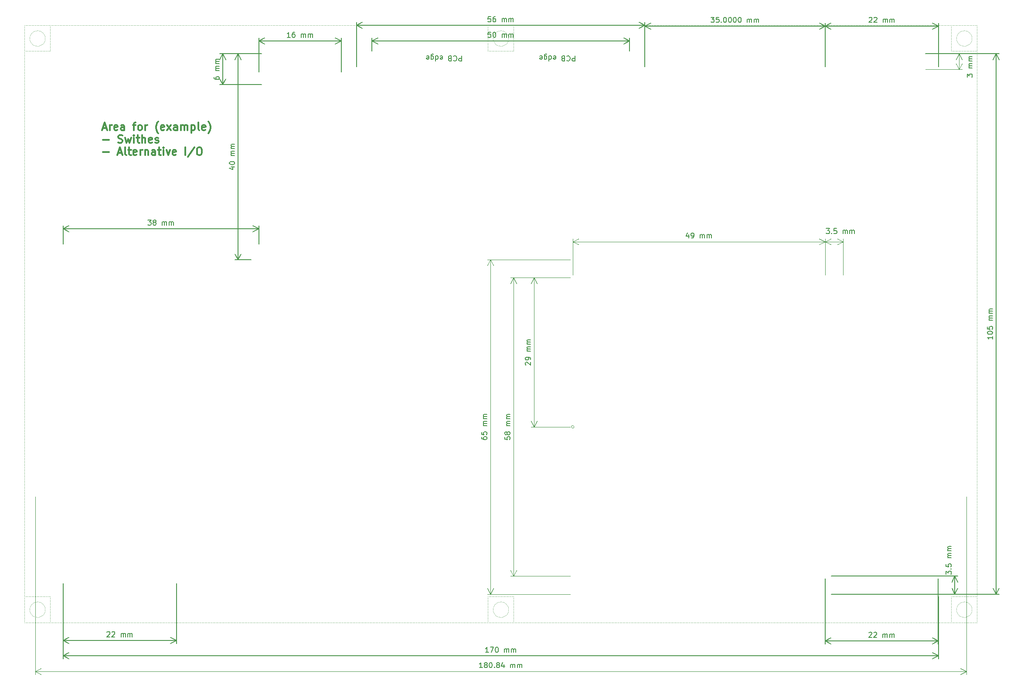
<source format=gbr>
%TF.GenerationSoftware,KiCad,Pcbnew,7.0.7-7.0.7~ubuntu23.04.1*%
%TF.CreationDate,2023-09-10T10:42:13+00:00*%
%TF.ProjectId,pedalboard-hw,70656461-6c62-46f6-9172-642d68772e6b,2.1.0*%
%TF.SameCoordinates,Original*%
%TF.FileFunction,OtherDrawing,Comment*%
%FSLAX46Y46*%
G04 Gerber Fmt 4.6, Leading zero omitted, Abs format (unit mm)*
G04 Created by KiCad (PCBNEW 7.0.7-7.0.7~ubuntu23.04.1) date 2023-09-10 10:42:13*
%MOMM*%
%LPD*%
G01*
G04 APERTURE LIST*
%ADD10C,0.050000*%
%ADD11C,0.300000*%
%ADD12C,0.150000*%
%ADD13C,0.100000*%
G04 APERTURE END LIST*
D10*
X102500000Y-130500000D02*
X102500000Y-130500000D01*
X102500000Y-130300000D02*
X102500000Y-130300000D01*
X102500000Y-130100000D02*
X102500000Y-130100000D01*
X102500000Y-129900000D02*
X102500000Y-129900000D01*
X102500000Y-129700000D02*
X102500000Y-129700000D01*
X102500000Y-129500000D02*
X102500000Y-129500000D01*
X102500000Y-129300000D02*
X102500000Y-129300000D01*
X102500000Y-129100000D02*
X102500000Y-129100000D01*
X102500000Y-128900000D02*
X102500000Y-128900000D01*
X102500000Y-128700000D02*
X102500000Y-128700000D01*
X102500000Y-128500000D02*
X102500000Y-128500000D01*
X102500000Y-128300000D02*
X102500000Y-128300000D01*
X102500000Y-128100000D02*
X102500000Y-128100000D01*
X102500000Y-127900000D02*
X102500000Y-127900000D01*
X102500000Y-127700000D02*
X102500000Y-127700000D01*
X102500000Y-127500000D02*
X102500000Y-127500000D01*
X102500000Y-127300000D02*
X102500000Y-127300000D01*
X102500000Y-127100000D02*
X102500000Y-127100000D01*
X102500000Y-126900000D02*
X102500000Y-126900000D01*
X102500000Y-126700000D02*
X102500000Y-126700000D01*
X102500000Y-126500000D02*
X102500000Y-126500000D01*
X102500000Y-126300000D02*
X102500000Y-126300000D01*
X102500000Y-126100000D02*
X102500000Y-126100000D01*
X102500000Y-125900000D02*
X102500000Y-125900000D01*
X102500000Y-125700000D02*
X102500000Y-125700000D01*
X102500000Y-125500000D02*
X102500000Y-125500000D01*
X102500000Y-14500000D02*
X102500000Y-14500000D01*
X102500000Y-14700000D02*
X102500000Y-14700000D01*
X102500000Y-14900000D02*
X102500000Y-14900000D01*
X102500000Y-15100000D02*
X102500000Y-15100000D01*
X102500000Y-15300000D02*
X102500000Y-15300000D01*
X102500000Y-15500000D02*
X102500000Y-15500000D01*
X102500000Y-15700000D02*
X102500000Y-15700000D01*
X102500000Y-15900000D02*
X102500000Y-15900000D01*
X102500000Y-16100000D02*
X102500000Y-16100000D01*
X102500000Y-16300000D02*
X102500000Y-16300000D01*
X102500000Y-16500000D02*
X102500000Y-16500000D01*
X102500000Y-16700000D02*
X102500000Y-16700000D01*
X102500000Y-16900000D02*
X102500000Y-16900000D01*
X102500000Y-17100000D02*
X102500000Y-17100000D01*
X102500000Y-17300000D02*
X102500000Y-17300000D01*
X102500000Y-17500000D02*
X102500000Y-17500000D01*
X102500000Y-17700000D02*
X102500000Y-17700000D01*
X102500000Y-17900000D02*
X102500000Y-17900000D01*
X102500000Y-18100000D02*
X102500000Y-18100000D01*
X102500000Y-18300000D02*
X102500000Y-18300000D01*
X102500000Y-18500000D02*
X102500000Y-18500000D01*
X102500000Y-18700000D02*
X102500000Y-18700000D01*
X102500000Y-18900000D02*
X102500000Y-18900000D01*
X102500000Y-19100000D02*
X102500000Y-19100000D01*
X102500000Y-19300000D02*
X102500000Y-19300000D01*
X102500000Y-19500000D02*
X102500000Y-19500000D01*
X12500000Y-14500000D02*
X12500000Y-14500000D01*
X12700000Y-14500000D02*
X12700000Y-14500000D01*
X12900000Y-14500000D02*
X12900000Y-14500000D01*
X13100000Y-14500000D02*
X13100000Y-14500000D01*
X13300000Y-14500000D02*
X13300000Y-14500000D01*
X13500000Y-14500000D02*
X13500000Y-14500000D01*
X13700000Y-14500000D02*
X13700000Y-14500000D01*
X13900000Y-14500000D02*
X13900000Y-14500000D01*
X14100000Y-14500000D02*
X14100000Y-14500000D01*
X14300000Y-14500000D02*
X14300000Y-14500000D01*
X14500000Y-14500000D02*
X14500000Y-14500000D01*
X14700000Y-14500000D02*
X14700000Y-14500000D01*
X14900000Y-14500000D02*
X14900000Y-14500000D01*
X15100000Y-14500000D02*
X15100000Y-14500000D01*
X15300000Y-14500000D02*
X15300000Y-14500000D01*
X15500000Y-14500000D02*
X15500000Y-14500000D01*
X15700000Y-14500000D02*
X15700000Y-14500000D01*
X15900000Y-14500000D02*
X15900000Y-14500000D01*
X16100000Y-14500000D02*
X16100000Y-14500000D01*
X16300000Y-14500000D02*
X16300000Y-14500000D01*
X16500000Y-14500000D02*
X16500000Y-14500000D01*
X16700000Y-14500000D02*
X16700000Y-14500000D01*
X16900000Y-14500000D02*
X16900000Y-14500000D01*
X17100000Y-14500000D02*
X17100000Y-14500000D01*
X17300000Y-14500000D02*
X17300000Y-14500000D01*
X17500000Y-14500000D02*
X17500000Y-14500000D01*
X17700000Y-14500000D02*
X17700000Y-14500000D01*
X17900000Y-14500000D02*
X17900000Y-14500000D01*
X18100000Y-14500000D02*
X18100000Y-14500000D01*
X18300000Y-14500000D02*
X18300000Y-14500000D01*
X18500000Y-14500000D02*
X18500000Y-14500000D01*
X18700000Y-14500000D02*
X18700000Y-14500000D01*
X18900000Y-14500000D02*
X18900000Y-14500000D01*
X19100000Y-14500000D02*
X19100000Y-14500000D01*
X19300000Y-14500000D02*
X19300000Y-14500000D01*
X19500000Y-14500000D02*
X19500000Y-14500000D01*
X19700000Y-14500000D02*
X19700000Y-14500000D01*
X19900000Y-14500000D02*
X19900000Y-14500000D01*
X20100000Y-14500000D02*
X20100000Y-14500000D01*
X20300000Y-14500000D02*
X20300000Y-14500000D01*
X20500000Y-14500000D02*
X20500000Y-14500000D01*
X20700000Y-14500000D02*
X20700000Y-14500000D01*
X20900000Y-14500000D02*
X20900000Y-14500000D01*
X21100000Y-14500000D02*
X21100000Y-14500000D01*
X21300000Y-14500000D02*
X21300000Y-14500000D01*
X21500000Y-14500000D02*
X21500000Y-14500000D01*
X21700000Y-14500000D02*
X21700000Y-14500000D01*
X21900000Y-14500000D02*
X21900000Y-14500000D01*
X22100000Y-14500000D02*
X22100000Y-14500000D01*
X22300000Y-14500000D02*
X22300000Y-14500000D01*
X22500000Y-14500000D02*
X22500000Y-14500000D01*
X22700000Y-14500000D02*
X22700000Y-14500000D01*
X22900000Y-14500000D02*
X22900000Y-14500000D01*
X23100000Y-14500000D02*
X23100000Y-14500000D01*
X23300000Y-14500000D02*
X23300000Y-14500000D01*
X23500000Y-14500000D02*
X23500000Y-14500000D01*
X23700000Y-14500000D02*
X23700000Y-14500000D01*
X23900000Y-14500000D02*
X23900000Y-14500000D01*
X24100000Y-14500000D02*
X24100000Y-14500000D01*
X24300000Y-14500000D02*
X24300000Y-14500000D01*
X24500000Y-14500000D02*
X24500000Y-14500000D01*
X24700000Y-14500000D02*
X24700000Y-14500000D01*
X24900000Y-14500000D02*
X24900000Y-14500000D01*
X25100000Y-14500000D02*
X25100000Y-14500000D01*
X25300000Y-14500000D02*
X25300000Y-14500000D01*
X25500000Y-14500000D02*
X25500000Y-14500000D01*
X25700000Y-14500000D02*
X25700000Y-14500000D01*
X25900000Y-14500000D02*
X25900000Y-14500000D01*
X26100000Y-14500000D02*
X26100000Y-14500000D01*
X26300000Y-14500000D02*
X26300000Y-14500000D01*
X26500000Y-14500000D02*
X26500000Y-14500000D01*
X26700000Y-14500000D02*
X26700000Y-14500000D01*
X26900000Y-14500000D02*
X26900000Y-14500000D01*
X27100000Y-14500000D02*
X27100000Y-14500000D01*
X27300000Y-14500000D02*
X27300000Y-14500000D01*
X27500000Y-14500000D02*
X27500000Y-14500000D01*
X27700000Y-14500000D02*
X27700000Y-14500000D01*
X27900000Y-14500000D02*
X27900000Y-14500000D01*
X28100000Y-14500000D02*
X28100000Y-14500000D01*
X28300000Y-14500000D02*
X28300000Y-14500000D01*
X28500000Y-14500000D02*
X28500000Y-14500000D01*
X28700000Y-14500000D02*
X28700000Y-14500000D01*
X28900000Y-14500000D02*
X28900000Y-14500000D01*
X29100000Y-14500000D02*
X29100000Y-14500000D01*
X29300000Y-14500000D02*
X29300000Y-14500000D01*
X29500000Y-14500000D02*
X29500000Y-14500000D01*
X29700000Y-14500000D02*
X29700000Y-14500000D01*
X29900000Y-14500000D02*
X29900000Y-14500000D01*
X30100000Y-14500000D02*
X30100000Y-14500000D01*
X30300000Y-14500000D02*
X30300000Y-14500000D01*
X30500000Y-14500000D02*
X30500000Y-14500000D01*
X30700000Y-14500000D02*
X30700000Y-14500000D01*
X30900000Y-14500000D02*
X30900000Y-14500000D01*
X31100000Y-14500000D02*
X31100000Y-14500000D01*
X31300000Y-14500000D02*
X31300000Y-14500000D01*
X31500000Y-14500000D02*
X31500000Y-14500000D01*
X31700000Y-14500000D02*
X31700000Y-14500000D01*
X31900000Y-14500000D02*
X31900000Y-14500000D01*
X32100000Y-14500000D02*
X32100000Y-14500000D01*
X32300000Y-14500000D02*
X32300000Y-14500000D01*
X32500000Y-14500000D02*
X32500000Y-14500000D01*
X32700000Y-14500000D02*
X32700000Y-14500000D01*
X32900000Y-14500000D02*
X32900000Y-14500000D01*
X33100000Y-14500000D02*
X33100000Y-14500000D01*
X33300000Y-14500000D02*
X33300000Y-14500000D01*
X33500000Y-14500000D02*
X33500000Y-14500000D01*
X33700000Y-14500000D02*
X33700000Y-14500000D01*
X33900000Y-14500000D02*
X33900000Y-14500000D01*
X34100000Y-14500000D02*
X34100000Y-14500000D01*
X34300000Y-14500000D02*
X34300000Y-14500000D01*
X34500000Y-14500000D02*
X34500000Y-14500000D01*
X34700000Y-14500000D02*
X34700000Y-14500000D01*
X34900000Y-14500000D02*
X34900000Y-14500000D01*
X35100000Y-14500000D02*
X35100000Y-14500000D01*
X35300000Y-14500000D02*
X35300000Y-14500000D01*
X35500000Y-14500000D02*
X35500000Y-14500000D01*
X35700000Y-14500000D02*
X35700000Y-14500000D01*
X35900000Y-14500000D02*
X35900000Y-14500000D01*
X36100000Y-14500000D02*
X36100000Y-14500000D01*
X36300000Y-14500000D02*
X36300000Y-14500000D01*
X36500000Y-14500000D02*
X36500000Y-14500000D01*
X36700000Y-14500000D02*
X36700000Y-14500000D01*
X36900000Y-14500000D02*
X36900000Y-14500000D01*
X37100000Y-14500000D02*
X37100000Y-14500000D01*
X37300000Y-14500000D02*
X37300000Y-14500000D01*
X37500000Y-14500000D02*
X37500000Y-14500000D01*
X37700000Y-14500000D02*
X37700000Y-14500000D01*
X37900000Y-14500000D02*
X37900000Y-14500000D01*
X38100000Y-14500000D02*
X38100000Y-14500000D01*
X38300000Y-14500000D02*
X38300000Y-14500000D01*
X38500000Y-14500000D02*
X38500000Y-14500000D01*
X38700000Y-14500000D02*
X38700000Y-14500000D01*
X38900000Y-14500000D02*
X38900000Y-14500000D01*
X39100000Y-14500000D02*
X39100000Y-14500000D01*
X39300000Y-14500000D02*
X39300000Y-14500000D01*
X39500000Y-14500000D02*
X39500000Y-14500000D01*
X39700000Y-14500000D02*
X39700000Y-14500000D01*
X39900000Y-14500000D02*
X39900000Y-14500000D01*
X40100000Y-14500000D02*
X40100000Y-14500000D01*
X40300000Y-14500000D02*
X40300000Y-14500000D01*
X40500000Y-14500000D02*
X40500000Y-14500000D01*
X40700000Y-14500000D02*
X40700000Y-14500000D01*
X40900000Y-14500000D02*
X40900000Y-14500000D01*
X41100000Y-14500000D02*
X41100000Y-14500000D01*
X41300000Y-14500000D02*
X41300000Y-14500000D01*
X41500000Y-14500000D02*
X41500000Y-14500000D01*
X41700000Y-14500000D02*
X41700000Y-14500000D01*
X41900000Y-14500000D02*
X41900000Y-14500000D01*
X42100000Y-14500000D02*
X42100000Y-14500000D01*
X42300000Y-14500000D02*
X42300000Y-14500000D01*
X42500000Y-14500000D02*
X42500000Y-14500000D01*
X42700000Y-14500000D02*
X42700000Y-14500000D01*
X42900000Y-14500000D02*
X42900000Y-14500000D01*
X43100000Y-14500000D02*
X43100000Y-14500000D01*
X43300000Y-14500000D02*
X43300000Y-14500000D01*
X43500000Y-14500000D02*
X43500000Y-14500000D01*
X43700000Y-14500000D02*
X43700000Y-14500000D01*
X43900000Y-14500000D02*
X43900000Y-14500000D01*
X44100000Y-14500000D02*
X44100000Y-14500000D01*
X44300000Y-14500000D02*
X44300000Y-14500000D01*
X44500000Y-14500000D02*
X44500000Y-14500000D01*
X44700000Y-14500000D02*
X44700000Y-14500000D01*
X44900000Y-14500000D02*
X44900000Y-14500000D01*
X45100000Y-14500000D02*
X45100000Y-14500000D01*
X45300000Y-14500000D02*
X45300000Y-14500000D01*
X45500000Y-14500000D02*
X45500000Y-14500000D01*
X45700000Y-14500000D02*
X45700000Y-14500000D01*
X45900000Y-14500000D02*
X45900000Y-14500000D01*
X46100000Y-14500000D02*
X46100000Y-14500000D01*
X46300000Y-14500000D02*
X46300000Y-14500000D01*
X46500000Y-14500000D02*
X46500000Y-14500000D01*
X46700000Y-14500000D02*
X46700000Y-14500000D01*
X46900000Y-14500000D02*
X46900000Y-14500000D01*
X47100000Y-14500000D02*
X47100000Y-14500000D01*
X47300000Y-14500000D02*
X47300000Y-14500000D01*
X47500000Y-14500000D02*
X47500000Y-14500000D01*
X47700000Y-14500000D02*
X47700000Y-14500000D01*
X47900000Y-14500000D02*
X47900000Y-14500000D01*
X48100000Y-14500000D02*
X48100000Y-14500000D01*
X48300000Y-14500000D02*
X48300000Y-14500000D01*
X48500000Y-14500000D02*
X48500000Y-14500000D01*
X48700000Y-14500000D02*
X48700000Y-14500000D01*
X48900000Y-14500000D02*
X48900000Y-14500000D01*
X49100000Y-14500000D02*
X49100000Y-14500000D01*
X49300000Y-14500000D02*
X49300000Y-14500000D01*
X49500000Y-14500000D02*
X49500000Y-14500000D01*
X49700000Y-14500000D02*
X49700000Y-14500000D01*
X49900000Y-14500000D02*
X49900000Y-14500000D01*
X50100000Y-14500000D02*
X50100000Y-14500000D01*
X50300000Y-14500000D02*
X50300000Y-14500000D01*
X50500000Y-14500000D02*
X50500000Y-14500000D01*
X50700000Y-14500000D02*
X50700000Y-14500000D01*
X50900000Y-14500000D02*
X50900000Y-14500000D01*
X51100000Y-14500000D02*
X51100000Y-14500000D01*
X51300000Y-14500000D02*
X51300000Y-14500000D01*
X51500000Y-14500000D02*
X51500000Y-14500000D01*
X51700000Y-14500000D02*
X51700000Y-14500000D01*
X51900000Y-14500000D02*
X51900000Y-14500000D01*
X52100000Y-14500000D02*
X52100000Y-14500000D01*
X52300000Y-14500000D02*
X52300000Y-14500000D01*
X52500000Y-14500000D02*
X52500000Y-14500000D01*
X52700000Y-14500000D02*
X52700000Y-14500000D01*
X52900000Y-14500000D02*
X52900000Y-14500000D01*
X53100000Y-14500000D02*
X53100000Y-14500000D01*
X53300000Y-14500000D02*
X53300000Y-14500000D01*
X53500000Y-14500000D02*
X53500000Y-14500000D01*
X53700000Y-14500000D02*
X53700000Y-14500000D01*
X53900000Y-14500000D02*
X53900000Y-14500000D01*
X54100000Y-14500000D02*
X54100000Y-14500000D01*
X54300000Y-14500000D02*
X54300000Y-14500000D01*
X54500000Y-14500000D02*
X54500000Y-14500000D01*
X54700000Y-14500000D02*
X54700000Y-14500000D01*
X54900000Y-14500000D02*
X54900000Y-14500000D01*
X55100000Y-14500000D02*
X55100000Y-14500000D01*
X55300000Y-14500000D02*
X55300000Y-14500000D01*
X55500000Y-14500000D02*
X55500000Y-14500000D01*
X55700000Y-14500000D02*
X55700000Y-14500000D01*
X55900000Y-14500000D02*
X55900000Y-14500000D01*
X56100000Y-14500000D02*
X56100000Y-14500000D01*
X56300000Y-14500000D02*
X56300000Y-14500000D01*
X56500000Y-14500000D02*
X56500000Y-14500000D01*
X56700000Y-14500000D02*
X56700000Y-14500000D01*
X56900000Y-14500000D02*
X56900000Y-14500000D01*
X57100000Y-14500000D02*
X57100000Y-14500000D01*
X57300000Y-14500000D02*
X57300000Y-14500000D01*
X57500000Y-14500000D02*
X57500000Y-14500000D01*
X57700000Y-14500000D02*
X57700000Y-14500000D01*
X57900000Y-14500000D02*
X57900000Y-14500000D01*
X58100000Y-14500000D02*
X58100000Y-14500000D01*
X58300000Y-14500000D02*
X58300000Y-14500000D01*
X58500000Y-14500000D02*
X58500000Y-14500000D01*
X58700000Y-14500000D02*
X58700000Y-14500000D01*
X58900000Y-14500000D02*
X58900000Y-14500000D01*
X59100000Y-14500000D02*
X59100000Y-14500000D01*
X59300000Y-14500000D02*
X59300000Y-14500000D01*
X59500000Y-14500000D02*
X59500000Y-14500000D01*
X59700000Y-14500000D02*
X59700000Y-14500000D01*
X59900000Y-14500000D02*
X59900000Y-14500000D01*
X60100000Y-14500000D02*
X60100000Y-14500000D01*
X60300000Y-14500000D02*
X60300000Y-14500000D01*
X60500000Y-14500000D02*
X60500000Y-14500000D01*
X60700000Y-14500000D02*
X60700000Y-14500000D01*
X60900000Y-14500000D02*
X60900000Y-14500000D01*
X61100000Y-14500000D02*
X61100000Y-14500000D01*
X61300000Y-14500000D02*
X61300000Y-14500000D01*
X61500000Y-14500000D02*
X61500000Y-14500000D01*
X61700000Y-14500000D02*
X61700000Y-14500000D01*
X61900000Y-14500000D02*
X61900000Y-14500000D01*
X62100000Y-14500000D02*
X62100000Y-14500000D01*
X62300000Y-14500000D02*
X62300000Y-14500000D01*
X62500000Y-14500000D02*
X62500000Y-14500000D01*
X62700000Y-14500000D02*
X62700000Y-14500000D01*
X62900000Y-14500000D02*
X62900000Y-14500000D01*
X63100000Y-14500000D02*
X63100000Y-14500000D01*
X63300000Y-14500000D02*
X63300000Y-14500000D01*
X63500000Y-14500000D02*
X63500000Y-14500000D01*
X63700000Y-14500000D02*
X63700000Y-14500000D01*
X63900000Y-14500000D02*
X63900000Y-14500000D01*
X64100000Y-14500000D02*
X64100000Y-14500000D01*
X64300000Y-14500000D02*
X64300000Y-14500000D01*
X64500000Y-14500000D02*
X64500000Y-14500000D01*
X64700000Y-14500000D02*
X64700000Y-14500000D01*
X64900000Y-14500000D02*
X64900000Y-14500000D01*
X65100000Y-14500000D02*
X65100000Y-14500000D01*
X65300000Y-14500000D02*
X65300000Y-14500000D01*
X65500000Y-14500000D02*
X65500000Y-14500000D01*
X65700000Y-14500000D02*
X65700000Y-14500000D01*
X65900000Y-14500000D02*
X65900000Y-14500000D01*
X66100000Y-14500000D02*
X66100000Y-14500000D01*
X66300000Y-14500000D02*
X66300000Y-14500000D01*
X66500000Y-14500000D02*
X66500000Y-14500000D01*
X66700000Y-14500000D02*
X66700000Y-14500000D01*
X66900000Y-14500000D02*
X66900000Y-14500000D01*
X67100000Y-14500000D02*
X67100000Y-14500000D01*
X67300000Y-14500000D02*
X67300000Y-14500000D01*
X67500000Y-14500000D02*
X67500000Y-14500000D01*
X67700000Y-14500000D02*
X67700000Y-14500000D01*
X67900000Y-14500000D02*
X67900000Y-14500000D01*
X68100000Y-14500000D02*
X68100000Y-14500000D01*
X68300000Y-14500000D02*
X68300000Y-14500000D01*
X68500000Y-14500000D02*
X68500000Y-14500000D01*
X68700000Y-14500000D02*
X68700000Y-14500000D01*
X68900000Y-14500000D02*
X68900000Y-14500000D01*
X69100000Y-14500000D02*
X69100000Y-14500000D01*
X69300000Y-14500000D02*
X69300000Y-14500000D01*
X69500000Y-14500000D02*
X69500000Y-14500000D01*
X69700000Y-14500000D02*
X69700000Y-14500000D01*
X69900000Y-14500000D02*
X69900000Y-14500000D01*
X70100000Y-14500000D02*
X70100000Y-14500000D01*
X70300000Y-14500000D02*
X70300000Y-14500000D01*
X70500000Y-14500000D02*
X70500000Y-14500000D01*
X70700000Y-14500000D02*
X70700000Y-14500000D01*
X70900000Y-14500000D02*
X70900000Y-14500000D01*
X71100000Y-14500000D02*
X71100000Y-14500000D01*
X71300000Y-14500000D02*
X71300000Y-14500000D01*
X71500000Y-14500000D02*
X71500000Y-14500000D01*
X71700000Y-14500000D02*
X71700000Y-14500000D01*
X71900000Y-14500000D02*
X71900000Y-14500000D01*
X72100000Y-14500000D02*
X72100000Y-14500000D01*
X72300000Y-14500000D02*
X72300000Y-14500000D01*
X72500000Y-14500000D02*
X72500000Y-14500000D01*
X72700000Y-14500000D02*
X72700000Y-14500000D01*
X72900000Y-14500000D02*
X72900000Y-14500000D01*
X73100000Y-14500000D02*
X73100000Y-14500000D01*
X73300000Y-14500000D02*
X73300000Y-14500000D01*
X73500000Y-14500000D02*
X73500000Y-14500000D01*
X73700000Y-14500000D02*
X73700000Y-14500000D01*
X73900000Y-14500000D02*
X73900000Y-14500000D01*
X74100000Y-14500000D02*
X74100000Y-14500000D01*
X74300000Y-14500000D02*
X74300000Y-14500000D01*
X74500000Y-14500000D02*
X74500000Y-14500000D01*
X74700000Y-14500000D02*
X74700000Y-14500000D01*
X74900000Y-14500000D02*
X74900000Y-14500000D01*
X75100000Y-14500000D02*
X75100000Y-14500000D01*
X75300000Y-14500000D02*
X75300000Y-14500000D01*
X75500000Y-14500000D02*
X75500000Y-14500000D01*
X75700000Y-14500000D02*
X75700000Y-14500000D01*
X75900000Y-14500000D02*
X75900000Y-14500000D01*
X76100000Y-14500000D02*
X76100000Y-14500000D01*
X76300000Y-14500000D02*
X76300000Y-14500000D01*
X76500000Y-14500000D02*
X76500000Y-14500000D01*
X76700000Y-14500000D02*
X76700000Y-14500000D01*
X76900000Y-14500000D02*
X76900000Y-14500000D01*
X77100000Y-14500000D02*
X77100000Y-14500000D01*
X77300000Y-14500000D02*
X77300000Y-14500000D01*
X77500000Y-14500000D02*
X77500000Y-14500000D01*
X77700000Y-14500000D02*
X77700000Y-14500000D01*
X77900000Y-14500000D02*
X77900000Y-14500000D01*
X78100000Y-14500000D02*
X78100000Y-14500000D01*
X78300000Y-14500000D02*
X78300000Y-14500000D01*
X78500000Y-14500000D02*
X78500000Y-14500000D01*
X78700000Y-14500000D02*
X78700000Y-14500000D01*
X78900000Y-14500000D02*
X78900000Y-14500000D01*
X79100000Y-14500000D02*
X79100000Y-14500000D01*
X79300000Y-14500000D02*
X79300000Y-14500000D01*
X79500000Y-14500000D02*
X79500000Y-14500000D01*
X79700000Y-14500000D02*
X79700000Y-14500000D01*
X79900000Y-14500000D02*
X79900000Y-14500000D01*
X80100000Y-14500000D02*
X80100000Y-14500000D01*
X80300000Y-14500000D02*
X80300000Y-14500000D01*
X80500000Y-14500000D02*
X80500000Y-14500000D01*
X80700000Y-14500000D02*
X80700000Y-14500000D01*
X80900000Y-14500000D02*
X80900000Y-14500000D01*
X81100000Y-14500000D02*
X81100000Y-14500000D01*
X81300000Y-14500000D02*
X81300000Y-14500000D01*
X81500000Y-14500000D02*
X81500000Y-14500000D01*
X81700000Y-14500000D02*
X81700000Y-14500000D01*
X81900000Y-14500000D02*
X81900000Y-14500000D01*
X82100000Y-14500000D02*
X82100000Y-14500000D01*
X82300000Y-14500000D02*
X82300000Y-14500000D01*
X82500000Y-14500000D02*
X82500000Y-14500000D01*
X82700000Y-14500000D02*
X82700000Y-14500000D01*
X82900000Y-14500000D02*
X82900000Y-14500000D01*
X83100000Y-14500000D02*
X83100000Y-14500000D01*
X83300000Y-14500000D02*
X83300000Y-14500000D01*
X83500000Y-14500000D02*
X83500000Y-14500000D01*
X83700000Y-14500000D02*
X83700000Y-14500000D01*
X83900000Y-14500000D02*
X83900000Y-14500000D01*
X84100000Y-14500000D02*
X84100000Y-14500000D01*
X84300000Y-14500000D02*
X84300000Y-14500000D01*
X84500000Y-14500000D02*
X84500000Y-14500000D01*
X84700000Y-14500000D02*
X84700000Y-14500000D01*
X84900000Y-14500000D02*
X84900000Y-14500000D01*
X85100000Y-14500000D02*
X85100000Y-14500000D01*
X85300000Y-14500000D02*
X85300000Y-14500000D01*
X85500000Y-14500000D02*
X85500000Y-14500000D01*
X85700000Y-14500000D02*
X85700000Y-14500000D01*
X85900000Y-14500000D02*
X85900000Y-14500000D01*
X86100000Y-14500000D02*
X86100000Y-14500000D01*
X86300000Y-14500000D02*
X86300000Y-14500000D01*
X86500000Y-14500000D02*
X86500000Y-14500000D01*
X86700000Y-14500000D02*
X86700000Y-14500000D01*
X86900000Y-14500000D02*
X86900000Y-14500000D01*
X87100000Y-14500000D02*
X87100000Y-14500000D01*
X87300000Y-14500000D02*
X87300000Y-14500000D01*
X87500000Y-14500000D02*
X87500000Y-14500000D01*
X87700000Y-14500000D02*
X87700000Y-14500000D01*
X87900000Y-14500000D02*
X87900000Y-14500000D01*
X88100000Y-14500000D02*
X88100000Y-14500000D01*
X88300000Y-14500000D02*
X88300000Y-14500000D01*
X88500000Y-14500000D02*
X88500000Y-14500000D01*
X88700000Y-14500000D02*
X88700000Y-14500000D01*
X88900000Y-14500000D02*
X88900000Y-14500000D01*
X89100000Y-14500000D02*
X89100000Y-14500000D01*
X89300000Y-14500000D02*
X89300000Y-14500000D01*
X89500000Y-14500000D02*
X89500000Y-14500000D01*
X89700000Y-14500000D02*
X89700000Y-14500000D01*
X89900000Y-14500000D02*
X89900000Y-14500000D01*
X90100000Y-14500000D02*
X90100000Y-14500000D01*
X90300000Y-14500000D02*
X90300000Y-14500000D01*
X90500000Y-14500000D02*
X90500000Y-14500000D01*
X90700000Y-14500000D02*
X90700000Y-14500000D01*
X90900000Y-14500000D02*
X90900000Y-14500000D01*
X91100000Y-14500000D02*
X91100000Y-14500000D01*
X91300000Y-14500000D02*
X91300000Y-14500000D01*
X91500000Y-14500000D02*
X91500000Y-14500000D01*
X91700000Y-14500000D02*
X91700000Y-14500000D01*
X91900000Y-14500000D02*
X91900000Y-14500000D01*
X92100000Y-14500000D02*
X92100000Y-14500000D01*
X92300000Y-14500000D02*
X92300000Y-14500000D01*
X92500000Y-14500000D02*
X92500000Y-14500000D01*
X92700000Y-14500000D02*
X92700000Y-14500000D01*
X92900000Y-14500000D02*
X92900000Y-14500000D01*
X93100000Y-14500000D02*
X93100000Y-14500000D01*
X93300000Y-14500000D02*
X93300000Y-14500000D01*
X93500000Y-14500000D02*
X93500000Y-14500000D01*
X93700000Y-14500000D02*
X93700000Y-14500000D01*
X93900000Y-14500000D02*
X93900000Y-14500000D01*
X94100000Y-14500000D02*
X94100000Y-14500000D01*
X94300000Y-14500000D02*
X94300000Y-14500000D01*
X94500000Y-14500000D02*
X94500000Y-14500000D01*
X94700000Y-14500000D02*
X94700000Y-14500000D01*
X94900000Y-14500000D02*
X94900000Y-14500000D01*
X95100000Y-14500000D02*
X95100000Y-14500000D01*
X95300000Y-14500000D02*
X95300000Y-14500000D01*
X95500000Y-14500000D02*
X95500000Y-14500000D01*
X95700000Y-14500000D02*
X95700000Y-14500000D01*
X95900000Y-14500000D02*
X95900000Y-14500000D01*
X96100000Y-14500000D02*
X96100000Y-14500000D01*
X96300000Y-14500000D02*
X96300000Y-14500000D01*
X96500000Y-14500000D02*
X96500000Y-14500000D01*
X96700000Y-14500000D02*
X96700000Y-14500000D01*
X96900000Y-14500000D02*
X96900000Y-14500000D01*
X97100000Y-14500000D02*
X97100000Y-14500000D01*
X97300000Y-14500000D02*
X97300000Y-14500000D01*
X97500000Y-14500000D02*
X97500000Y-14500000D01*
X97700000Y-14500000D02*
X97700000Y-14500000D01*
X97900000Y-14500000D02*
X97900000Y-14500000D01*
X98100000Y-14500000D02*
X98100000Y-14500000D01*
X98300000Y-14500000D02*
X98300000Y-14500000D01*
X98500000Y-14500000D02*
X98500000Y-14500000D01*
X98700000Y-14500000D02*
X98700000Y-14500000D01*
X98900000Y-14500000D02*
X98900000Y-14500000D01*
X99100000Y-14500000D02*
X99100000Y-14500000D01*
X99300000Y-14500000D02*
X99300000Y-14500000D01*
X99500000Y-14500000D02*
X99500000Y-14500000D01*
X99700000Y-14500000D02*
X99700000Y-14500000D01*
X99900000Y-14500000D02*
X99900000Y-14500000D01*
X100100000Y-14500000D02*
X100100000Y-14500000D01*
X100300000Y-14500000D02*
X100300000Y-14500000D01*
X100500000Y-14500000D02*
X100500000Y-14500000D01*
X100700000Y-14500000D02*
X100700000Y-14500000D01*
X100900000Y-14500000D02*
X100900000Y-14500000D01*
X101100000Y-14500000D02*
X101100000Y-14500000D01*
X101300000Y-14500000D02*
X101300000Y-14500000D01*
X101500000Y-14500000D02*
X101500000Y-14500000D01*
X101700000Y-14500000D02*
X101700000Y-14500000D01*
X101900000Y-14500000D02*
X101900000Y-14500000D01*
X102100000Y-14500000D02*
X102100000Y-14500000D01*
X102300000Y-14500000D02*
X102300000Y-14500000D01*
X102500000Y-14500000D02*
X102500000Y-14500000D01*
X102700000Y-14500000D02*
X102700000Y-14500000D01*
X102900000Y-14500000D02*
X102900000Y-14500000D01*
X103100000Y-14500000D02*
X103100000Y-14500000D01*
X103300000Y-14500000D02*
X103300000Y-14500000D01*
X103500000Y-14500000D02*
X103500000Y-14500000D01*
X103700000Y-14500000D02*
X103700000Y-14500000D01*
X103900000Y-14500000D02*
X103900000Y-14500000D01*
X104100000Y-14500000D02*
X104100000Y-14500000D01*
X104300000Y-14500000D02*
X104300000Y-14500000D01*
X104500000Y-14500000D02*
X104500000Y-14500000D01*
X104700000Y-14500000D02*
X104700000Y-14500000D01*
X104900000Y-14500000D02*
X104900000Y-14500000D01*
X105100000Y-14500000D02*
X105100000Y-14500000D01*
X105300000Y-14500000D02*
X105300000Y-14500000D01*
X105500000Y-14500000D02*
X105500000Y-14500000D01*
X105700000Y-14500000D02*
X105700000Y-14500000D01*
X105900000Y-14500000D02*
X105900000Y-14500000D01*
X106100000Y-14500000D02*
X106100000Y-14500000D01*
X106300000Y-14500000D02*
X106300000Y-14500000D01*
X106500000Y-14500000D02*
X106500000Y-14500000D01*
X106700000Y-14500000D02*
X106700000Y-14500000D01*
X106900000Y-14500000D02*
X106900000Y-14500000D01*
X107100000Y-14500000D02*
X107100000Y-14500000D01*
X107300000Y-14500000D02*
X107300000Y-14500000D01*
X107500000Y-14500000D02*
X107500000Y-14500000D01*
X107700000Y-14500000D02*
X107700000Y-14500000D01*
X107900000Y-14500000D02*
X107900000Y-14500000D01*
X108100000Y-14500000D02*
X108100000Y-14500000D01*
X108300000Y-14500000D02*
X108300000Y-14500000D01*
X108500000Y-14500000D02*
X108500000Y-14500000D01*
X108700000Y-14500000D02*
X108700000Y-14500000D01*
X108900000Y-14500000D02*
X108900000Y-14500000D01*
X109100000Y-14500000D02*
X109100000Y-14500000D01*
X109300000Y-14500000D02*
X109300000Y-14500000D01*
X109500000Y-14500000D02*
X109500000Y-14500000D01*
X109700000Y-14500000D02*
X109700000Y-14500000D01*
X109900000Y-14500000D02*
X109900000Y-14500000D01*
X110100000Y-14500000D02*
X110100000Y-14500000D01*
X110300000Y-14500000D02*
X110300000Y-14500000D01*
X110500000Y-14500000D02*
X110500000Y-14500000D01*
X110700000Y-14500000D02*
X110700000Y-14500000D01*
X110900000Y-14500000D02*
X110900000Y-14500000D01*
X111100000Y-14500000D02*
X111100000Y-14500000D01*
X111300000Y-14500000D02*
X111300000Y-14500000D01*
X111500000Y-14500000D02*
X111500000Y-14500000D01*
X111700000Y-14500000D02*
X111700000Y-14500000D01*
X111900000Y-14500000D02*
X111900000Y-14500000D01*
X112100000Y-14500000D02*
X112100000Y-14500000D01*
X112300000Y-14500000D02*
X112300000Y-14500000D01*
X112500000Y-14500000D02*
X112500000Y-14500000D01*
X112700000Y-14500000D02*
X112700000Y-14500000D01*
X112900000Y-14500000D02*
X112900000Y-14500000D01*
X113100000Y-14500000D02*
X113100000Y-14500000D01*
X113300000Y-14500000D02*
X113300000Y-14500000D01*
X113500000Y-14500000D02*
X113500000Y-14500000D01*
X113700000Y-14500000D02*
X113700000Y-14500000D01*
X113900000Y-14500000D02*
X113900000Y-14500000D01*
X114100000Y-14500000D02*
X114100000Y-14500000D01*
X114300000Y-14500000D02*
X114300000Y-14500000D01*
X114500000Y-14500000D02*
X114500000Y-14500000D01*
X114700000Y-14500000D02*
X114700000Y-14500000D01*
X114900000Y-14500000D02*
X114900000Y-14500000D01*
X115100000Y-14500000D02*
X115100000Y-14500000D01*
X115300000Y-14500000D02*
X115300000Y-14500000D01*
X115500000Y-14500000D02*
X115500000Y-14500000D01*
X115700000Y-14500000D02*
X115700000Y-14500000D01*
X115900000Y-14500000D02*
X115900000Y-14500000D01*
X116100000Y-14500000D02*
X116100000Y-14500000D01*
X116300000Y-14500000D02*
X116300000Y-14500000D01*
X116500000Y-14500000D02*
X116500000Y-14500000D01*
X116700000Y-14500000D02*
X116700000Y-14500000D01*
X116900000Y-14500000D02*
X116900000Y-14500000D01*
X117100000Y-14500000D02*
X117100000Y-14500000D01*
X117300000Y-14500000D02*
X117300000Y-14500000D01*
X117500000Y-14500000D02*
X117500000Y-14500000D01*
X117700000Y-14500000D02*
X117700000Y-14500000D01*
X117900000Y-14500000D02*
X117900000Y-14500000D01*
X118100000Y-14500000D02*
X118100000Y-14500000D01*
X118300000Y-14500000D02*
X118300000Y-14500000D01*
X118500000Y-14500000D02*
X118500000Y-14500000D01*
X118700000Y-14500000D02*
X118700000Y-14500000D01*
X118900000Y-14500000D02*
X118900000Y-14500000D01*
X119100000Y-14500000D02*
X119100000Y-14500000D01*
X119300000Y-14500000D02*
X119300000Y-14500000D01*
X119500000Y-14500000D02*
X119500000Y-14500000D01*
X119700000Y-14500000D02*
X119700000Y-14500000D01*
X119900000Y-14500000D02*
X119900000Y-14500000D01*
X120100000Y-14500000D02*
X120100000Y-14500000D01*
X120300000Y-14500000D02*
X120300000Y-14500000D01*
X120500000Y-14500000D02*
X120500000Y-14500000D01*
X120700000Y-14500000D02*
X120700000Y-14500000D01*
X120900000Y-14500000D02*
X120900000Y-14500000D01*
X121100000Y-14500000D02*
X121100000Y-14500000D01*
X121300000Y-14500000D02*
X121300000Y-14500000D01*
X121500000Y-14500000D02*
X121500000Y-14500000D01*
X121700000Y-14500000D02*
X121700000Y-14500000D01*
X121900000Y-14500000D02*
X121900000Y-14500000D01*
X122100000Y-14500000D02*
X122100000Y-14500000D01*
X122300000Y-14500000D02*
X122300000Y-14500000D01*
X122500000Y-14500000D02*
X122500000Y-14500000D01*
X122700000Y-14500000D02*
X122700000Y-14500000D01*
X122900000Y-14500000D02*
X122900000Y-14500000D01*
X123100000Y-14500000D02*
X123100000Y-14500000D01*
X123300000Y-14500000D02*
X123300000Y-14500000D01*
X123500000Y-14500000D02*
X123500000Y-14500000D01*
X123700000Y-14500000D02*
X123700000Y-14500000D01*
X123900000Y-14500000D02*
X123900000Y-14500000D01*
X124100000Y-14500000D02*
X124100000Y-14500000D01*
X124300000Y-14500000D02*
X124300000Y-14500000D01*
X124500000Y-14500000D02*
X124500000Y-14500000D01*
X124700000Y-14500000D02*
X124700000Y-14500000D01*
X124900000Y-14500000D02*
X124900000Y-14500000D01*
X125100000Y-14500000D02*
X125100000Y-14500000D01*
X125300000Y-14500000D02*
X125300000Y-14500000D01*
X125500000Y-14500000D02*
X125500000Y-14500000D01*
X125700000Y-14500000D02*
X125700000Y-14500000D01*
X125900000Y-14500000D02*
X125900000Y-14500000D01*
X126100000Y-14500000D02*
X126100000Y-14500000D01*
X126300000Y-14500000D02*
X126300000Y-14500000D01*
X126500000Y-14500000D02*
X126500000Y-14500000D01*
X126700000Y-14500000D02*
X126700000Y-14500000D01*
X126900000Y-14500000D02*
X126900000Y-14500000D01*
X127100000Y-14500000D02*
X127100000Y-14500000D01*
X127300000Y-14500000D02*
X127300000Y-14500000D01*
X127500000Y-14500000D02*
X127500000Y-14500000D01*
X127700000Y-14500000D02*
X127700000Y-14500000D01*
X127900000Y-14500000D02*
X127900000Y-14500000D01*
X128100000Y-14500000D02*
X128100000Y-14500000D01*
X128300000Y-14500000D02*
X128300000Y-14500000D01*
X128500000Y-14500000D02*
X128500000Y-14500000D01*
X128700000Y-14500000D02*
X128700000Y-14500000D01*
X128900000Y-14500000D02*
X128900000Y-14500000D01*
X129100000Y-14500000D02*
X129100000Y-14500000D01*
X129300000Y-14500000D02*
X129300000Y-14500000D01*
X129500000Y-14500000D02*
X129500000Y-14500000D01*
X129700000Y-14500000D02*
X129700000Y-14500000D01*
X129900000Y-14500000D02*
X129900000Y-14500000D01*
X130100000Y-14500000D02*
X130100000Y-14500000D01*
X130300000Y-14500000D02*
X130300000Y-14500000D01*
X130500000Y-14500000D02*
X130500000Y-14500000D01*
X130700000Y-14500000D02*
X130700000Y-14500000D01*
X130900000Y-14500000D02*
X130900000Y-14500000D01*
X131100000Y-14500000D02*
X131100000Y-14500000D01*
X131300000Y-14500000D02*
X131300000Y-14500000D01*
X131500000Y-14500000D02*
X131500000Y-14500000D01*
X131700000Y-14500000D02*
X131700000Y-14500000D01*
X131900000Y-14500000D02*
X131900000Y-14500000D01*
X132100000Y-14500000D02*
X132100000Y-14500000D01*
X132300000Y-14500000D02*
X132300000Y-14500000D01*
X132500000Y-14500000D02*
X132500000Y-14500000D01*
X132700000Y-14500000D02*
X132700000Y-14500000D01*
X132900000Y-14500000D02*
X132900000Y-14500000D01*
X133100000Y-14500000D02*
X133100000Y-14500000D01*
X133300000Y-14500000D02*
X133300000Y-14500000D01*
X133500000Y-14500000D02*
X133500000Y-14500000D01*
X133700000Y-14500000D02*
X133700000Y-14500000D01*
X133900000Y-14500000D02*
X133900000Y-14500000D01*
X134100000Y-14500000D02*
X134100000Y-14500000D01*
X134300000Y-14500000D02*
X134300000Y-14500000D01*
X134500000Y-14500000D02*
X134500000Y-14500000D01*
X134700000Y-14500000D02*
X134700000Y-14500000D01*
X134900000Y-14500000D02*
X134900000Y-14500000D01*
X135100000Y-14500000D02*
X135100000Y-14500000D01*
X135300000Y-14500000D02*
X135300000Y-14500000D01*
X135500000Y-14500000D02*
X135500000Y-14500000D01*
X135700000Y-14500000D02*
X135700000Y-14500000D01*
X135900000Y-14500000D02*
X135900000Y-14500000D01*
X136100000Y-14500000D02*
X136100000Y-14500000D01*
X136300000Y-14500000D02*
X136300000Y-14500000D01*
X136500000Y-14500000D02*
X136500000Y-14500000D01*
X136700000Y-14500000D02*
X136700000Y-14500000D01*
X136900000Y-14500000D02*
X136900000Y-14500000D01*
X137100000Y-14500000D02*
X137100000Y-14500000D01*
X137300000Y-14500000D02*
X137300000Y-14500000D01*
X137500000Y-14500000D02*
X137500000Y-14500000D01*
X137700000Y-14500000D02*
X137700000Y-14500000D01*
X137900000Y-14500000D02*
X137900000Y-14500000D01*
X138100000Y-14500000D02*
X138100000Y-14500000D01*
X138300000Y-14500000D02*
X138300000Y-14500000D01*
X138500000Y-14500000D02*
X138500000Y-14500000D01*
X138700000Y-14500000D02*
X138700000Y-14500000D01*
X138900000Y-14500000D02*
X138900000Y-14500000D01*
X139100000Y-14500000D02*
X139100000Y-14500000D01*
X139300000Y-14500000D02*
X139300000Y-14500000D01*
X139500000Y-14500000D02*
X139500000Y-14500000D01*
X139700000Y-14500000D02*
X139700000Y-14500000D01*
X139900000Y-14500000D02*
X139900000Y-14500000D01*
X140100000Y-14500000D02*
X140100000Y-14500000D01*
X140300000Y-14500000D02*
X140300000Y-14500000D01*
X140500000Y-14500000D02*
X140500000Y-14500000D01*
X140700000Y-14500000D02*
X140700000Y-14500000D01*
X140900000Y-14500000D02*
X140900000Y-14500000D01*
X141100000Y-14500000D02*
X141100000Y-14500000D01*
X141300000Y-14500000D02*
X141300000Y-14500000D01*
X141500000Y-14500000D02*
X141500000Y-14500000D01*
X141700000Y-14500000D02*
X141700000Y-14500000D01*
X141900000Y-14500000D02*
X141900000Y-14500000D01*
X142100000Y-14500000D02*
X142100000Y-14500000D01*
X142300000Y-14500000D02*
X142300000Y-14500000D01*
X142500000Y-14500000D02*
X142500000Y-14500000D01*
X142700000Y-14500000D02*
X142700000Y-14500000D01*
X142900000Y-14500000D02*
X142900000Y-14500000D01*
X143100000Y-14500000D02*
X143100000Y-14500000D01*
X143300000Y-14500000D02*
X143300000Y-14500000D01*
X143500000Y-14500000D02*
X143500000Y-14500000D01*
X143700000Y-14500000D02*
X143700000Y-14500000D01*
X143900000Y-14500000D02*
X143900000Y-14500000D01*
X144100000Y-14500000D02*
X144100000Y-14500000D01*
X144300000Y-14500000D02*
X144300000Y-14500000D01*
X144500000Y-14500000D02*
X144500000Y-14500000D01*
X144700000Y-14500000D02*
X144700000Y-14500000D01*
X144900000Y-14500000D02*
X144900000Y-14500000D01*
X145100000Y-14500000D02*
X145100000Y-14500000D01*
X145300000Y-14500000D02*
X145300000Y-14500000D01*
X145500000Y-14500000D02*
X145500000Y-14500000D01*
X145700000Y-14500000D02*
X145700000Y-14500000D01*
X145900000Y-14500000D02*
X145900000Y-14500000D01*
X146100000Y-14500000D02*
X146100000Y-14500000D01*
X146300000Y-14500000D02*
X146300000Y-14500000D01*
X146500000Y-14500000D02*
X146500000Y-14500000D01*
X146700000Y-14500000D02*
X146700000Y-14500000D01*
X146900000Y-14500000D02*
X146900000Y-14500000D01*
X147100000Y-14500000D02*
X147100000Y-14500000D01*
X147300000Y-14500000D02*
X147300000Y-14500000D01*
X147500000Y-14500000D02*
X147500000Y-14500000D01*
X147700000Y-14500000D02*
X147700000Y-14500000D01*
X147900000Y-14500000D02*
X147900000Y-14500000D01*
X148100000Y-14500000D02*
X148100000Y-14500000D01*
X148300000Y-14500000D02*
X148300000Y-14500000D01*
X148500000Y-14500000D02*
X148500000Y-14500000D01*
X148700000Y-14500000D02*
X148700000Y-14500000D01*
X148900000Y-14500000D02*
X148900000Y-14500000D01*
X149100000Y-14500000D02*
X149100000Y-14500000D01*
X149300000Y-14500000D02*
X149300000Y-14500000D01*
X149500000Y-14500000D02*
X149500000Y-14500000D01*
X149700000Y-14500000D02*
X149700000Y-14500000D01*
X149900000Y-14500000D02*
X149900000Y-14500000D01*
X150100000Y-14500000D02*
X150100000Y-14500000D01*
X150300000Y-14500000D02*
X150300000Y-14500000D01*
X150500000Y-14500000D02*
X150500000Y-14500000D01*
X150700000Y-14500000D02*
X150700000Y-14500000D01*
X150900000Y-14500000D02*
X150900000Y-14500000D01*
X151100000Y-14500000D02*
X151100000Y-14500000D01*
X151300000Y-14500000D02*
X151300000Y-14500000D01*
X151500000Y-14500000D02*
X151500000Y-14500000D01*
X151700000Y-14500000D02*
X151700000Y-14500000D01*
X151900000Y-14500000D02*
X151900000Y-14500000D01*
X152100000Y-14500000D02*
X152100000Y-14500000D01*
X152300000Y-14500000D02*
X152300000Y-14500000D01*
X152500000Y-14500000D02*
X152500000Y-14500000D01*
X152700000Y-14500000D02*
X152700000Y-14500000D01*
X152900000Y-14500000D02*
X152900000Y-14500000D01*
X153100000Y-14500000D02*
X153100000Y-14500000D01*
X153300000Y-14500000D02*
X153300000Y-14500000D01*
X153500000Y-14500000D02*
X153500000Y-14500000D01*
X153700000Y-14500000D02*
X153700000Y-14500000D01*
X153900000Y-14500000D02*
X153900000Y-14500000D01*
X154100000Y-14500000D02*
X154100000Y-14500000D01*
X154300000Y-14500000D02*
X154300000Y-14500000D01*
X154500000Y-14500000D02*
X154500000Y-14500000D01*
X154700000Y-14500000D02*
X154700000Y-14500000D01*
X154900000Y-14500000D02*
X154900000Y-14500000D01*
X155100000Y-14500000D02*
X155100000Y-14500000D01*
X155300000Y-14500000D02*
X155300000Y-14500000D01*
X155500000Y-14500000D02*
X155500000Y-14500000D01*
X155700000Y-14500000D02*
X155700000Y-14500000D01*
X155900000Y-14500000D02*
X155900000Y-14500000D01*
X156100000Y-14500000D02*
X156100000Y-14500000D01*
X156300000Y-14500000D02*
X156300000Y-14500000D01*
X156500000Y-14500000D02*
X156500000Y-14500000D01*
X156700000Y-14500000D02*
X156700000Y-14500000D01*
X156900000Y-14500000D02*
X156900000Y-14500000D01*
X157100000Y-14500000D02*
X157100000Y-14500000D01*
X157300000Y-14500000D02*
X157300000Y-14500000D01*
X157500000Y-14500000D02*
X157500000Y-14500000D01*
X157700000Y-14500000D02*
X157700000Y-14500000D01*
X157900000Y-14500000D02*
X157900000Y-14500000D01*
X158100000Y-14500000D02*
X158100000Y-14500000D01*
X158300000Y-14500000D02*
X158300000Y-14500000D01*
X158500000Y-14500000D02*
X158500000Y-14500000D01*
X158700000Y-14500000D02*
X158700000Y-14500000D01*
X158900000Y-14500000D02*
X158900000Y-14500000D01*
X159100000Y-14500000D02*
X159100000Y-14500000D01*
X159300000Y-14500000D02*
X159300000Y-14500000D01*
X159500000Y-14500000D02*
X159500000Y-14500000D01*
X159700000Y-14500000D02*
X159700000Y-14500000D01*
X159900000Y-14500000D02*
X159900000Y-14500000D01*
X160100000Y-14500000D02*
X160100000Y-14500000D01*
X160300000Y-14500000D02*
X160300000Y-14500000D01*
X160500000Y-14500000D02*
X160500000Y-14500000D01*
X160700000Y-14500000D02*
X160700000Y-14500000D01*
X160900000Y-14500000D02*
X160900000Y-14500000D01*
X161100000Y-14500000D02*
X161100000Y-14500000D01*
X161300000Y-14500000D02*
X161300000Y-14500000D01*
X161500000Y-14500000D02*
X161500000Y-14500000D01*
X161700000Y-14500000D02*
X161700000Y-14500000D01*
X161900000Y-14500000D02*
X161900000Y-14500000D01*
X162100000Y-14500000D02*
X162100000Y-14500000D01*
X162300000Y-14500000D02*
X162300000Y-14500000D01*
X162500000Y-14500000D02*
X162500000Y-14500000D01*
X162700000Y-14500000D02*
X162700000Y-14500000D01*
X162900000Y-14500000D02*
X162900000Y-14500000D01*
X163100000Y-14500000D02*
X163100000Y-14500000D01*
X163300000Y-14500000D02*
X163300000Y-14500000D01*
X163500000Y-14500000D02*
X163500000Y-14500000D01*
X163700000Y-14500000D02*
X163700000Y-14500000D01*
X163900000Y-14500000D02*
X163900000Y-14500000D01*
X164100000Y-14500000D02*
X164100000Y-14500000D01*
X164300000Y-14500000D02*
X164300000Y-14500000D01*
X164500000Y-14500000D02*
X164500000Y-14500000D01*
X164700000Y-14500000D02*
X164700000Y-14500000D01*
X164900000Y-14500000D02*
X164900000Y-14500000D01*
X165100000Y-14500000D02*
X165100000Y-14500000D01*
X165300000Y-14500000D02*
X165300000Y-14500000D01*
X165500000Y-14500000D02*
X165500000Y-14500000D01*
X165700000Y-14500000D02*
X165700000Y-14500000D01*
X165900000Y-14500000D02*
X165900000Y-14500000D01*
X166100000Y-14500000D02*
X166100000Y-14500000D01*
X166300000Y-14500000D02*
X166300000Y-14500000D01*
X166500000Y-14500000D02*
X166500000Y-14500000D01*
X166700000Y-14500000D02*
X166700000Y-14500000D01*
X166900000Y-14500000D02*
X166900000Y-14500000D01*
X167100000Y-14500000D02*
X167100000Y-14500000D01*
X167300000Y-14500000D02*
X167300000Y-14500000D01*
X167500000Y-14500000D02*
X167500000Y-14500000D01*
X167700000Y-14500000D02*
X167700000Y-14500000D01*
X167900000Y-14500000D02*
X167900000Y-14500000D01*
X168100000Y-14500000D02*
X168100000Y-14500000D01*
X168300000Y-14500000D02*
X168300000Y-14500000D01*
X168500000Y-14500000D02*
X168500000Y-14500000D01*
X168700000Y-14500000D02*
X168700000Y-14500000D01*
X168900000Y-14500000D02*
X168900000Y-14500000D01*
X169100000Y-14500000D02*
X169100000Y-14500000D01*
X169300000Y-14500000D02*
X169300000Y-14500000D01*
X169500000Y-14500000D02*
X169500000Y-14500000D01*
X169700000Y-14500000D02*
X169700000Y-14500000D01*
X169900000Y-14500000D02*
X169900000Y-14500000D01*
X170100000Y-14500000D02*
X170100000Y-14500000D01*
X170300000Y-14500000D02*
X170300000Y-14500000D01*
X170500000Y-14500000D02*
X170500000Y-14500000D01*
X170700000Y-14500000D02*
X170700000Y-14500000D01*
X170900000Y-14500000D02*
X170900000Y-14500000D01*
X171100000Y-14500000D02*
X171100000Y-14500000D01*
X171300000Y-14500000D02*
X171300000Y-14500000D01*
X171500000Y-14500000D02*
X171500000Y-14500000D01*
X171700000Y-14500000D02*
X171700000Y-14500000D01*
X171900000Y-14500000D02*
X171900000Y-14500000D01*
X172100000Y-14500000D02*
X172100000Y-14500000D01*
X172300000Y-14500000D02*
X172300000Y-14500000D01*
X172500000Y-14500000D02*
X172500000Y-14500000D01*
X172700000Y-14500000D02*
X172700000Y-14500000D01*
X172900000Y-14500000D02*
X172900000Y-14500000D01*
X173100000Y-14500000D02*
X173100000Y-14500000D01*
X173300000Y-14500000D02*
X173300000Y-14500000D01*
X173500000Y-14500000D02*
X173500000Y-14500000D01*
X173700000Y-14500000D02*
X173700000Y-14500000D01*
X173900000Y-14500000D02*
X173900000Y-14500000D01*
X174100000Y-14500000D02*
X174100000Y-14500000D01*
X174300000Y-14500000D02*
X174300000Y-14500000D01*
X174500000Y-14500000D02*
X174500000Y-14500000D01*
X174700000Y-14500000D02*
X174700000Y-14500000D01*
X174900000Y-14500000D02*
X174900000Y-14500000D01*
X175100000Y-14500000D02*
X175100000Y-14500000D01*
X175300000Y-14500000D02*
X175300000Y-14500000D01*
X175500000Y-14500000D02*
X175500000Y-14500000D01*
X175700000Y-14500000D02*
X175700000Y-14500000D01*
X175900000Y-14500000D02*
X175900000Y-14500000D01*
X176100000Y-14500000D02*
X176100000Y-14500000D01*
X176300000Y-14500000D02*
X176300000Y-14500000D01*
X176500000Y-14500000D02*
X176500000Y-14500000D01*
X176700000Y-14500000D02*
X176700000Y-14500000D01*
X176900000Y-14500000D02*
X176900000Y-14500000D01*
X177100000Y-14500000D02*
X177100000Y-14500000D01*
X177300000Y-14500000D02*
X177300000Y-14500000D01*
X177500000Y-14500000D02*
X177500000Y-14500000D01*
X177700000Y-14500000D02*
X177700000Y-14500000D01*
X177900000Y-14500000D02*
X177900000Y-14500000D01*
X178100000Y-14500000D02*
X178100000Y-14500000D01*
X178300000Y-14500000D02*
X178300000Y-14500000D01*
X178500000Y-14500000D02*
X178500000Y-14500000D01*
X178700000Y-14500000D02*
X178700000Y-14500000D01*
X178900000Y-14500000D02*
X178900000Y-14500000D01*
X179100000Y-14500000D02*
X179100000Y-14500000D01*
X179300000Y-14500000D02*
X179300000Y-14500000D01*
X179500000Y-14500000D02*
X179500000Y-14500000D01*
X179700000Y-14500000D02*
X179700000Y-14500000D01*
X179900000Y-14500000D02*
X179900000Y-14500000D01*
X180100000Y-14500000D02*
X180100000Y-14500000D01*
X180300000Y-14500000D02*
X180300000Y-14500000D01*
X180500000Y-14500000D02*
X180500000Y-14500000D01*
X180700000Y-14500000D02*
X180700000Y-14500000D01*
X180900000Y-14500000D02*
X180900000Y-14500000D01*
X181100000Y-14500000D02*
X181100000Y-14500000D01*
X181300000Y-14500000D02*
X181300000Y-14500000D01*
X181500000Y-14500000D02*
X181500000Y-14500000D01*
X181700000Y-14500000D02*
X181700000Y-14500000D01*
X181900000Y-14500000D02*
X181900000Y-14500000D01*
X182100000Y-14500000D02*
X182100000Y-14500000D01*
X182300000Y-14500000D02*
X182300000Y-14500000D01*
X182500000Y-14500000D02*
X182500000Y-14500000D01*
X182700000Y-14500000D02*
X182700000Y-14500000D01*
X182900000Y-14500000D02*
X182900000Y-14500000D01*
X183100000Y-14500000D02*
X183100000Y-14500000D01*
X183300000Y-14500000D02*
X183300000Y-14500000D01*
X183500000Y-14500000D02*
X183500000Y-14500000D01*
X183700000Y-14500000D02*
X183700000Y-14500000D01*
X183900000Y-14500000D02*
X183900000Y-14500000D01*
X184100000Y-14500000D02*
X184100000Y-14500000D01*
X184300000Y-14500000D02*
X184300000Y-14500000D01*
X184500000Y-14500000D02*
X184500000Y-14500000D01*
X184700000Y-14500000D02*
X184700000Y-14500000D01*
X184900000Y-14500000D02*
X184900000Y-14500000D01*
X185100000Y-14500000D02*
X185100000Y-14500000D01*
X185300000Y-14500000D02*
X185300000Y-14500000D01*
X185500000Y-14500000D02*
X185500000Y-14500000D01*
X185700000Y-14500000D02*
X185700000Y-14500000D01*
X185900000Y-14500000D02*
X185900000Y-14500000D01*
X186100000Y-14500000D02*
X186100000Y-14500000D01*
X186300000Y-14500000D02*
X186300000Y-14500000D01*
X186500000Y-14500000D02*
X186500000Y-14500000D01*
X186700000Y-14500000D02*
X186700000Y-14500000D01*
X186900000Y-14500000D02*
X186900000Y-14500000D01*
X187100000Y-14500000D02*
X187100000Y-14500000D01*
X187300000Y-14500000D02*
X187300000Y-14500000D01*
X187500000Y-14500000D02*
X187500000Y-14500000D01*
X187700000Y-14500000D02*
X187700000Y-14500000D01*
X187900000Y-14500000D02*
X187900000Y-14500000D01*
X188100000Y-14500000D02*
X188100000Y-14500000D01*
X188300000Y-14500000D02*
X188300000Y-14500000D01*
X188500000Y-14500000D02*
X188500000Y-14500000D01*
X188700000Y-14500000D02*
X188700000Y-14500000D01*
X188900000Y-14500000D02*
X188900000Y-14500000D01*
X189100000Y-14500000D02*
X189100000Y-14500000D01*
X189300000Y-14500000D02*
X189300000Y-14500000D01*
X189500000Y-14500000D02*
X189500000Y-14500000D01*
X189700000Y-14500000D02*
X189700000Y-14500000D01*
X189900000Y-14500000D02*
X189900000Y-14500000D01*
X190100000Y-14500000D02*
X190100000Y-14500000D01*
X190300000Y-14500000D02*
X190300000Y-14500000D01*
X190500000Y-14500000D02*
X190500000Y-14500000D01*
X190700000Y-14500000D02*
X190700000Y-14500000D01*
X190900000Y-14500000D02*
X190900000Y-14500000D01*
X191100000Y-14500000D02*
X191100000Y-14500000D01*
X191300000Y-14500000D02*
X191300000Y-14500000D01*
X191500000Y-14500000D02*
X191500000Y-14500000D01*
X191700000Y-14500000D02*
X191700000Y-14500000D01*
X191900000Y-14500000D02*
X191900000Y-14500000D01*
X192100000Y-14500000D02*
X192100000Y-14500000D01*
X192300000Y-14500000D02*
X192300000Y-14500000D01*
X192500000Y-14500000D02*
X192500000Y-14500000D01*
X192700000Y-14500000D02*
X192700000Y-14500000D01*
X192900000Y-14500000D02*
X192900000Y-14500000D01*
X193100000Y-14500000D02*
X193100000Y-14500000D01*
X193300000Y-14500000D02*
X193300000Y-14500000D01*
X193500000Y-14500000D02*
X193500000Y-14500000D01*
X193700000Y-14500000D02*
X193700000Y-14500000D01*
X193900000Y-14500000D02*
X193900000Y-14500000D01*
X194100000Y-14500000D02*
X194100000Y-14500000D01*
X194300000Y-14500000D02*
X194300000Y-14500000D01*
X194500000Y-14500000D02*
X194500000Y-14500000D01*
X194700000Y-14500000D02*
X194700000Y-14500000D01*
X194900000Y-14500000D02*
X194900000Y-14500000D01*
X195100000Y-14500000D02*
X195100000Y-14500000D01*
X195300000Y-14500000D02*
X195300000Y-14500000D01*
X195500000Y-14500000D02*
X195500000Y-14500000D01*
X195700000Y-14500000D02*
X195700000Y-14500000D01*
X195900000Y-14500000D02*
X195900000Y-14500000D01*
X196100000Y-14500000D02*
X196100000Y-14500000D01*
X196300000Y-14500000D02*
X196300000Y-14500000D01*
X196500000Y-14500000D02*
X196500000Y-14500000D01*
X196700000Y-14500000D02*
X196700000Y-14500000D01*
X196900000Y-14500000D02*
X196900000Y-14500000D01*
X197100000Y-14500000D02*
X197100000Y-14500000D01*
X197300000Y-14500000D02*
X197300000Y-14500000D01*
X197500000Y-14500000D02*
X197500000Y-14500000D01*
X197500000Y-14500000D02*
X197500000Y-14500000D01*
X197500000Y-14700000D02*
X197500000Y-14700000D01*
X197500000Y-14900000D02*
X197500000Y-14900000D01*
X197500000Y-15100000D02*
X197500000Y-15100000D01*
X197500000Y-15300000D02*
X197500000Y-15300000D01*
X197500000Y-15500000D02*
X197500000Y-15500000D01*
X197500000Y-15700000D02*
X197500000Y-15700000D01*
X197500000Y-15900000D02*
X197500000Y-15900000D01*
X197500000Y-16100000D02*
X197500000Y-16100000D01*
X197500000Y-16300000D02*
X197500000Y-16300000D01*
X197500000Y-16500000D02*
X197500000Y-16500000D01*
X197500000Y-16700000D02*
X197500000Y-16700000D01*
X197500000Y-16900000D02*
X197500000Y-16900000D01*
X197500000Y-17100000D02*
X197500000Y-17100000D01*
X197500000Y-17300000D02*
X197500000Y-17300000D01*
X197500000Y-17500000D02*
X197500000Y-17500000D01*
X197500000Y-17700000D02*
X197500000Y-17700000D01*
X197500000Y-17900000D02*
X197500000Y-17900000D01*
X197500000Y-18100000D02*
X197500000Y-18100000D01*
X197500000Y-18300000D02*
X197500000Y-18300000D01*
X197500000Y-18500000D02*
X197500000Y-18500000D01*
X197500000Y-18700000D02*
X197500000Y-18700000D01*
X197500000Y-18900000D02*
X197500000Y-18900000D01*
X197500000Y-19100000D02*
X197500000Y-19100000D01*
X197500000Y-19300000D02*
X197500000Y-19300000D01*
X197500000Y-19500000D02*
X197500000Y-19500000D01*
X197500000Y-19700000D02*
X197500000Y-19700000D01*
X197500000Y-19900000D02*
X197500000Y-19900000D01*
X197500000Y-20100000D02*
X197500000Y-20100000D01*
X197500000Y-20300000D02*
X197500000Y-20300000D01*
X197500000Y-20500000D02*
X197500000Y-20500000D01*
X197500000Y-20700000D02*
X197500000Y-20700000D01*
X197500000Y-20900000D02*
X197500000Y-20900000D01*
X197500000Y-21100000D02*
X197500000Y-21100000D01*
X197500000Y-21300000D02*
X197500000Y-21300000D01*
X197500000Y-21500000D02*
X197500000Y-21500000D01*
X197500000Y-21700000D02*
X197500000Y-21700000D01*
X197500000Y-21900000D02*
X197500000Y-21900000D01*
X197500000Y-22100000D02*
X197500000Y-22100000D01*
X197500000Y-22300000D02*
X197500000Y-22300000D01*
X197500000Y-22500000D02*
X197500000Y-22500000D01*
X197500000Y-22700000D02*
X197500000Y-22700000D01*
X197500000Y-22900000D02*
X197500000Y-22900000D01*
X197500000Y-23100000D02*
X197500000Y-23100000D01*
X197500000Y-23300000D02*
X197500000Y-23300000D01*
X197500000Y-23500000D02*
X197500000Y-23500000D01*
X197500000Y-23700000D02*
X197500000Y-23700000D01*
X197500000Y-23900000D02*
X197500000Y-23900000D01*
X197500000Y-24100000D02*
X197500000Y-24100000D01*
X197500000Y-24300000D02*
X197500000Y-24300000D01*
X197500000Y-24500000D02*
X197500000Y-24500000D01*
X197500000Y-24700000D02*
X197500000Y-24700000D01*
X197500000Y-24900000D02*
X197500000Y-24900000D01*
X197500000Y-25100000D02*
X197500000Y-25100000D01*
X197500000Y-25300000D02*
X197500000Y-25300000D01*
X197500000Y-25500000D02*
X197500000Y-25500000D01*
X197500000Y-25700000D02*
X197500000Y-25700000D01*
X197500000Y-25900000D02*
X197500000Y-25900000D01*
X197500000Y-26100000D02*
X197500000Y-26100000D01*
X197500000Y-26300000D02*
X197500000Y-26300000D01*
X197500000Y-26500000D02*
X197500000Y-26500000D01*
X197500000Y-26700000D02*
X197500000Y-26700000D01*
X197500000Y-26900000D02*
X197500000Y-26900000D01*
X197500000Y-27100000D02*
X197500000Y-27100000D01*
X197500000Y-27300000D02*
X197500000Y-27300000D01*
X197500000Y-27500000D02*
X197500000Y-27500000D01*
X197500000Y-27700000D02*
X197500000Y-27700000D01*
X197500000Y-27900000D02*
X197500000Y-27900000D01*
X197500000Y-28100000D02*
X197500000Y-28100000D01*
X197500000Y-28300000D02*
X197500000Y-28300000D01*
X197500000Y-28500000D02*
X197500000Y-28500000D01*
X197500000Y-28700000D02*
X197500000Y-28700000D01*
X197500000Y-28900000D02*
X197500000Y-28900000D01*
X197500000Y-29100000D02*
X197500000Y-29100000D01*
X197500000Y-29300000D02*
X197500000Y-29300000D01*
X197500000Y-29500000D02*
X197500000Y-29500000D01*
X197500000Y-29700000D02*
X197500000Y-29700000D01*
X197500000Y-29900000D02*
X197500000Y-29900000D01*
X197500000Y-30100000D02*
X197500000Y-30100000D01*
X197500000Y-30300000D02*
X197500000Y-30300000D01*
X197500000Y-30500000D02*
X197500000Y-30500000D01*
X197500000Y-30700000D02*
X197500000Y-30700000D01*
X197500000Y-30900000D02*
X197500000Y-30900000D01*
X197500000Y-31100000D02*
X197500000Y-31100000D01*
X197500000Y-31300000D02*
X197500000Y-31300000D01*
X197500000Y-31500000D02*
X197500000Y-31500000D01*
X197500000Y-31700000D02*
X197500000Y-31700000D01*
X197500000Y-31900000D02*
X197500000Y-31900000D01*
X197500000Y-32100000D02*
X197500000Y-32100000D01*
X197500000Y-32300000D02*
X197500000Y-32300000D01*
X197500000Y-32500000D02*
X197500000Y-32500000D01*
X197500000Y-32700000D02*
X197500000Y-32700000D01*
X197500000Y-32900000D02*
X197500000Y-32900000D01*
X197500000Y-33100000D02*
X197500000Y-33100000D01*
X197500000Y-33300000D02*
X197500000Y-33300000D01*
X197500000Y-33500000D02*
X197500000Y-33500000D01*
X197500000Y-33700000D02*
X197500000Y-33700000D01*
X197500000Y-33900000D02*
X197500000Y-33900000D01*
X197500000Y-34100000D02*
X197500000Y-34100000D01*
X197500000Y-34300000D02*
X197500000Y-34300000D01*
X197500000Y-34500000D02*
X197500000Y-34500000D01*
X197500000Y-34700000D02*
X197500000Y-34700000D01*
X197500000Y-34900000D02*
X197500000Y-34900000D01*
X197500000Y-35100000D02*
X197500000Y-35100000D01*
X197500000Y-35300000D02*
X197500000Y-35300000D01*
X197500000Y-35500000D02*
X197500000Y-35500000D01*
X197500000Y-35700000D02*
X197500000Y-35700000D01*
X197500000Y-35900000D02*
X197500000Y-35900000D01*
X197500000Y-36100000D02*
X197500000Y-36100000D01*
X197500000Y-36300000D02*
X197500000Y-36300000D01*
X197500000Y-36500000D02*
X197500000Y-36500000D01*
X197500000Y-36700000D02*
X197500000Y-36700000D01*
X197500000Y-36900000D02*
X197500000Y-36900000D01*
X197500000Y-37100000D02*
X197500000Y-37100000D01*
X197500000Y-37300000D02*
X197500000Y-37300000D01*
X197500000Y-37500000D02*
X197500000Y-37500000D01*
X197500000Y-37700000D02*
X197500000Y-37700000D01*
X197500000Y-37900000D02*
X197500000Y-37900000D01*
X197500000Y-38100000D02*
X197500000Y-38100000D01*
X197500000Y-38300000D02*
X197500000Y-38300000D01*
X197500000Y-38500000D02*
X197500000Y-38500000D01*
X197500000Y-38700000D02*
X197500000Y-38700000D01*
X197500000Y-38900000D02*
X197500000Y-38900000D01*
X197500000Y-39100000D02*
X197500000Y-39100000D01*
X197500000Y-39300000D02*
X197500000Y-39300000D01*
X197500000Y-39500000D02*
X197500000Y-39500000D01*
X197500000Y-39700000D02*
X197500000Y-39700000D01*
X197500000Y-39900000D02*
X197500000Y-39900000D01*
X197500000Y-40100000D02*
X197500000Y-40100000D01*
X197500000Y-40300000D02*
X197500000Y-40300000D01*
X197500000Y-40500000D02*
X197500000Y-40500000D01*
X197500000Y-40700000D02*
X197500000Y-40700000D01*
X197500000Y-40900000D02*
X197500000Y-40900000D01*
X197500000Y-41100000D02*
X197500000Y-41100000D01*
X197500000Y-41300000D02*
X197500000Y-41300000D01*
X197500000Y-41500000D02*
X197500000Y-41500000D01*
X197500000Y-41700000D02*
X197500000Y-41700000D01*
X197500000Y-41900000D02*
X197500000Y-41900000D01*
X197500000Y-42100000D02*
X197500000Y-42100000D01*
X197500000Y-42300000D02*
X197500000Y-42300000D01*
X197500000Y-42500000D02*
X197500000Y-42500000D01*
X197500000Y-42700000D02*
X197500000Y-42700000D01*
X197500000Y-42900000D02*
X197500000Y-42900000D01*
X197500000Y-43100000D02*
X197500000Y-43100000D01*
X197500000Y-43300000D02*
X197500000Y-43300000D01*
X197500000Y-43500000D02*
X197500000Y-43500000D01*
X197500000Y-43700000D02*
X197500000Y-43700000D01*
X197500000Y-43900000D02*
X197500000Y-43900000D01*
X197500000Y-44100000D02*
X197500000Y-44100000D01*
X197500000Y-44300000D02*
X197500000Y-44300000D01*
X197500000Y-44500000D02*
X197500000Y-44500000D01*
X197500000Y-44700000D02*
X197500000Y-44700000D01*
X197500000Y-44900000D02*
X197500000Y-44900000D01*
X197500000Y-45100000D02*
X197500000Y-45100000D01*
X197500000Y-45300000D02*
X197500000Y-45300000D01*
X197500000Y-45500000D02*
X197500000Y-45500000D01*
X197500000Y-45700000D02*
X197500000Y-45700000D01*
X197500000Y-45900000D02*
X197500000Y-45900000D01*
X197500000Y-46100000D02*
X197500000Y-46100000D01*
X197500000Y-46300000D02*
X197500000Y-46300000D01*
X197500000Y-46500000D02*
X197500000Y-46500000D01*
X197500000Y-46700000D02*
X197500000Y-46700000D01*
X197500000Y-46900000D02*
X197500000Y-46900000D01*
X197500000Y-47100000D02*
X197500000Y-47100000D01*
X197500000Y-47300000D02*
X197500000Y-47300000D01*
X197500000Y-47500000D02*
X197500000Y-47500000D01*
X197500000Y-47700000D02*
X197500000Y-47700000D01*
X197500000Y-47900000D02*
X197500000Y-47900000D01*
X197500000Y-48100000D02*
X197500000Y-48100000D01*
X197500000Y-48300000D02*
X197500000Y-48300000D01*
X197500000Y-48500000D02*
X197500000Y-48500000D01*
X197500000Y-48700000D02*
X197500000Y-48700000D01*
X197500000Y-48900000D02*
X197500000Y-48900000D01*
X197500000Y-49100000D02*
X197500000Y-49100000D01*
X197500000Y-49300000D02*
X197500000Y-49300000D01*
X197500000Y-49500000D02*
X197500000Y-49500000D01*
X197500000Y-49700000D02*
X197500000Y-49700000D01*
X197500000Y-49900000D02*
X197500000Y-49900000D01*
X197500000Y-50100000D02*
X197500000Y-50100000D01*
X197500000Y-50300000D02*
X197500000Y-50300000D01*
X197500000Y-50500000D02*
X197500000Y-50500000D01*
X197500000Y-50700000D02*
X197500000Y-50700000D01*
X197500000Y-50900000D02*
X197500000Y-50900000D01*
X197500000Y-51100000D02*
X197500000Y-51100000D01*
X197500000Y-51300000D02*
X197500000Y-51300000D01*
X197500000Y-51500000D02*
X197500000Y-51500000D01*
X197500000Y-51700000D02*
X197500000Y-51700000D01*
X197500000Y-51900000D02*
X197500000Y-51900000D01*
X197500000Y-52100000D02*
X197500000Y-52100000D01*
X197500000Y-52300000D02*
X197500000Y-52300000D01*
X197500000Y-52500000D02*
X197500000Y-52500000D01*
X197500000Y-52700000D02*
X197500000Y-52700000D01*
X197500000Y-52900000D02*
X197500000Y-52900000D01*
X197500000Y-53100000D02*
X197500000Y-53100000D01*
X197500000Y-53300000D02*
X197500000Y-53300000D01*
X197500000Y-53500000D02*
X197500000Y-53500000D01*
X197500000Y-53700000D02*
X197500000Y-53700000D01*
X197500000Y-53900000D02*
X197500000Y-53900000D01*
X197500000Y-54100000D02*
X197500000Y-54100000D01*
X197500000Y-54300000D02*
X197500000Y-54300000D01*
X197500000Y-54500000D02*
X197500000Y-54500000D01*
X197500000Y-54700000D02*
X197500000Y-54700000D01*
X197500000Y-54900000D02*
X197500000Y-54900000D01*
X197500000Y-55100000D02*
X197500000Y-55100000D01*
X197500000Y-55300000D02*
X197500000Y-55300000D01*
X197500000Y-55500000D02*
X197500000Y-55500000D01*
X197500000Y-55700000D02*
X197500000Y-55700000D01*
X197500000Y-55900000D02*
X197500000Y-55900000D01*
X197500000Y-56100000D02*
X197500000Y-56100000D01*
X197500000Y-56300000D02*
X197500000Y-56300000D01*
X197500000Y-56500000D02*
X197500000Y-56500000D01*
X197500000Y-56700000D02*
X197500000Y-56700000D01*
X197500000Y-56900000D02*
X197500000Y-56900000D01*
X197500000Y-57100000D02*
X197500000Y-57100000D01*
X197500000Y-57300000D02*
X197500000Y-57300000D01*
X197500000Y-57500000D02*
X197500000Y-57500000D01*
X197500000Y-57700000D02*
X197500000Y-57700000D01*
X197500000Y-57900000D02*
X197500000Y-57900000D01*
X197500000Y-58100000D02*
X197500000Y-58100000D01*
X197500000Y-58300000D02*
X197500000Y-58300000D01*
X197500000Y-58500000D02*
X197500000Y-58500000D01*
X197500000Y-58700000D02*
X197500000Y-58700000D01*
X197500000Y-58900000D02*
X197500000Y-58900000D01*
X197500000Y-59100000D02*
X197500000Y-59100000D01*
X197500000Y-59300000D02*
X197500000Y-59300000D01*
X197500000Y-59500000D02*
X197500000Y-59500000D01*
X197500000Y-59700000D02*
X197500000Y-59700000D01*
X197500000Y-59900000D02*
X197500000Y-59900000D01*
X197500000Y-60100000D02*
X197500000Y-60100000D01*
X197500000Y-60300000D02*
X197500000Y-60300000D01*
X197500000Y-60500000D02*
X197500000Y-60500000D01*
X197500000Y-60700000D02*
X197500000Y-60700000D01*
X197500000Y-60900000D02*
X197500000Y-60900000D01*
X197500000Y-61100000D02*
X197500000Y-61100000D01*
X197500000Y-61300000D02*
X197500000Y-61300000D01*
X197500000Y-61500000D02*
X197500000Y-61500000D01*
X197500000Y-61700000D02*
X197500000Y-61700000D01*
X197500000Y-61900000D02*
X197500000Y-61900000D01*
X197500000Y-62100000D02*
X197500000Y-62100000D01*
X197500000Y-62300000D02*
X197500000Y-62300000D01*
X197500000Y-62500000D02*
X197500000Y-62500000D01*
X197500000Y-62700000D02*
X197500000Y-62700000D01*
X197500000Y-62900000D02*
X197500000Y-62900000D01*
X197500000Y-63100000D02*
X197500000Y-63100000D01*
X197500000Y-63300000D02*
X197500000Y-63300000D01*
X197500000Y-63500000D02*
X197500000Y-63500000D01*
X197500000Y-63700000D02*
X197500000Y-63700000D01*
X197500000Y-63900000D02*
X197500000Y-63900000D01*
X197500000Y-64100000D02*
X197500000Y-64100000D01*
X197500000Y-64300000D02*
X197500000Y-64300000D01*
X197500000Y-64500000D02*
X197500000Y-64500000D01*
X197500000Y-64700000D02*
X197500000Y-64700000D01*
X197500000Y-64900000D02*
X197500000Y-64900000D01*
X197500000Y-65100000D02*
X197500000Y-65100000D01*
X197500000Y-65300000D02*
X197500000Y-65300000D01*
X197500000Y-65500000D02*
X197500000Y-65500000D01*
X197500000Y-65700000D02*
X197500000Y-65700000D01*
X197500000Y-65900000D02*
X197500000Y-65900000D01*
X197500000Y-66100000D02*
X197500000Y-66100000D01*
X197500000Y-66300000D02*
X197500000Y-66300000D01*
X197500000Y-66500000D02*
X197500000Y-66500000D01*
X197500000Y-66700000D02*
X197500000Y-66700000D01*
X197500000Y-66900000D02*
X197500000Y-66900000D01*
X197500000Y-67100000D02*
X197500000Y-67100000D01*
X197500000Y-67300000D02*
X197500000Y-67300000D01*
X197500000Y-67500000D02*
X197500000Y-67500000D01*
X197500000Y-67700000D02*
X197500000Y-67700000D01*
X197500000Y-67900000D02*
X197500000Y-67900000D01*
X197500000Y-68100000D02*
X197500000Y-68100000D01*
X197500000Y-68300000D02*
X197500000Y-68300000D01*
X197500000Y-68500000D02*
X197500000Y-68500000D01*
X197500000Y-68700000D02*
X197500000Y-68700000D01*
X197500000Y-68900000D02*
X197500000Y-68900000D01*
X197500000Y-69100000D02*
X197500000Y-69100000D01*
X197500000Y-69300000D02*
X197500000Y-69300000D01*
X197500000Y-69500000D02*
X197500000Y-69500000D01*
X197500000Y-69700000D02*
X197500000Y-69700000D01*
X197500000Y-69900000D02*
X197500000Y-69900000D01*
X197500000Y-70100000D02*
X197500000Y-70100000D01*
X197500000Y-70300000D02*
X197500000Y-70300000D01*
X197500000Y-70500000D02*
X197500000Y-70500000D01*
X197500000Y-70700000D02*
X197500000Y-70700000D01*
X197500000Y-70900000D02*
X197500000Y-70900000D01*
X197500000Y-71100000D02*
X197500000Y-71100000D01*
X197500000Y-71300000D02*
X197500000Y-71300000D01*
X197500000Y-71500000D02*
X197500000Y-71500000D01*
X197500000Y-71700000D02*
X197500000Y-71700000D01*
X197500000Y-71900000D02*
X197500000Y-71900000D01*
X197500000Y-72100000D02*
X197500000Y-72100000D01*
X197500000Y-72300000D02*
X197500000Y-72300000D01*
X197500000Y-72500000D02*
X197500000Y-72500000D01*
X197500000Y-72700000D02*
X197500000Y-72700000D01*
X197500000Y-72900000D02*
X197500000Y-72900000D01*
X197500000Y-73100000D02*
X197500000Y-73100000D01*
X197500000Y-73300000D02*
X197500000Y-73300000D01*
X197500000Y-73500000D02*
X197500000Y-73500000D01*
X197500000Y-73700000D02*
X197500000Y-73700000D01*
X197500000Y-73900000D02*
X197500000Y-73900000D01*
X197500000Y-74100000D02*
X197500000Y-74100000D01*
X197500000Y-74300000D02*
X197500000Y-74300000D01*
X197500000Y-74500000D02*
X197500000Y-74500000D01*
X197500000Y-74700000D02*
X197500000Y-74700000D01*
X197500000Y-74900000D02*
X197500000Y-74900000D01*
X197500000Y-75100000D02*
X197500000Y-75100000D01*
X197500000Y-75300000D02*
X197500000Y-75300000D01*
X197500000Y-75500000D02*
X197500000Y-75500000D01*
X197500000Y-75700000D02*
X197500000Y-75700000D01*
X197500000Y-75900000D02*
X197500000Y-75900000D01*
X197500000Y-76100000D02*
X197500000Y-76100000D01*
X197500000Y-76300000D02*
X197500000Y-76300000D01*
X197500000Y-76500000D02*
X197500000Y-76500000D01*
X197500000Y-76700000D02*
X197500000Y-76700000D01*
X197500000Y-76900000D02*
X197500000Y-76900000D01*
X197500000Y-77100000D02*
X197500000Y-77100000D01*
X197500000Y-77300000D02*
X197500000Y-77300000D01*
X197500000Y-77500000D02*
X197500000Y-77500000D01*
X197500000Y-77700000D02*
X197500000Y-77700000D01*
X197500000Y-77900000D02*
X197500000Y-77900000D01*
X197500000Y-78100000D02*
X197500000Y-78100000D01*
X197500000Y-78300000D02*
X197500000Y-78300000D01*
X197500000Y-78500000D02*
X197500000Y-78500000D01*
X197500000Y-78700000D02*
X197500000Y-78700000D01*
X197500000Y-78900000D02*
X197500000Y-78900000D01*
X197500000Y-79100000D02*
X197500000Y-79100000D01*
X197500000Y-79300000D02*
X197500000Y-79300000D01*
X197500000Y-79500000D02*
X197500000Y-79500000D01*
X197500000Y-79700000D02*
X197500000Y-79700000D01*
X197500000Y-79900000D02*
X197500000Y-79900000D01*
X197500000Y-80100000D02*
X197500000Y-80100000D01*
X197500000Y-80300000D02*
X197500000Y-80300000D01*
X197500000Y-80500000D02*
X197500000Y-80500000D01*
X197500000Y-80700000D02*
X197500000Y-80700000D01*
X197500000Y-80900000D02*
X197500000Y-80900000D01*
X197500000Y-81100000D02*
X197500000Y-81100000D01*
X197500000Y-81300000D02*
X197500000Y-81300000D01*
X197500000Y-81500000D02*
X197500000Y-81500000D01*
X197500000Y-81700000D02*
X197500000Y-81700000D01*
X197500000Y-81900000D02*
X197500000Y-81900000D01*
X197500000Y-82100000D02*
X197500000Y-82100000D01*
X197500000Y-82300000D02*
X197500000Y-82300000D01*
X197500000Y-82500000D02*
X197500000Y-82500000D01*
X197500000Y-82700000D02*
X197500000Y-82700000D01*
X197500000Y-82900000D02*
X197500000Y-82900000D01*
X197500000Y-83100000D02*
X197500000Y-83100000D01*
X197500000Y-83300000D02*
X197500000Y-83300000D01*
X197500000Y-83500000D02*
X197500000Y-83500000D01*
X197500000Y-83700000D02*
X197500000Y-83700000D01*
X197500000Y-83900000D02*
X197500000Y-83900000D01*
X197500000Y-84100000D02*
X197500000Y-84100000D01*
X197500000Y-84300000D02*
X197500000Y-84300000D01*
X197500000Y-84500000D02*
X197500000Y-84500000D01*
X197500000Y-84700000D02*
X197500000Y-84700000D01*
X197500000Y-84900000D02*
X197500000Y-84900000D01*
X197500000Y-85100000D02*
X197500000Y-85100000D01*
X197500000Y-85300000D02*
X197500000Y-85300000D01*
X197500000Y-85500000D02*
X197500000Y-85500000D01*
X197500000Y-85700000D02*
X197500000Y-85700000D01*
X197500000Y-85900000D02*
X197500000Y-85900000D01*
X197500000Y-86100000D02*
X197500000Y-86100000D01*
X197500000Y-86300000D02*
X197500000Y-86300000D01*
X197500000Y-86500000D02*
X197500000Y-86500000D01*
X197500000Y-86700000D02*
X197500000Y-86700000D01*
X197500000Y-86900000D02*
X197500000Y-86900000D01*
X197500000Y-87100000D02*
X197500000Y-87100000D01*
X197500000Y-87300000D02*
X197500000Y-87300000D01*
X197500000Y-87500000D02*
X197500000Y-87500000D01*
X197500000Y-87700000D02*
X197500000Y-87700000D01*
X197500000Y-87900000D02*
X197500000Y-87900000D01*
X197500000Y-88100000D02*
X197500000Y-88100000D01*
X197500000Y-88300000D02*
X197500000Y-88300000D01*
X197500000Y-88500000D02*
X197500000Y-88500000D01*
X197500000Y-88700000D02*
X197500000Y-88700000D01*
X197500000Y-88900000D02*
X197500000Y-88900000D01*
X197500000Y-89100000D02*
X197500000Y-89100000D01*
X197500000Y-89300000D02*
X197500000Y-89300000D01*
X197500000Y-89500000D02*
X197500000Y-89500000D01*
X197500000Y-89700000D02*
X197500000Y-89700000D01*
X197500000Y-89900000D02*
X197500000Y-89900000D01*
X197500000Y-90100000D02*
X197500000Y-90100000D01*
X197500000Y-90300000D02*
X197500000Y-90300000D01*
X197500000Y-90500000D02*
X197500000Y-90500000D01*
X197500000Y-90700000D02*
X197500000Y-90700000D01*
X197500000Y-90900000D02*
X197500000Y-90900000D01*
X197500000Y-91100000D02*
X197500000Y-91100000D01*
X197500000Y-91300000D02*
X197500000Y-91300000D01*
X197500000Y-91500000D02*
X197500000Y-91500000D01*
X197500000Y-91700000D02*
X197500000Y-91700000D01*
X197500000Y-91900000D02*
X197500000Y-91900000D01*
X197500000Y-92100000D02*
X197500000Y-92100000D01*
X197500000Y-92300000D02*
X197500000Y-92300000D01*
X197500000Y-92500000D02*
X197500000Y-92500000D01*
X197500000Y-92700000D02*
X197500000Y-92700000D01*
X197500000Y-92900000D02*
X197500000Y-92900000D01*
X197500000Y-93100000D02*
X197500000Y-93100000D01*
X197500000Y-93300000D02*
X197500000Y-93300000D01*
X197500000Y-93500000D02*
X197500000Y-93500000D01*
X197500000Y-93700000D02*
X197500000Y-93700000D01*
X197500000Y-93900000D02*
X197500000Y-93900000D01*
X197500000Y-94100000D02*
X197500000Y-94100000D01*
X197500000Y-94300000D02*
X197500000Y-94300000D01*
X197500000Y-94500000D02*
X197500000Y-94500000D01*
X197500000Y-94700000D02*
X197500000Y-94700000D01*
X197500000Y-94900000D02*
X197500000Y-94900000D01*
X197500000Y-95100000D02*
X197500000Y-95100000D01*
X197500000Y-95300000D02*
X197500000Y-95300000D01*
X197500000Y-95500000D02*
X197500000Y-95500000D01*
X197500000Y-95700000D02*
X197500000Y-95700000D01*
X197500000Y-95900000D02*
X197500000Y-95900000D01*
X197500000Y-96100000D02*
X197500000Y-96100000D01*
X197500000Y-96300000D02*
X197500000Y-96300000D01*
X197500000Y-96500000D02*
X197500000Y-96500000D01*
X197500000Y-96700000D02*
X197500000Y-96700000D01*
X197500000Y-96900000D02*
X197500000Y-96900000D01*
X197500000Y-97100000D02*
X197500000Y-97100000D01*
X197500000Y-97300000D02*
X197500000Y-97300000D01*
X197500000Y-97500000D02*
X197500000Y-97500000D01*
X197500000Y-97700000D02*
X197500000Y-97700000D01*
X197500000Y-97900000D02*
X197500000Y-97900000D01*
X197500000Y-98100000D02*
X197500000Y-98100000D01*
X197500000Y-98300000D02*
X197500000Y-98300000D01*
X197500000Y-98500000D02*
X197500000Y-98500000D01*
X197500000Y-98700000D02*
X197500000Y-98700000D01*
X197500000Y-98900000D02*
X197500000Y-98900000D01*
X197500000Y-99100000D02*
X197500000Y-99100000D01*
X197500000Y-99300000D02*
X197500000Y-99300000D01*
X197500000Y-99500000D02*
X197500000Y-99500000D01*
X197500000Y-99700000D02*
X197500000Y-99700000D01*
X197500000Y-99900000D02*
X197500000Y-99900000D01*
X197500000Y-100100000D02*
X197500000Y-100100000D01*
X197500000Y-100300000D02*
X197500000Y-100300000D01*
X197500000Y-100500000D02*
X197500000Y-100500000D01*
X197500000Y-100700000D02*
X197500000Y-100700000D01*
X197500000Y-100900000D02*
X197500000Y-100900000D01*
X197500000Y-101100000D02*
X197500000Y-101100000D01*
X197500000Y-101300000D02*
X197500000Y-101300000D01*
X197500000Y-101500000D02*
X197500000Y-101500000D01*
X197500000Y-101700000D02*
X197500000Y-101700000D01*
X197500000Y-101900000D02*
X197500000Y-101900000D01*
X197500000Y-102100000D02*
X197500000Y-102100000D01*
X197500000Y-102300000D02*
X197500000Y-102300000D01*
X197500000Y-102500000D02*
X197500000Y-102500000D01*
X197500000Y-102700000D02*
X197500000Y-102700000D01*
X197500000Y-102900000D02*
X197500000Y-102900000D01*
X197500000Y-103100000D02*
X197500000Y-103100000D01*
X197500000Y-103300000D02*
X197500000Y-103300000D01*
X197500000Y-103500000D02*
X197500000Y-103500000D01*
X197500000Y-103700000D02*
X197500000Y-103700000D01*
X197500000Y-103900000D02*
X197500000Y-103900000D01*
X197500000Y-104100000D02*
X197500000Y-104100000D01*
X197500000Y-104300000D02*
X197500000Y-104300000D01*
X197500000Y-104500000D02*
X197500000Y-104500000D01*
X197500000Y-104700000D02*
X197500000Y-104700000D01*
X197500000Y-104900000D02*
X197500000Y-104900000D01*
X197500000Y-105100000D02*
X197500000Y-105100000D01*
X197500000Y-105300000D02*
X197500000Y-105300000D01*
X197500000Y-105500000D02*
X197500000Y-105500000D01*
X197500000Y-105700000D02*
X197500000Y-105700000D01*
X197500000Y-105900000D02*
X197500000Y-105900000D01*
X197500000Y-106100000D02*
X197500000Y-106100000D01*
X197500000Y-106300000D02*
X197500000Y-106300000D01*
X197500000Y-106500000D02*
X197500000Y-106500000D01*
X197500000Y-106700000D02*
X197500000Y-106700000D01*
X197500000Y-106900000D02*
X197500000Y-106900000D01*
X197500000Y-107100000D02*
X197500000Y-107100000D01*
X197500000Y-107300000D02*
X197500000Y-107300000D01*
X197500000Y-107500000D02*
X197500000Y-107500000D01*
X197500000Y-107700000D02*
X197500000Y-107700000D01*
X197500000Y-107900000D02*
X197500000Y-107900000D01*
X197500000Y-108100000D02*
X197500000Y-108100000D01*
X197500000Y-108300000D02*
X197500000Y-108300000D01*
X197500000Y-108500000D02*
X197500000Y-108500000D01*
X197500000Y-108700000D02*
X197500000Y-108700000D01*
X197500000Y-108900000D02*
X197500000Y-108900000D01*
X197500000Y-109100000D02*
X197500000Y-109100000D01*
X197500000Y-109300000D02*
X197500000Y-109300000D01*
X197500000Y-109500000D02*
X197500000Y-109500000D01*
X197500000Y-109700000D02*
X197500000Y-109700000D01*
X197500000Y-109900000D02*
X197500000Y-109900000D01*
X197500000Y-110100000D02*
X197500000Y-110100000D01*
X197500000Y-110300000D02*
X197500000Y-110300000D01*
X197500000Y-110500000D02*
X197500000Y-110500000D01*
X197500000Y-110700000D02*
X197500000Y-110700000D01*
X197500000Y-110900000D02*
X197500000Y-110900000D01*
X197500000Y-111100000D02*
X197500000Y-111100000D01*
X197500000Y-111300000D02*
X197500000Y-111300000D01*
X197500000Y-111500000D02*
X197500000Y-111500000D01*
X197500000Y-111700000D02*
X197500000Y-111700000D01*
X197500000Y-111900000D02*
X197500000Y-111900000D01*
X197500000Y-112100000D02*
X197500000Y-112100000D01*
X197500000Y-112300000D02*
X197500000Y-112300000D01*
X197500000Y-112500000D02*
X197500000Y-112500000D01*
X197500000Y-112700000D02*
X197500000Y-112700000D01*
X197500000Y-112900000D02*
X197500000Y-112900000D01*
X197500000Y-113100000D02*
X197500000Y-113100000D01*
X197500000Y-113300000D02*
X197500000Y-113300000D01*
X197500000Y-113500000D02*
X197500000Y-113500000D01*
X197500000Y-113700000D02*
X197500000Y-113700000D01*
X197500000Y-113900000D02*
X197500000Y-113900000D01*
X197500000Y-114100000D02*
X197500000Y-114100000D01*
X197500000Y-114300000D02*
X197500000Y-114300000D01*
X197500000Y-114500000D02*
X197500000Y-114500000D01*
X197500000Y-114700000D02*
X197500000Y-114700000D01*
X197500000Y-114900000D02*
X197500000Y-114900000D01*
X197500000Y-115100000D02*
X197500000Y-115100000D01*
X197500000Y-115300000D02*
X197500000Y-115300000D01*
X197500000Y-115500000D02*
X197500000Y-115500000D01*
X197500000Y-115700000D02*
X197500000Y-115700000D01*
X197500000Y-115900000D02*
X197500000Y-115900000D01*
X197500000Y-116100000D02*
X197500000Y-116100000D01*
X197500000Y-116300000D02*
X197500000Y-116300000D01*
X197500000Y-116500000D02*
X197500000Y-116500000D01*
X197500000Y-116700000D02*
X197500000Y-116700000D01*
X197500000Y-116900000D02*
X197500000Y-116900000D01*
X197500000Y-117100000D02*
X197500000Y-117100000D01*
X197500000Y-117300000D02*
X197500000Y-117300000D01*
X197500000Y-117500000D02*
X197500000Y-117500000D01*
X197500000Y-117700000D02*
X197500000Y-117700000D01*
X197500000Y-117900000D02*
X197500000Y-117900000D01*
X197500000Y-118100000D02*
X197500000Y-118100000D01*
X197500000Y-118300000D02*
X197500000Y-118300000D01*
X197500000Y-118500000D02*
X197500000Y-118500000D01*
X197500000Y-118700000D02*
X197500000Y-118700000D01*
X197500000Y-118900000D02*
X197500000Y-118900000D01*
X197500000Y-119100000D02*
X197500000Y-119100000D01*
X197500000Y-119300000D02*
X197500000Y-119300000D01*
X197500000Y-119500000D02*
X197500000Y-119500000D01*
X197500000Y-119700000D02*
X197500000Y-119700000D01*
X197500000Y-119900000D02*
X197500000Y-119900000D01*
X197500000Y-120100000D02*
X197500000Y-120100000D01*
X197500000Y-120300000D02*
X197500000Y-120300000D01*
X197500000Y-120500000D02*
X197500000Y-120500000D01*
X197500000Y-120700000D02*
X197500000Y-120700000D01*
X197500000Y-120900000D02*
X197500000Y-120900000D01*
X197500000Y-121100000D02*
X197500000Y-121100000D01*
X197500000Y-121300000D02*
X197500000Y-121300000D01*
X197500000Y-121500000D02*
X197500000Y-121500000D01*
X197500000Y-121700000D02*
X197500000Y-121700000D01*
X197500000Y-121900000D02*
X197500000Y-121900000D01*
X197500000Y-122100000D02*
X197500000Y-122100000D01*
X197500000Y-122300000D02*
X197500000Y-122300000D01*
X197500000Y-122500000D02*
X197500000Y-122500000D01*
X197500000Y-122700000D02*
X197500000Y-122700000D01*
X197500000Y-122900000D02*
X197500000Y-122900000D01*
X197500000Y-123100000D02*
X197500000Y-123100000D01*
X197500000Y-123300000D02*
X197500000Y-123300000D01*
X197500000Y-123500000D02*
X197500000Y-123500000D01*
X197500000Y-123700000D02*
X197500000Y-123700000D01*
X197500000Y-123900000D02*
X197500000Y-123900000D01*
X197500000Y-124100000D02*
X197500000Y-124100000D01*
X197500000Y-124300000D02*
X197500000Y-124300000D01*
X197500000Y-124500000D02*
X197500000Y-124500000D01*
X197500000Y-124700000D02*
X197500000Y-124700000D01*
X197500000Y-124900000D02*
X197500000Y-124900000D01*
X197500000Y-125100000D02*
X197500000Y-125100000D01*
X197500000Y-125300000D02*
X197500000Y-125300000D01*
X197500000Y-125500000D02*
X197500000Y-125500000D01*
X197500000Y-125700000D02*
X197500000Y-125700000D01*
X197500000Y-125900000D02*
X197500000Y-125900000D01*
X197500000Y-126100000D02*
X197500000Y-126100000D01*
X197500000Y-126300000D02*
X197500000Y-126300000D01*
X197500000Y-126500000D02*
X197500000Y-126500000D01*
X197500000Y-126700000D02*
X197500000Y-126700000D01*
X197500000Y-126900000D02*
X197500000Y-126900000D01*
X197500000Y-127100000D02*
X197500000Y-127100000D01*
X197500000Y-127300000D02*
X197500000Y-127300000D01*
X197500000Y-127500000D02*
X197500000Y-127500000D01*
X197500000Y-127700000D02*
X197500000Y-127700000D01*
X197500000Y-127900000D02*
X197500000Y-127900000D01*
X197500000Y-128100000D02*
X197500000Y-128100000D01*
X197500000Y-128300000D02*
X197500000Y-128300000D01*
X197500000Y-128500000D02*
X197500000Y-128500000D01*
X197500000Y-128700000D02*
X197500000Y-128700000D01*
X197500000Y-128900000D02*
X197500000Y-128900000D01*
X197500000Y-129100000D02*
X197500000Y-129100000D01*
X197500000Y-129300000D02*
X197500000Y-129300000D01*
X197500000Y-129500000D02*
X197500000Y-129500000D01*
X197500000Y-129700000D02*
X197500000Y-129700000D01*
X197500000Y-129900000D02*
X197500000Y-129900000D01*
X197500000Y-130100000D02*
X197500000Y-130100000D01*
X197500000Y-130300000D02*
X197500000Y-130300000D01*
X197500000Y-130500000D02*
X197500000Y-130500000D01*
X197500000Y-130500000D02*
X197500000Y-130500000D01*
X197300000Y-130500000D02*
X197300000Y-130500000D01*
X197100000Y-130500000D02*
X197100000Y-130500000D01*
X196900000Y-130500000D02*
X196900000Y-130500000D01*
X196700000Y-130500000D02*
X196700000Y-130500000D01*
X196500000Y-130500000D02*
X196500000Y-130500000D01*
X196300000Y-130500000D02*
X196300000Y-130500000D01*
X196100000Y-130500000D02*
X196100000Y-130500000D01*
X195900000Y-130500000D02*
X195900000Y-130500000D01*
X195700000Y-130500000D02*
X195700000Y-130500000D01*
X195500000Y-130500000D02*
X195500000Y-130500000D01*
X195300000Y-130500000D02*
X195300000Y-130500000D01*
X195100000Y-130500000D02*
X195100000Y-130500000D01*
X194900000Y-130500000D02*
X194900000Y-130500000D01*
X194700000Y-130500000D02*
X194700000Y-130500000D01*
X194500000Y-130500000D02*
X194500000Y-130500000D01*
X194300000Y-130500000D02*
X194300000Y-130500000D01*
X194100000Y-130500000D02*
X194100000Y-130500000D01*
X193900000Y-130500000D02*
X193900000Y-130500000D01*
X193700000Y-130500000D02*
X193700000Y-130500000D01*
X193500000Y-130500000D02*
X193500000Y-130500000D01*
X193300000Y-130500000D02*
X193300000Y-130500000D01*
X193100000Y-130500000D02*
X193100000Y-130500000D01*
X192900000Y-130500000D02*
X192900000Y-130500000D01*
X192700000Y-130500000D02*
X192700000Y-130500000D01*
X192500000Y-130500000D02*
X192500000Y-130500000D01*
X192300000Y-130500000D02*
X192300000Y-130500000D01*
X192100000Y-130500000D02*
X192100000Y-130500000D01*
X191900000Y-130500000D02*
X191900000Y-130500000D01*
X191700000Y-130500000D02*
X191700000Y-130500000D01*
X191500000Y-130500000D02*
X191500000Y-130500000D01*
X191300000Y-130500000D02*
X191300000Y-130500000D01*
X191100000Y-130500000D02*
X191100000Y-130500000D01*
X190900000Y-130500000D02*
X190900000Y-130500000D01*
X190700000Y-130500000D02*
X190700000Y-130500000D01*
X190500000Y-130500000D02*
X190500000Y-130500000D01*
X190300000Y-130500000D02*
X190300000Y-130500000D01*
X190100000Y-130500000D02*
X190100000Y-130500000D01*
X189900000Y-130500000D02*
X189900000Y-130500000D01*
X189700000Y-130500000D02*
X189700000Y-130500000D01*
X189500000Y-130500000D02*
X189500000Y-130500000D01*
X189300000Y-130500000D02*
X189300000Y-130500000D01*
X189100000Y-130500000D02*
X189100000Y-130500000D01*
X188900000Y-130500000D02*
X188900000Y-130500000D01*
X188700000Y-130500000D02*
X188700000Y-130500000D01*
X188500000Y-130500000D02*
X188500000Y-130500000D01*
X188300000Y-130500000D02*
X188300000Y-130500000D01*
X188100000Y-130500000D02*
X188100000Y-130500000D01*
X187900000Y-130500000D02*
X187900000Y-130500000D01*
X187700000Y-130500000D02*
X187700000Y-130500000D01*
X187500000Y-130500000D02*
X187500000Y-130500000D01*
X187300000Y-130500000D02*
X187300000Y-130500000D01*
X187100000Y-130500000D02*
X187100000Y-130500000D01*
X186900000Y-130500000D02*
X186900000Y-130500000D01*
X186700000Y-130500000D02*
X186700000Y-130500000D01*
X186500000Y-130500000D02*
X186500000Y-130500000D01*
X186300000Y-130500000D02*
X186300000Y-130500000D01*
X186100000Y-130500000D02*
X186100000Y-130500000D01*
X185900000Y-130500000D02*
X185900000Y-130500000D01*
X185700000Y-130500000D02*
X185700000Y-130500000D01*
X185500000Y-130500000D02*
X185500000Y-130500000D01*
X185300000Y-130500000D02*
X185300000Y-130500000D01*
X185100000Y-130500000D02*
X185100000Y-130500000D01*
X184900000Y-130500000D02*
X184900000Y-130500000D01*
X184700000Y-130500000D02*
X184700000Y-130500000D01*
X184500000Y-130500000D02*
X184500000Y-130500000D01*
X184300000Y-130500000D02*
X184300000Y-130500000D01*
X184100000Y-130500000D02*
X184100000Y-130500000D01*
X183900000Y-130500000D02*
X183900000Y-130500000D01*
X183700000Y-130500000D02*
X183700000Y-130500000D01*
X183500000Y-130500000D02*
X183500000Y-130500000D01*
X183300000Y-130500000D02*
X183300000Y-130500000D01*
X183100000Y-130500000D02*
X183100000Y-130500000D01*
X182900000Y-130500000D02*
X182900000Y-130500000D01*
X182700000Y-130500000D02*
X182700000Y-130500000D01*
X182500000Y-130500000D02*
X182500000Y-130500000D01*
X182300000Y-130500000D02*
X182300000Y-130500000D01*
X182100000Y-130500000D02*
X182100000Y-130500000D01*
X181900000Y-130500000D02*
X181900000Y-130500000D01*
X181700000Y-130500000D02*
X181700000Y-130500000D01*
X181500000Y-130500000D02*
X181500000Y-130500000D01*
X181300000Y-130500000D02*
X181300000Y-130500000D01*
X181100000Y-130500000D02*
X181100000Y-130500000D01*
X180900000Y-130500000D02*
X180900000Y-130500000D01*
X180700000Y-130500000D02*
X180700000Y-130500000D01*
X180500000Y-130500000D02*
X180500000Y-130500000D01*
X180300000Y-130500000D02*
X180300000Y-130500000D01*
X180100000Y-130500000D02*
X180100000Y-130500000D01*
X179900000Y-130500000D02*
X179900000Y-130500000D01*
X179700000Y-130500000D02*
X179700000Y-130500000D01*
X179500000Y-130500000D02*
X179500000Y-130500000D01*
X179300000Y-130500000D02*
X179300000Y-130500000D01*
X179100000Y-130500000D02*
X179100000Y-130500000D01*
X178900000Y-130500000D02*
X178900000Y-130500000D01*
X178700000Y-130500000D02*
X178700000Y-130500000D01*
X178500000Y-130500000D02*
X178500000Y-130500000D01*
X178300000Y-130500000D02*
X178300000Y-130500000D01*
X178100000Y-130500000D02*
X178100000Y-130500000D01*
X177900000Y-130500000D02*
X177900000Y-130500000D01*
X177700000Y-130500000D02*
X177700000Y-130500000D01*
X177500000Y-130500000D02*
X177500000Y-130500000D01*
X177300000Y-130500000D02*
X177300000Y-130500000D01*
X177100000Y-130500000D02*
X177100000Y-130500000D01*
X176900000Y-130500000D02*
X176900000Y-130500000D01*
X176700000Y-130500000D02*
X176700000Y-130500000D01*
X176500000Y-130500000D02*
X176500000Y-130500000D01*
X176300000Y-130500000D02*
X176300000Y-130500000D01*
X176100000Y-130500000D02*
X176100000Y-130500000D01*
X175900000Y-130500000D02*
X175900000Y-130500000D01*
X175700000Y-130500000D02*
X175700000Y-130500000D01*
X175500000Y-130500000D02*
X175500000Y-130500000D01*
X175300000Y-130500000D02*
X175300000Y-130500000D01*
X175100000Y-130500000D02*
X175100000Y-130500000D01*
X174900000Y-130500000D02*
X174900000Y-130500000D01*
X174700000Y-130500000D02*
X174700000Y-130500000D01*
X174500000Y-130500000D02*
X174500000Y-130500000D01*
X174300000Y-130500000D02*
X174300000Y-130500000D01*
X174100000Y-130500000D02*
X174100000Y-130500000D01*
X173900000Y-130500000D02*
X173900000Y-130500000D01*
X173700000Y-130500000D02*
X173700000Y-130500000D01*
X173500000Y-130500000D02*
X173500000Y-130500000D01*
X173300000Y-130500000D02*
X173300000Y-130500000D01*
X173100000Y-130500000D02*
X173100000Y-130500000D01*
X172900000Y-130500000D02*
X172900000Y-130500000D01*
X172700000Y-130500000D02*
X172700000Y-130500000D01*
X172500000Y-130500000D02*
X172500000Y-130500000D01*
X172300000Y-130500000D02*
X172300000Y-130500000D01*
X172100000Y-130500000D02*
X172100000Y-130500000D01*
X171900000Y-130500000D02*
X171900000Y-130500000D01*
X171700000Y-130500000D02*
X171700000Y-130500000D01*
X171500000Y-130500000D02*
X171500000Y-130500000D01*
X171300000Y-130500000D02*
X171300000Y-130500000D01*
X171100000Y-130500000D02*
X171100000Y-130500000D01*
X170900000Y-130500000D02*
X170900000Y-130500000D01*
X170700000Y-130500000D02*
X170700000Y-130500000D01*
X170500000Y-130500000D02*
X170500000Y-130500000D01*
X170300000Y-130500000D02*
X170300000Y-130500000D01*
X170100000Y-130500000D02*
X170100000Y-130500000D01*
X169900000Y-130500000D02*
X169900000Y-130500000D01*
X169700000Y-130500000D02*
X169700000Y-130500000D01*
X169500000Y-130500000D02*
X169500000Y-130500000D01*
X169300000Y-130500000D02*
X169300000Y-130500000D01*
X169100000Y-130500000D02*
X169100000Y-130500000D01*
X168900000Y-130500000D02*
X168900000Y-130500000D01*
X168700000Y-130500000D02*
X168700000Y-130500000D01*
X168500000Y-130500000D02*
X168500000Y-130500000D01*
X168300000Y-130500000D02*
X168300000Y-130500000D01*
X168100000Y-130500000D02*
X168100000Y-130500000D01*
X167900000Y-130500000D02*
X167900000Y-130500000D01*
X167700000Y-130500000D02*
X167700000Y-130500000D01*
X167500000Y-130500000D02*
X167500000Y-130500000D01*
X167300000Y-130500000D02*
X167300000Y-130500000D01*
X167100000Y-130500000D02*
X167100000Y-130500000D01*
X166900000Y-130500000D02*
X166900000Y-130500000D01*
X166700000Y-130500000D02*
X166700000Y-130500000D01*
X166500000Y-130500000D02*
X166500000Y-130500000D01*
X166300000Y-130500000D02*
X166300000Y-130500000D01*
X166100000Y-130500000D02*
X166100000Y-130500000D01*
X165900000Y-130500000D02*
X165900000Y-130500000D01*
X165700000Y-130500000D02*
X165700000Y-130500000D01*
X165500000Y-130500000D02*
X165500000Y-130500000D01*
X165300000Y-130500000D02*
X165300000Y-130500000D01*
X165100000Y-130500000D02*
X165100000Y-130500000D01*
X164900000Y-130500000D02*
X164900000Y-130500000D01*
X164700000Y-130500000D02*
X164700000Y-130500000D01*
X164500000Y-130500000D02*
X164500000Y-130500000D01*
X164300000Y-130500000D02*
X164300000Y-130500000D01*
X164100000Y-130500000D02*
X164100000Y-130500000D01*
X163900000Y-130500000D02*
X163900000Y-130500000D01*
X163700000Y-130500000D02*
X163700000Y-130500000D01*
X163500000Y-130500000D02*
X163500000Y-130500000D01*
X163300000Y-130500000D02*
X163300000Y-130500000D01*
X163100000Y-130500000D02*
X163100000Y-130500000D01*
X162900000Y-130500000D02*
X162900000Y-130500000D01*
X162700000Y-130500000D02*
X162700000Y-130500000D01*
X162500000Y-130500000D02*
X162500000Y-130500000D01*
X162300000Y-130500000D02*
X162300000Y-130500000D01*
X162100000Y-130500000D02*
X162100000Y-130500000D01*
X161900000Y-130500000D02*
X161900000Y-130500000D01*
X161700000Y-130500000D02*
X161700000Y-130500000D01*
X161500000Y-130500000D02*
X161500000Y-130500000D01*
X161300000Y-130500000D02*
X161300000Y-130500000D01*
X161100000Y-130500000D02*
X161100000Y-130500000D01*
X160900000Y-130500000D02*
X160900000Y-130500000D01*
X160700000Y-130500000D02*
X160700000Y-130500000D01*
X160500000Y-130500000D02*
X160500000Y-130500000D01*
X160300000Y-130500000D02*
X160300000Y-130500000D01*
X160100000Y-130500000D02*
X160100000Y-130500000D01*
X159900000Y-130500000D02*
X159900000Y-130500000D01*
X159700000Y-130500000D02*
X159700000Y-130500000D01*
X159500000Y-130500000D02*
X159500000Y-130500000D01*
X159300000Y-130500000D02*
X159300000Y-130500000D01*
X159100000Y-130500000D02*
X159100000Y-130500000D01*
X158900000Y-130500000D02*
X158900000Y-130500000D01*
X158700000Y-130500000D02*
X158700000Y-130500000D01*
X158500000Y-130500000D02*
X158500000Y-130500000D01*
X158300000Y-130500000D02*
X158300000Y-130500000D01*
X158100000Y-130500000D02*
X158100000Y-130500000D01*
X157900000Y-130500000D02*
X157900000Y-130500000D01*
X157700000Y-130500000D02*
X157700000Y-130500000D01*
X157500000Y-130500000D02*
X157500000Y-130500000D01*
X157300000Y-130500000D02*
X157300000Y-130500000D01*
X157100000Y-130500000D02*
X157100000Y-130500000D01*
X156900000Y-130500000D02*
X156900000Y-130500000D01*
X156700000Y-130500000D02*
X156700000Y-130500000D01*
X156500000Y-130500000D02*
X156500000Y-130500000D01*
X156300000Y-130500000D02*
X156300000Y-130500000D01*
X156100000Y-130500000D02*
X156100000Y-130500000D01*
X155900000Y-130500000D02*
X155900000Y-130500000D01*
X155700000Y-130500000D02*
X155700000Y-130500000D01*
X155500000Y-130500000D02*
X155500000Y-130500000D01*
X155300000Y-130500000D02*
X155300000Y-130500000D01*
X155100000Y-130500000D02*
X155100000Y-130500000D01*
X154900000Y-130500000D02*
X154900000Y-130500000D01*
X154700000Y-130500000D02*
X154700000Y-130500000D01*
X154500000Y-130500000D02*
X154500000Y-130500000D01*
X154300000Y-130500000D02*
X154300000Y-130500000D01*
X154100000Y-130500000D02*
X154100000Y-130500000D01*
X153900000Y-130500000D02*
X153900000Y-130500000D01*
X153700000Y-130500000D02*
X153700000Y-130500000D01*
X153500000Y-130500000D02*
X153500000Y-130500000D01*
X153300000Y-130500000D02*
X153300000Y-130500000D01*
X153100000Y-130500000D02*
X153100000Y-130500000D01*
X152900000Y-130500000D02*
X152900000Y-130500000D01*
X152700000Y-130500000D02*
X152700000Y-130500000D01*
X152500000Y-130500000D02*
X152500000Y-130500000D01*
X152300000Y-130500000D02*
X152300000Y-130500000D01*
X152100000Y-130500000D02*
X152100000Y-130500000D01*
X151900000Y-130500000D02*
X151900000Y-130500000D01*
X151700000Y-130500000D02*
X151700000Y-130500000D01*
X151500000Y-130500000D02*
X151500000Y-130500000D01*
X151300000Y-130500000D02*
X151300000Y-130500000D01*
X151100000Y-130500000D02*
X151100000Y-130500000D01*
X150900000Y-130500000D02*
X150900000Y-130500000D01*
X150700000Y-130500000D02*
X150700000Y-130500000D01*
X150500000Y-130500000D02*
X150500000Y-130500000D01*
X150300000Y-130500000D02*
X150300000Y-130500000D01*
X150100000Y-130500000D02*
X150100000Y-130500000D01*
X149900000Y-130500000D02*
X149900000Y-130500000D01*
X149700000Y-130500000D02*
X149700000Y-130500000D01*
X149500000Y-130500000D02*
X149500000Y-130500000D01*
X149300000Y-130500000D02*
X149300000Y-130500000D01*
X149100000Y-130500000D02*
X149100000Y-130500000D01*
X148900000Y-130500000D02*
X148900000Y-130500000D01*
X148700000Y-130500000D02*
X148700000Y-130500000D01*
X148500000Y-130500000D02*
X148500000Y-130500000D01*
X148300000Y-130500000D02*
X148300000Y-130500000D01*
X148100000Y-130500000D02*
X148100000Y-130500000D01*
X147900000Y-130500000D02*
X147900000Y-130500000D01*
X147700000Y-130500000D02*
X147700000Y-130500000D01*
X147500000Y-130500000D02*
X147500000Y-130500000D01*
X147300000Y-130500000D02*
X147300000Y-130500000D01*
X147100000Y-130500000D02*
X147100000Y-130500000D01*
X146900000Y-130500000D02*
X146900000Y-130500000D01*
X146700000Y-130500000D02*
X146700000Y-130500000D01*
X146500000Y-130500000D02*
X146500000Y-130500000D01*
X146300000Y-130500000D02*
X146300000Y-130500000D01*
X146100000Y-130500000D02*
X146100000Y-130500000D01*
X145900000Y-130500000D02*
X145900000Y-130500000D01*
X145700000Y-130500000D02*
X145700000Y-130500000D01*
X145500000Y-130500000D02*
X145500000Y-130500000D01*
X145300000Y-130500000D02*
X145300000Y-130500000D01*
X145100000Y-130500000D02*
X145100000Y-130500000D01*
X144900000Y-130500000D02*
X144900000Y-130500000D01*
X144700000Y-130500000D02*
X144700000Y-130500000D01*
X144500000Y-130500000D02*
X144500000Y-130500000D01*
X144300000Y-130500000D02*
X144300000Y-130500000D01*
X144100000Y-130500000D02*
X144100000Y-130500000D01*
X143900000Y-130500000D02*
X143900000Y-130500000D01*
X143700000Y-130500000D02*
X143700000Y-130500000D01*
X143500000Y-130500000D02*
X143500000Y-130500000D01*
X143300000Y-130500000D02*
X143300000Y-130500000D01*
X143100000Y-130500000D02*
X143100000Y-130500000D01*
X142900000Y-130500000D02*
X142900000Y-130500000D01*
X142700000Y-130500000D02*
X142700000Y-130500000D01*
X142500000Y-130500000D02*
X142500000Y-130500000D01*
X142300000Y-130500000D02*
X142300000Y-130500000D01*
X142100000Y-130500000D02*
X142100000Y-130500000D01*
X141900000Y-130500000D02*
X141900000Y-130500000D01*
X141700000Y-130500000D02*
X141700000Y-130500000D01*
X141500000Y-130500000D02*
X141500000Y-130500000D01*
X141300000Y-130500000D02*
X141300000Y-130500000D01*
X141100000Y-130500000D02*
X141100000Y-130500000D01*
X140900000Y-130500000D02*
X140900000Y-130500000D01*
X140700000Y-130500000D02*
X140700000Y-130500000D01*
X140500000Y-130500000D02*
X140500000Y-130500000D01*
X140300000Y-130500000D02*
X140300000Y-130500000D01*
X140100000Y-130500000D02*
X140100000Y-130500000D01*
X139900000Y-130500000D02*
X139900000Y-130500000D01*
X139700000Y-130500000D02*
X139700000Y-130500000D01*
X139500000Y-130500000D02*
X139500000Y-130500000D01*
X139300000Y-130500000D02*
X139300000Y-130500000D01*
X139100000Y-130500000D02*
X139100000Y-130500000D01*
X138900000Y-130500000D02*
X138900000Y-130500000D01*
X138700000Y-130500000D02*
X138700000Y-130500000D01*
X138500000Y-130500000D02*
X138500000Y-130500000D01*
X138300000Y-130500000D02*
X138300000Y-130500000D01*
X138100000Y-130500000D02*
X138100000Y-130500000D01*
X137900000Y-130500000D02*
X137900000Y-130500000D01*
X137700000Y-130500000D02*
X137700000Y-130500000D01*
X137500000Y-130500000D02*
X137500000Y-130500000D01*
X137300000Y-130500000D02*
X137300000Y-130500000D01*
X137100000Y-130500000D02*
X137100000Y-130500000D01*
X136900000Y-130500000D02*
X136900000Y-130500000D01*
X136700000Y-130500000D02*
X136700000Y-130500000D01*
X136500000Y-130500000D02*
X136500000Y-130500000D01*
X136300000Y-130500000D02*
X136300000Y-130500000D01*
X136100000Y-130500000D02*
X136100000Y-130500000D01*
X135900000Y-130500000D02*
X135900000Y-130500000D01*
X135700000Y-130500000D02*
X135700000Y-130500000D01*
X135500000Y-130500000D02*
X135500000Y-130500000D01*
X135300000Y-130500000D02*
X135300000Y-130500000D01*
X135100000Y-130500000D02*
X135100000Y-130500000D01*
X134900000Y-130500000D02*
X134900000Y-130500000D01*
X134700000Y-130500000D02*
X134700000Y-130500000D01*
X134500000Y-130500000D02*
X134500000Y-130500000D01*
X134300000Y-130500000D02*
X134300000Y-130500000D01*
X134100000Y-130500000D02*
X134100000Y-130500000D01*
X133900000Y-130500000D02*
X133900000Y-130500000D01*
X133700000Y-130500000D02*
X133700000Y-130500000D01*
X133500000Y-130500000D02*
X133500000Y-130500000D01*
X133300000Y-130500000D02*
X133300000Y-130500000D01*
X133100000Y-130500000D02*
X133100000Y-130500000D01*
X132900000Y-130500000D02*
X132900000Y-130500000D01*
X132700000Y-130500000D02*
X132700000Y-130500000D01*
X132500000Y-130500000D02*
X132500000Y-130500000D01*
X132300000Y-130500000D02*
X132300000Y-130500000D01*
X132100000Y-130500000D02*
X132100000Y-130500000D01*
X131900000Y-130500000D02*
X131900000Y-130500000D01*
X131700000Y-130500000D02*
X131700000Y-130500000D01*
X131500000Y-130500000D02*
X131500000Y-130500000D01*
X131300000Y-130500000D02*
X131300000Y-130500000D01*
X131100000Y-130500000D02*
X131100000Y-130500000D01*
X130900000Y-130500000D02*
X130900000Y-130500000D01*
X130700000Y-130500000D02*
X130700000Y-130500000D01*
X130500000Y-130500000D02*
X130500000Y-130500000D01*
X130300000Y-130500000D02*
X130300000Y-130500000D01*
X130100000Y-130500000D02*
X130100000Y-130500000D01*
X129900000Y-130500000D02*
X129900000Y-130500000D01*
X129700000Y-130500000D02*
X129700000Y-130500000D01*
X129500000Y-130500000D02*
X129500000Y-130500000D01*
X129300000Y-130500000D02*
X129300000Y-130500000D01*
X129100000Y-130500000D02*
X129100000Y-130500000D01*
X128900000Y-130500000D02*
X128900000Y-130500000D01*
X128700000Y-130500000D02*
X128700000Y-130500000D01*
X128500000Y-130500000D02*
X128500000Y-130500000D01*
X128300000Y-130500000D02*
X128300000Y-130500000D01*
X128100000Y-130500000D02*
X128100000Y-130500000D01*
X127900000Y-130500000D02*
X127900000Y-130500000D01*
X127700000Y-130500000D02*
X127700000Y-130500000D01*
X127500000Y-130500000D02*
X127500000Y-130500000D01*
X127300000Y-130500000D02*
X127300000Y-130500000D01*
X127100000Y-130500000D02*
X127100000Y-130500000D01*
X126900000Y-130500000D02*
X126900000Y-130500000D01*
X126700000Y-130500000D02*
X126700000Y-130500000D01*
X126500000Y-130500000D02*
X126500000Y-130500000D01*
X126300000Y-130500000D02*
X126300000Y-130500000D01*
X126100000Y-130500000D02*
X126100000Y-130500000D01*
X125900000Y-130500000D02*
X125900000Y-130500000D01*
X125700000Y-130500000D02*
X125700000Y-130500000D01*
X125500000Y-130500000D02*
X125500000Y-130500000D01*
X125300000Y-130500000D02*
X125300000Y-130500000D01*
X125100000Y-130500000D02*
X125100000Y-130500000D01*
X124900000Y-130500000D02*
X124900000Y-130500000D01*
X124700000Y-130500000D02*
X124700000Y-130500000D01*
X124500000Y-130500000D02*
X124500000Y-130500000D01*
X124300000Y-130500000D02*
X124300000Y-130500000D01*
X124100000Y-130500000D02*
X124100000Y-130500000D01*
X123900000Y-130500000D02*
X123900000Y-130500000D01*
X123700000Y-130500000D02*
X123700000Y-130500000D01*
X123500000Y-130500000D02*
X123500000Y-130500000D01*
X123300000Y-130500000D02*
X123300000Y-130500000D01*
X123100000Y-130500000D02*
X123100000Y-130500000D01*
X122900000Y-130500000D02*
X122900000Y-130500000D01*
X122700000Y-130500000D02*
X122700000Y-130500000D01*
X122500000Y-130500000D02*
X122500000Y-130500000D01*
X122300000Y-130500000D02*
X122300000Y-130500000D01*
X122100000Y-130500000D02*
X122100000Y-130500000D01*
X121900000Y-130500000D02*
X121900000Y-130500000D01*
X121700000Y-130500000D02*
X121700000Y-130500000D01*
X121500000Y-130500000D02*
X121500000Y-130500000D01*
X121300000Y-130500000D02*
X121300000Y-130500000D01*
X121100000Y-130500000D02*
X121100000Y-130500000D01*
X120900000Y-130500000D02*
X120900000Y-130500000D01*
X120700000Y-130500000D02*
X120700000Y-130500000D01*
X120500000Y-130500000D02*
X120500000Y-130500000D01*
X120300000Y-130500000D02*
X120300000Y-130500000D01*
X120100000Y-130500000D02*
X120100000Y-130500000D01*
X119900000Y-130500000D02*
X119900000Y-130500000D01*
X119700000Y-130500000D02*
X119700000Y-130500000D01*
X119500000Y-130500000D02*
X119500000Y-130500000D01*
X119300000Y-130500000D02*
X119300000Y-130500000D01*
X119100000Y-130500000D02*
X119100000Y-130500000D01*
X118900000Y-130500000D02*
X118900000Y-130500000D01*
X118700000Y-130500000D02*
X118700000Y-130500000D01*
X118500000Y-130500000D02*
X118500000Y-130500000D01*
X118300000Y-130500000D02*
X118300000Y-130500000D01*
X118100000Y-130500000D02*
X118100000Y-130500000D01*
X117900000Y-130500000D02*
X117900000Y-130500000D01*
X117700000Y-130500000D02*
X117700000Y-130500000D01*
X117500000Y-130500000D02*
X117500000Y-130500000D01*
X117300000Y-130500000D02*
X117300000Y-130500000D01*
X117100000Y-130500000D02*
X117100000Y-130500000D01*
X116900000Y-130500000D02*
X116900000Y-130500000D01*
X116700000Y-130500000D02*
X116700000Y-130500000D01*
X116500000Y-130500000D02*
X116500000Y-130500000D01*
X116300000Y-130500000D02*
X116300000Y-130500000D01*
X116100000Y-130500000D02*
X116100000Y-130500000D01*
X115900000Y-130500000D02*
X115900000Y-130500000D01*
X115700000Y-130500000D02*
X115700000Y-130500000D01*
X115500000Y-130500000D02*
X115500000Y-130500000D01*
X115300000Y-130500000D02*
X115300000Y-130500000D01*
X115100000Y-130500000D02*
X115100000Y-130500000D01*
X114900000Y-130500000D02*
X114900000Y-130500000D01*
X114700000Y-130500000D02*
X114700000Y-130500000D01*
X114500000Y-130500000D02*
X114500000Y-130500000D01*
X114300000Y-130500000D02*
X114300000Y-130500000D01*
X114100000Y-130500000D02*
X114100000Y-130500000D01*
X113900000Y-130500000D02*
X113900000Y-130500000D01*
X113700000Y-130500000D02*
X113700000Y-130500000D01*
X113500000Y-130500000D02*
X113500000Y-130500000D01*
X113300000Y-130500000D02*
X113300000Y-130500000D01*
X113100000Y-130500000D02*
X113100000Y-130500000D01*
X112900000Y-130500000D02*
X112900000Y-130500000D01*
X112700000Y-130500000D02*
X112700000Y-130500000D01*
X112500000Y-130500000D02*
X112500000Y-130500000D01*
X112300000Y-130500000D02*
X112300000Y-130500000D01*
X112100000Y-130500000D02*
X112100000Y-130500000D01*
X111900000Y-130500000D02*
X111900000Y-130500000D01*
X111700000Y-130500000D02*
X111700000Y-130500000D01*
X111500000Y-130500000D02*
X111500000Y-130500000D01*
X111300000Y-130500000D02*
X111300000Y-130500000D01*
X111100000Y-130500000D02*
X111100000Y-130500000D01*
X110900000Y-130500000D02*
X110900000Y-130500000D01*
X110700000Y-130500000D02*
X110700000Y-130500000D01*
X110500000Y-130500000D02*
X110500000Y-130500000D01*
X110300000Y-130500000D02*
X110300000Y-130500000D01*
X110100000Y-130500000D02*
X110100000Y-130500000D01*
X109900000Y-130500000D02*
X109900000Y-130500000D01*
X109700000Y-130500000D02*
X109700000Y-130500000D01*
X109500000Y-130500000D02*
X109500000Y-130500000D01*
X109300000Y-130500000D02*
X109300000Y-130500000D01*
X109100000Y-130500000D02*
X109100000Y-130500000D01*
X108900000Y-130500000D02*
X108900000Y-130500000D01*
X108700000Y-130500000D02*
X108700000Y-130500000D01*
X108500000Y-130500000D02*
X108500000Y-130500000D01*
X108300000Y-130500000D02*
X108300000Y-130500000D01*
X108100000Y-130500000D02*
X108100000Y-130500000D01*
X107900000Y-130500000D02*
X107900000Y-130500000D01*
X107700000Y-130500000D02*
X107700000Y-130500000D01*
X107500000Y-130500000D02*
X107500000Y-130500000D01*
X107300000Y-130500000D02*
X107300000Y-130500000D01*
X107100000Y-130500000D02*
X107100000Y-130500000D01*
X106900000Y-130500000D02*
X106900000Y-130500000D01*
X106700000Y-130500000D02*
X106700000Y-130500000D01*
X106500000Y-130500000D02*
X106500000Y-130500000D01*
X106300000Y-130500000D02*
X106300000Y-130500000D01*
X106100000Y-130500000D02*
X106100000Y-130500000D01*
X105900000Y-130500000D02*
X105900000Y-130500000D01*
X105700000Y-130500000D02*
X105700000Y-130500000D01*
X105500000Y-130500000D02*
X105500000Y-130500000D01*
X105300000Y-130500000D02*
X105300000Y-130500000D01*
X105100000Y-130500000D02*
X105100000Y-130500000D01*
X104900000Y-130500000D02*
X104900000Y-130500000D01*
X104700000Y-130500000D02*
X104700000Y-130500000D01*
X104500000Y-130500000D02*
X104500000Y-130500000D01*
X104300000Y-130500000D02*
X104300000Y-130500000D01*
X104100000Y-130500000D02*
X104100000Y-130500000D01*
X103900000Y-130500000D02*
X103900000Y-130500000D01*
X103700000Y-130500000D02*
X103700000Y-130500000D01*
X103500000Y-130500000D02*
X103500000Y-130500000D01*
X103300000Y-130500000D02*
X103300000Y-130500000D01*
X103100000Y-130500000D02*
X103100000Y-130500000D01*
X102900000Y-130500000D02*
X102900000Y-130500000D01*
X102700000Y-130500000D02*
X102700000Y-130500000D01*
X102500000Y-130500000D02*
X102500000Y-130500000D01*
X102300000Y-130500000D02*
X102300000Y-130500000D01*
X102100000Y-130500000D02*
X102100000Y-130500000D01*
X101900000Y-130500000D02*
X101900000Y-130500000D01*
X101700000Y-130500000D02*
X101700000Y-130500000D01*
X101500000Y-130500000D02*
X101500000Y-130500000D01*
X101300000Y-130500000D02*
X101300000Y-130500000D01*
X101100000Y-130500000D02*
X101100000Y-130500000D01*
X100900000Y-130500000D02*
X100900000Y-130500000D01*
X100700000Y-130500000D02*
X100700000Y-130500000D01*
X100500000Y-130500000D02*
X100500000Y-130500000D01*
X100300000Y-130500000D02*
X100300000Y-130500000D01*
X100100000Y-130500000D02*
X100100000Y-130500000D01*
X99900000Y-130500000D02*
X99900000Y-130500000D01*
X99700000Y-130500000D02*
X99700000Y-130500000D01*
X99500000Y-130500000D02*
X99500000Y-130500000D01*
X99300000Y-130500000D02*
X99300000Y-130500000D01*
X99100000Y-130500000D02*
X99100000Y-130500000D01*
X98900000Y-130500000D02*
X98900000Y-130500000D01*
X98700000Y-130500000D02*
X98700000Y-130500000D01*
X98500000Y-130500000D02*
X98500000Y-130500000D01*
X98300000Y-130500000D02*
X98300000Y-130500000D01*
X98100000Y-130500000D02*
X98100000Y-130500000D01*
X97900000Y-130500000D02*
X97900000Y-130500000D01*
X97700000Y-130500000D02*
X97700000Y-130500000D01*
X97500000Y-130500000D02*
X97500000Y-130500000D01*
X97300000Y-130500000D02*
X97300000Y-130500000D01*
X97100000Y-130500000D02*
X97100000Y-130500000D01*
X96900000Y-130500000D02*
X96900000Y-130500000D01*
X96700000Y-130500000D02*
X96700000Y-130500000D01*
X96500000Y-130500000D02*
X96500000Y-130500000D01*
X96300000Y-130500000D02*
X96300000Y-130500000D01*
X96100000Y-130500000D02*
X96100000Y-130500000D01*
X95900000Y-130500000D02*
X95900000Y-130500000D01*
X95700000Y-130500000D02*
X95700000Y-130500000D01*
X95500000Y-130500000D02*
X95500000Y-130500000D01*
X95300000Y-130500000D02*
X95300000Y-130500000D01*
X95100000Y-130500000D02*
X95100000Y-130500000D01*
X94900000Y-130500000D02*
X94900000Y-130500000D01*
X94700000Y-130500000D02*
X94700000Y-130500000D01*
X94500000Y-130500000D02*
X94500000Y-130500000D01*
X94300000Y-130500000D02*
X94300000Y-130500000D01*
X94100000Y-130500000D02*
X94100000Y-130500000D01*
X93900000Y-130500000D02*
X93900000Y-130500000D01*
X93700000Y-130500000D02*
X93700000Y-130500000D01*
X93500000Y-130500000D02*
X93500000Y-130500000D01*
X93300000Y-130500000D02*
X93300000Y-130500000D01*
X93100000Y-130500000D02*
X93100000Y-130500000D01*
X92900000Y-130500000D02*
X92900000Y-130500000D01*
X92700000Y-130500000D02*
X92700000Y-130500000D01*
X92500000Y-130500000D02*
X92500000Y-130500000D01*
X92300000Y-130500000D02*
X92300000Y-130500000D01*
X92100000Y-130500000D02*
X92100000Y-130500000D01*
X91900000Y-130500000D02*
X91900000Y-130500000D01*
X91700000Y-130500000D02*
X91700000Y-130500000D01*
X91500000Y-130500000D02*
X91500000Y-130500000D01*
X91300000Y-130500000D02*
X91300000Y-130500000D01*
X91100000Y-130500000D02*
X91100000Y-130500000D01*
X90900000Y-130500000D02*
X90900000Y-130500000D01*
X90700000Y-130500000D02*
X90700000Y-130500000D01*
X90500000Y-130500000D02*
X90500000Y-130500000D01*
X90300000Y-130500000D02*
X90300000Y-130500000D01*
X90100000Y-130500000D02*
X90100000Y-130500000D01*
X89900000Y-130500000D02*
X89900000Y-130500000D01*
X89700000Y-130500000D02*
X89700000Y-130500000D01*
X89500000Y-130500000D02*
X89500000Y-130500000D01*
X89300000Y-130500000D02*
X89300000Y-130500000D01*
X89100000Y-130500000D02*
X89100000Y-130500000D01*
X88900000Y-130500000D02*
X88900000Y-130500000D01*
X88700000Y-130500000D02*
X88700000Y-130500000D01*
X88500000Y-130500000D02*
X88500000Y-130500000D01*
X88300000Y-130500000D02*
X88300000Y-130500000D01*
X88100000Y-130500000D02*
X88100000Y-130500000D01*
X87900000Y-130500000D02*
X87900000Y-130500000D01*
X87700000Y-130500000D02*
X87700000Y-130500000D01*
X87500000Y-130500000D02*
X87500000Y-130500000D01*
X87300000Y-130500000D02*
X87300000Y-130500000D01*
X87100000Y-130500000D02*
X87100000Y-130500000D01*
X86900000Y-130500000D02*
X86900000Y-130500000D01*
X86700000Y-130500000D02*
X86700000Y-130500000D01*
X86500000Y-130500000D02*
X86500000Y-130500000D01*
X86300000Y-130500000D02*
X86300000Y-130500000D01*
X86100000Y-130500000D02*
X86100000Y-130500000D01*
X85900000Y-130500000D02*
X85900000Y-130500000D01*
X85700000Y-130500000D02*
X85700000Y-130500000D01*
X85500000Y-130500000D02*
X85500000Y-130500000D01*
X85300000Y-130500000D02*
X85300000Y-130500000D01*
X85100000Y-130500000D02*
X85100000Y-130500000D01*
X84900000Y-130500000D02*
X84900000Y-130500000D01*
X84700000Y-130500000D02*
X84700000Y-130500000D01*
X84500000Y-130500000D02*
X84500000Y-130500000D01*
X84300000Y-130500000D02*
X84300000Y-130500000D01*
X84100000Y-130500000D02*
X84100000Y-130500000D01*
X83900000Y-130500000D02*
X83900000Y-130500000D01*
X83700000Y-130500000D02*
X83700000Y-130500000D01*
X83500000Y-130500000D02*
X83500000Y-130500000D01*
X83300000Y-130500000D02*
X83300000Y-130500000D01*
X83100000Y-130500000D02*
X83100000Y-130500000D01*
X82900000Y-130500000D02*
X82900000Y-130500000D01*
X82700000Y-130500000D02*
X82700000Y-130500000D01*
X82500000Y-130500000D02*
X82500000Y-130500000D01*
X82300000Y-130500000D02*
X82300000Y-130500000D01*
X82100000Y-130500000D02*
X82100000Y-130500000D01*
X81900000Y-130500000D02*
X81900000Y-130500000D01*
X81700000Y-130500000D02*
X81700000Y-130500000D01*
X81500000Y-130500000D02*
X81500000Y-130500000D01*
X81300000Y-130500000D02*
X81300000Y-130500000D01*
X81100000Y-130500000D02*
X81100000Y-130500000D01*
X80900000Y-130500000D02*
X80900000Y-130500000D01*
X80700000Y-130500000D02*
X80700000Y-130500000D01*
X80500000Y-130500000D02*
X80500000Y-130500000D01*
X80300000Y-130500000D02*
X80300000Y-130500000D01*
X80100000Y-130500000D02*
X80100000Y-130500000D01*
X79900000Y-130500000D02*
X79900000Y-130500000D01*
X79700000Y-130500000D02*
X79700000Y-130500000D01*
X79500000Y-130500000D02*
X79500000Y-130500000D01*
X79300000Y-130500000D02*
X79300000Y-130500000D01*
X79100000Y-130500000D02*
X79100000Y-130500000D01*
X78900000Y-130500000D02*
X78900000Y-130500000D01*
X78700000Y-130500000D02*
X78700000Y-130500000D01*
X78500000Y-130500000D02*
X78500000Y-130500000D01*
X78300000Y-130500000D02*
X78300000Y-130500000D01*
X78100000Y-130500000D02*
X78100000Y-130500000D01*
X77900000Y-130500000D02*
X77900000Y-130500000D01*
X77700000Y-130500000D02*
X77700000Y-130500000D01*
X77500000Y-130500000D02*
X77500000Y-130500000D01*
X77300000Y-130500000D02*
X77300000Y-130500000D01*
X77100000Y-130500000D02*
X77100000Y-130500000D01*
X76900000Y-130500000D02*
X76900000Y-130500000D01*
X76700000Y-130500000D02*
X76700000Y-130500000D01*
X76500000Y-130500000D02*
X76500000Y-130500000D01*
X76300000Y-130500000D02*
X76300000Y-130500000D01*
X76100000Y-130500000D02*
X76100000Y-130500000D01*
X75900000Y-130500000D02*
X75900000Y-130500000D01*
X75700000Y-130500000D02*
X75700000Y-130500000D01*
X75500000Y-130500000D02*
X75500000Y-130500000D01*
X75300000Y-130500000D02*
X75300000Y-130500000D01*
X75100000Y-130500000D02*
X75100000Y-130500000D01*
X74900000Y-130500000D02*
X74900000Y-130500000D01*
X74700000Y-130500000D02*
X74700000Y-130500000D01*
X74500000Y-130500000D02*
X74500000Y-130500000D01*
X74300000Y-130500000D02*
X74300000Y-130500000D01*
X74100000Y-130500000D02*
X74100000Y-130500000D01*
X73900000Y-130500000D02*
X73900000Y-130500000D01*
X73700000Y-130500000D02*
X73700000Y-130500000D01*
X73500000Y-130500000D02*
X73500000Y-130500000D01*
X73300000Y-130500000D02*
X73300000Y-130500000D01*
X73100000Y-130500000D02*
X73100000Y-130500000D01*
X72900000Y-130500000D02*
X72900000Y-130500000D01*
X72700000Y-130500000D02*
X72700000Y-130500000D01*
X72500000Y-130500000D02*
X72500000Y-130500000D01*
X72300000Y-130500000D02*
X72300000Y-130500000D01*
X72100000Y-130500000D02*
X72100000Y-130500000D01*
X71900000Y-130500000D02*
X71900000Y-130500000D01*
X71700000Y-130500000D02*
X71700000Y-130500000D01*
X71500000Y-130500000D02*
X71500000Y-130500000D01*
X71300000Y-130500000D02*
X71300000Y-130500000D01*
X71100000Y-130500000D02*
X71100000Y-130500000D01*
X70900000Y-130500000D02*
X70900000Y-130500000D01*
X70700000Y-130500000D02*
X70700000Y-130500000D01*
X70500000Y-130500000D02*
X70500000Y-130500000D01*
X70300000Y-130500000D02*
X70300000Y-130500000D01*
X70100000Y-130500000D02*
X70100000Y-130500000D01*
X69900000Y-130500000D02*
X69900000Y-130500000D01*
X69700000Y-130500000D02*
X69700000Y-130500000D01*
X69500000Y-130500000D02*
X69500000Y-130500000D01*
X69300000Y-130500000D02*
X69300000Y-130500000D01*
X69100000Y-130500000D02*
X69100000Y-130500000D01*
X68900000Y-130500000D02*
X68900000Y-130500000D01*
X68700000Y-130500000D02*
X68700000Y-130500000D01*
X68500000Y-130500000D02*
X68500000Y-130500000D01*
X68300000Y-130500000D02*
X68300000Y-130500000D01*
X68100000Y-130500000D02*
X68100000Y-130500000D01*
X67900000Y-130500000D02*
X67900000Y-130500000D01*
X67700000Y-130500000D02*
X67700000Y-130500000D01*
X67500000Y-130500000D02*
X67500000Y-130500000D01*
X67300000Y-130500000D02*
X67300000Y-130500000D01*
X67100000Y-130500000D02*
X67100000Y-130500000D01*
X66900000Y-130500000D02*
X66900000Y-130500000D01*
X66700000Y-130500000D02*
X66700000Y-130500000D01*
X66500000Y-130500000D02*
X66500000Y-130500000D01*
X66300000Y-130500000D02*
X66300000Y-130500000D01*
X66100000Y-130500000D02*
X66100000Y-130500000D01*
X65900000Y-130500000D02*
X65900000Y-130500000D01*
X65700000Y-130500000D02*
X65700000Y-130500000D01*
X65500000Y-130500000D02*
X65500000Y-130500000D01*
X65300000Y-130500000D02*
X65300000Y-130500000D01*
X65100000Y-130500000D02*
X65100000Y-130500000D01*
X64900000Y-130500000D02*
X64900000Y-130500000D01*
X64700000Y-130500000D02*
X64700000Y-130500000D01*
X64500000Y-130500000D02*
X64500000Y-130500000D01*
X64300000Y-130500000D02*
X64300000Y-130500000D01*
X64100000Y-130500000D02*
X64100000Y-130500000D01*
X63900000Y-130500000D02*
X63900000Y-130500000D01*
X63700000Y-130500000D02*
X63700000Y-130500000D01*
X63500000Y-130500000D02*
X63500000Y-130500000D01*
X63300000Y-130500000D02*
X63300000Y-130500000D01*
X63100000Y-130500000D02*
X63100000Y-130500000D01*
X62900000Y-130500000D02*
X62900000Y-130500000D01*
X62700000Y-130500000D02*
X62700000Y-130500000D01*
X62500000Y-130500000D02*
X62500000Y-130500000D01*
X62300000Y-130500000D02*
X62300000Y-130500000D01*
X62100000Y-130500000D02*
X62100000Y-130500000D01*
X61900000Y-130500000D02*
X61900000Y-130500000D01*
X61700000Y-130500000D02*
X61700000Y-130500000D01*
X61500000Y-130500000D02*
X61500000Y-130500000D01*
X61300000Y-130500000D02*
X61300000Y-130500000D01*
X61100000Y-130500000D02*
X61100000Y-130500000D01*
X60900000Y-130500000D02*
X60900000Y-130500000D01*
X60700000Y-130500000D02*
X60700000Y-130500000D01*
X60500000Y-130500000D02*
X60500000Y-130500000D01*
X60300000Y-130500000D02*
X60300000Y-130500000D01*
X60100000Y-130500000D02*
X60100000Y-130500000D01*
X59900000Y-130500000D02*
X59900000Y-130500000D01*
X59700000Y-130500000D02*
X59700000Y-130500000D01*
X59500000Y-130500000D02*
X59500000Y-130500000D01*
X59300000Y-130500000D02*
X59300000Y-130500000D01*
X59100000Y-130500000D02*
X59100000Y-130500000D01*
X58900000Y-130500000D02*
X58900000Y-130500000D01*
X58700000Y-130500000D02*
X58700000Y-130500000D01*
X58500000Y-130500000D02*
X58500000Y-130500000D01*
X58300000Y-130500000D02*
X58300000Y-130500000D01*
X58100000Y-130500000D02*
X58100000Y-130500000D01*
X57900000Y-130500000D02*
X57900000Y-130500000D01*
X57700000Y-130500000D02*
X57700000Y-130500000D01*
X57500000Y-130500000D02*
X57500000Y-130500000D01*
X57300000Y-130500000D02*
X57300000Y-130500000D01*
X57100000Y-130500000D02*
X57100000Y-130500000D01*
X56900000Y-130500000D02*
X56900000Y-130500000D01*
X56700000Y-130500000D02*
X56700000Y-130500000D01*
X56500000Y-130500000D02*
X56500000Y-130500000D01*
X56300000Y-130500000D02*
X56300000Y-130500000D01*
X56100000Y-130500000D02*
X56100000Y-130500000D01*
X55900000Y-130500000D02*
X55900000Y-130500000D01*
X55700000Y-130500000D02*
X55700000Y-130500000D01*
X55500000Y-130500000D02*
X55500000Y-130500000D01*
X55300000Y-130500000D02*
X55300000Y-130500000D01*
X55100000Y-130500000D02*
X55100000Y-130500000D01*
X54900000Y-130500000D02*
X54900000Y-130500000D01*
X54700000Y-130500000D02*
X54700000Y-130500000D01*
X54500000Y-130500000D02*
X54500000Y-130500000D01*
X54300000Y-130500000D02*
X54300000Y-130500000D01*
X54100000Y-130500000D02*
X54100000Y-130500000D01*
X53900000Y-130500000D02*
X53900000Y-130500000D01*
X53700000Y-130500000D02*
X53700000Y-130500000D01*
X53500000Y-130500000D02*
X53500000Y-130500000D01*
X53300000Y-130500000D02*
X53300000Y-130500000D01*
X53100000Y-130500000D02*
X53100000Y-130500000D01*
X52900000Y-130500000D02*
X52900000Y-130500000D01*
X52700000Y-130500000D02*
X52700000Y-130500000D01*
X52500000Y-130500000D02*
X52500000Y-130500000D01*
X52300000Y-130500000D02*
X52300000Y-130500000D01*
X52100000Y-130500000D02*
X52100000Y-130500000D01*
X51900000Y-130500000D02*
X51900000Y-130500000D01*
X51700000Y-130500000D02*
X51700000Y-130500000D01*
X51500000Y-130500000D02*
X51500000Y-130500000D01*
X51300000Y-130500000D02*
X51300000Y-130500000D01*
X51100000Y-130500000D02*
X51100000Y-130500000D01*
X50900000Y-130500000D02*
X50900000Y-130500000D01*
X50700000Y-130500000D02*
X50700000Y-130500000D01*
X50500000Y-130500000D02*
X50500000Y-130500000D01*
X50300000Y-130500000D02*
X50300000Y-130500000D01*
X50100000Y-130500000D02*
X50100000Y-130500000D01*
X49900000Y-130500000D02*
X49900000Y-130500000D01*
X49700000Y-130500000D02*
X49700000Y-130500000D01*
X49500000Y-130500000D02*
X49500000Y-130500000D01*
X49300000Y-130500000D02*
X49300000Y-130500000D01*
X49100000Y-130500000D02*
X49100000Y-130500000D01*
X48900000Y-130500000D02*
X48900000Y-130500000D01*
X48700000Y-130500000D02*
X48700000Y-130500000D01*
X48500000Y-130500000D02*
X48500000Y-130500000D01*
X48300000Y-130500000D02*
X48300000Y-130500000D01*
X48100000Y-130500000D02*
X48100000Y-130500000D01*
X47900000Y-130500000D02*
X47900000Y-130500000D01*
X47700000Y-130500000D02*
X47700000Y-130500000D01*
X47500000Y-130500000D02*
X47500000Y-130500000D01*
X47300000Y-130500000D02*
X47300000Y-130500000D01*
X47100000Y-130500000D02*
X47100000Y-130500000D01*
X46900000Y-130500000D02*
X46900000Y-130500000D01*
X46700000Y-130500000D02*
X46700000Y-130500000D01*
X46500000Y-130500000D02*
X46500000Y-130500000D01*
X46300000Y-130500000D02*
X46300000Y-130500000D01*
X46100000Y-130500000D02*
X46100000Y-130500000D01*
X45900000Y-130500000D02*
X45900000Y-130500000D01*
X45700000Y-130500000D02*
X45700000Y-130500000D01*
X45500000Y-130500000D02*
X45500000Y-130500000D01*
X45300000Y-130500000D02*
X45300000Y-130500000D01*
X45100000Y-130500000D02*
X45100000Y-130500000D01*
X44900000Y-130500000D02*
X44900000Y-130500000D01*
X44700000Y-130500000D02*
X44700000Y-130500000D01*
X44500000Y-130500000D02*
X44500000Y-130500000D01*
X44300000Y-130500000D02*
X44300000Y-130500000D01*
X44100000Y-130500000D02*
X44100000Y-130500000D01*
X43900000Y-130500000D02*
X43900000Y-130500000D01*
X43700000Y-130500000D02*
X43700000Y-130500000D01*
X43500000Y-130500000D02*
X43500000Y-130500000D01*
X43300000Y-130500000D02*
X43300000Y-130500000D01*
X43100000Y-130500000D02*
X43100000Y-130500000D01*
X42900000Y-130500000D02*
X42900000Y-130500000D01*
X42700000Y-130500000D02*
X42700000Y-130500000D01*
X42500000Y-130500000D02*
X42500000Y-130500000D01*
X42300000Y-130500000D02*
X42300000Y-130500000D01*
X42100000Y-130500000D02*
X42100000Y-130500000D01*
X41900000Y-130500000D02*
X41900000Y-130500000D01*
X41700000Y-130500000D02*
X41700000Y-130500000D01*
X41500000Y-130500000D02*
X41500000Y-130500000D01*
X41300000Y-130500000D02*
X41300000Y-130500000D01*
X41100000Y-130500000D02*
X41100000Y-130500000D01*
X40900000Y-130500000D02*
X40900000Y-130500000D01*
X40700000Y-130500000D02*
X40700000Y-130500000D01*
X40500000Y-130500000D02*
X40500000Y-130500000D01*
X40300000Y-130500000D02*
X40300000Y-130500000D01*
X40100000Y-130500000D02*
X40100000Y-130500000D01*
X39900000Y-130500000D02*
X39900000Y-130500000D01*
X39700000Y-130500000D02*
X39700000Y-130500000D01*
X39500000Y-130500000D02*
X39500000Y-130500000D01*
X39300000Y-130500000D02*
X39300000Y-130500000D01*
X39100000Y-130500000D02*
X39100000Y-130500000D01*
X38900000Y-130500000D02*
X38900000Y-130500000D01*
X38700000Y-130500000D02*
X38700000Y-130500000D01*
X38500000Y-130500000D02*
X38500000Y-130500000D01*
X38300000Y-130500000D02*
X38300000Y-130500000D01*
X38100000Y-130500000D02*
X38100000Y-130500000D01*
X37900000Y-130500000D02*
X37900000Y-130500000D01*
X37700000Y-130500000D02*
X37700000Y-130500000D01*
X37500000Y-130500000D02*
X37500000Y-130500000D01*
X37300000Y-130500000D02*
X37300000Y-130500000D01*
X37100000Y-130500000D02*
X37100000Y-130500000D01*
X36900000Y-130500000D02*
X36900000Y-130500000D01*
X36700000Y-130500000D02*
X36700000Y-130500000D01*
X36500000Y-130500000D02*
X36500000Y-130500000D01*
X36300000Y-130500000D02*
X36300000Y-130500000D01*
X36100000Y-130500000D02*
X36100000Y-130500000D01*
X35900000Y-130500000D02*
X35900000Y-130500000D01*
X35700000Y-130500000D02*
X35700000Y-130500000D01*
X35500000Y-130500000D02*
X35500000Y-130500000D01*
X35300000Y-130500000D02*
X35300000Y-130500000D01*
X35100000Y-130500000D02*
X35100000Y-130500000D01*
X34900000Y-130500000D02*
X34900000Y-130500000D01*
X34700000Y-130500000D02*
X34700000Y-130500000D01*
X34500000Y-130500000D02*
X34500000Y-130500000D01*
X34300000Y-130500000D02*
X34300000Y-130500000D01*
X34100000Y-130500000D02*
X34100000Y-130500000D01*
X33900000Y-130500000D02*
X33900000Y-130500000D01*
X33700000Y-130500000D02*
X33700000Y-130500000D01*
X33500000Y-130500000D02*
X33500000Y-130500000D01*
X33300000Y-130500000D02*
X33300000Y-130500000D01*
X33100000Y-130500000D02*
X33100000Y-130500000D01*
X32900000Y-130500000D02*
X32900000Y-130500000D01*
X32700000Y-130500000D02*
X32700000Y-130500000D01*
X32500000Y-130500000D02*
X32500000Y-130500000D01*
X32300000Y-130500000D02*
X32300000Y-130500000D01*
X32100000Y-130500000D02*
X32100000Y-130500000D01*
X31900000Y-130500000D02*
X31900000Y-130500000D01*
X31700000Y-130500000D02*
X31700000Y-130500000D01*
X31500000Y-130500000D02*
X31500000Y-130500000D01*
X31300000Y-130500000D02*
X31300000Y-130500000D01*
X31100000Y-130500000D02*
X31100000Y-130500000D01*
X30900000Y-130500000D02*
X30900000Y-130500000D01*
X30700000Y-130500000D02*
X30700000Y-130500000D01*
X30500000Y-130500000D02*
X30500000Y-130500000D01*
X30300000Y-130500000D02*
X30300000Y-130500000D01*
X30100000Y-130500000D02*
X30100000Y-130500000D01*
X29900000Y-130500000D02*
X29900000Y-130500000D01*
X29700000Y-130500000D02*
X29700000Y-130500000D01*
X29500000Y-130500000D02*
X29500000Y-130500000D01*
X29300000Y-130500000D02*
X29300000Y-130500000D01*
X29100000Y-130500000D02*
X29100000Y-130500000D01*
X28900000Y-130500000D02*
X28900000Y-130500000D01*
X28700000Y-130500000D02*
X28700000Y-130500000D01*
X28500000Y-130500000D02*
X28500000Y-130500000D01*
X28300000Y-130500000D02*
X28300000Y-130500000D01*
X28100000Y-130500000D02*
X28100000Y-130500000D01*
X27900000Y-130500000D02*
X27900000Y-130500000D01*
X27700000Y-130500000D02*
X27700000Y-130500000D01*
X27500000Y-130500000D02*
X27500000Y-130500000D01*
X27300000Y-130500000D02*
X27300000Y-130500000D01*
X27100000Y-130500000D02*
X27100000Y-130500000D01*
X26900000Y-130500000D02*
X26900000Y-130500000D01*
X26700000Y-130500000D02*
X26700000Y-130500000D01*
X26500000Y-130500000D02*
X26500000Y-130500000D01*
X26300000Y-130500000D02*
X26300000Y-130500000D01*
X26100000Y-130500000D02*
X26100000Y-130500000D01*
X25900000Y-130500000D02*
X25900000Y-130500000D01*
X25700000Y-130500000D02*
X25700000Y-130500000D01*
X25500000Y-130500000D02*
X25500000Y-130500000D01*
X25300000Y-130500000D02*
X25300000Y-130500000D01*
X25100000Y-130500000D02*
X25100000Y-130500000D01*
X24900000Y-130500000D02*
X24900000Y-130500000D01*
X24700000Y-130500000D02*
X24700000Y-130500000D01*
X24500000Y-130500000D02*
X24500000Y-130500000D01*
X24300000Y-130500000D02*
X24300000Y-130500000D01*
X24100000Y-130500000D02*
X24100000Y-130500000D01*
X23900000Y-130500000D02*
X23900000Y-130500000D01*
X23700000Y-130500000D02*
X23700000Y-130500000D01*
X23500000Y-130500000D02*
X23500000Y-130500000D01*
X23300000Y-130500000D02*
X23300000Y-130500000D01*
X23100000Y-130500000D02*
X23100000Y-130500000D01*
X22900000Y-130500000D02*
X22900000Y-130500000D01*
X22700000Y-130500000D02*
X22700000Y-130500000D01*
X22500000Y-130500000D02*
X22500000Y-130500000D01*
X22300000Y-130500000D02*
X22300000Y-130500000D01*
X22100000Y-130500000D02*
X22100000Y-130500000D01*
X21900000Y-130500000D02*
X21900000Y-130500000D01*
X21700000Y-130500000D02*
X21700000Y-130500000D01*
X21500000Y-130500000D02*
X21500000Y-130500000D01*
X21300000Y-130500000D02*
X21300000Y-130500000D01*
X21100000Y-130500000D02*
X21100000Y-130500000D01*
X20900000Y-130500000D02*
X20900000Y-130500000D01*
X20700000Y-130500000D02*
X20700000Y-130500000D01*
X20500000Y-130500000D02*
X20500000Y-130500000D01*
X20300000Y-130500000D02*
X20300000Y-130500000D01*
X20100000Y-130500000D02*
X20100000Y-130500000D01*
X19900000Y-130500000D02*
X19900000Y-130500000D01*
X19700000Y-130500000D02*
X19700000Y-130500000D01*
X19500000Y-130500000D02*
X19500000Y-130500000D01*
X19300000Y-130500000D02*
X19300000Y-130500000D01*
X19100000Y-130500000D02*
X19100000Y-130500000D01*
X18900000Y-130500000D02*
X18900000Y-130500000D01*
X18700000Y-130500000D02*
X18700000Y-130500000D01*
X18500000Y-130500000D02*
X18500000Y-130500000D01*
X18300000Y-130500000D02*
X18300000Y-130500000D01*
X18100000Y-130500000D02*
X18100000Y-130500000D01*
X17900000Y-130500000D02*
X17900000Y-130500000D01*
X17700000Y-130500000D02*
X17700000Y-130500000D01*
X17500000Y-130500000D02*
X17500000Y-130500000D01*
X17300000Y-130500000D02*
X17300000Y-130500000D01*
X17100000Y-130500000D02*
X17100000Y-130500000D01*
X16900000Y-130500000D02*
X16900000Y-130500000D01*
X16700000Y-130500000D02*
X16700000Y-130500000D01*
X16500000Y-130500000D02*
X16500000Y-130500000D01*
X16300000Y-130500000D02*
X16300000Y-130500000D01*
X16100000Y-130500000D02*
X16100000Y-130500000D01*
X15900000Y-130500000D02*
X15900000Y-130500000D01*
X15700000Y-130500000D02*
X15700000Y-130500000D01*
X15500000Y-130500000D02*
X15500000Y-130500000D01*
X15300000Y-130500000D02*
X15300000Y-130500000D01*
X15100000Y-130500000D02*
X15100000Y-130500000D01*
X14900000Y-130500000D02*
X14900000Y-130500000D01*
X14700000Y-130500000D02*
X14700000Y-130500000D01*
X14500000Y-130500000D02*
X14500000Y-130500000D01*
X14300000Y-130500000D02*
X14300000Y-130500000D01*
X14100000Y-130500000D02*
X14100000Y-130500000D01*
X13900000Y-130500000D02*
X13900000Y-130500000D01*
X13700000Y-130500000D02*
X13700000Y-130500000D01*
X13500000Y-130500000D02*
X13500000Y-130500000D01*
X13300000Y-130500000D02*
X13300000Y-130500000D01*
X13100000Y-130500000D02*
X13100000Y-130500000D01*
X12900000Y-130500000D02*
X12900000Y-130500000D01*
X12700000Y-130500000D02*
X12700000Y-130500000D01*
X12500000Y-130500000D02*
X12500000Y-130500000D01*
X12500000Y-130500000D02*
X12500000Y-130500000D01*
X12500000Y-130300000D02*
X12500000Y-130300000D01*
X12500000Y-130100000D02*
X12500000Y-130100000D01*
X12500000Y-129900000D02*
X12500000Y-129900000D01*
X12500000Y-129700000D02*
X12500000Y-129700000D01*
X12500000Y-129500000D02*
X12500000Y-129500000D01*
X12500000Y-129300000D02*
X12500000Y-129300000D01*
X12500000Y-129100000D02*
X12500000Y-129100000D01*
X12500000Y-128900000D02*
X12500000Y-128900000D01*
X12500000Y-128700000D02*
X12500000Y-128700000D01*
X12500000Y-128500000D02*
X12500000Y-128500000D01*
X12500000Y-128300000D02*
X12500000Y-128300000D01*
X12500000Y-128100000D02*
X12500000Y-128100000D01*
X12500000Y-127900000D02*
X12500000Y-127900000D01*
X12500000Y-127700000D02*
X12500000Y-127700000D01*
X12500000Y-127500000D02*
X12500000Y-127500000D01*
X12500000Y-127300000D02*
X12500000Y-127300000D01*
X12500000Y-127100000D02*
X12500000Y-127100000D01*
X12500000Y-126900000D02*
X12500000Y-126900000D01*
X12500000Y-126700000D02*
X12500000Y-126700000D01*
X12500000Y-126500000D02*
X12500000Y-126500000D01*
X12500000Y-126300000D02*
X12500000Y-126300000D01*
X12500000Y-126100000D02*
X12500000Y-126100000D01*
X12500000Y-125900000D02*
X12500000Y-125900000D01*
X12500000Y-125700000D02*
X12500000Y-125700000D01*
X12500000Y-125500000D02*
X12500000Y-125500000D01*
X12500000Y-125300000D02*
X12500000Y-125300000D01*
X12500000Y-125100000D02*
X12500000Y-125100000D01*
X12500000Y-124900000D02*
X12500000Y-124900000D01*
X12500000Y-124700000D02*
X12500000Y-124700000D01*
X12500000Y-124500000D02*
X12500000Y-124500000D01*
X12500000Y-124300000D02*
X12500000Y-124300000D01*
X12500000Y-124100000D02*
X12500000Y-124100000D01*
X12500000Y-123900000D02*
X12500000Y-123900000D01*
X12500000Y-123700000D02*
X12500000Y-123700000D01*
X12500000Y-123500000D02*
X12500000Y-123500000D01*
X12500000Y-123300000D02*
X12500000Y-123300000D01*
X12500000Y-123100000D02*
X12500000Y-123100000D01*
X12500000Y-122900000D02*
X12500000Y-122900000D01*
X12500000Y-122700000D02*
X12500000Y-122700000D01*
X12500000Y-122500000D02*
X12500000Y-122500000D01*
X12500000Y-122300000D02*
X12500000Y-122300000D01*
X12500000Y-122100000D02*
X12500000Y-122100000D01*
X12500000Y-121900000D02*
X12500000Y-121900000D01*
X12500000Y-121700000D02*
X12500000Y-121700000D01*
X12500000Y-121500000D02*
X12500000Y-121500000D01*
X12500000Y-121300000D02*
X12500000Y-121300000D01*
X12500000Y-121100000D02*
X12500000Y-121100000D01*
X12500000Y-120900000D02*
X12500000Y-120900000D01*
X12500000Y-120700000D02*
X12500000Y-120700000D01*
X12500000Y-120500000D02*
X12500000Y-120500000D01*
X12500000Y-120300000D02*
X12500000Y-120300000D01*
X12500000Y-120100000D02*
X12500000Y-120100000D01*
X12500000Y-119900000D02*
X12500000Y-119900000D01*
X12500000Y-119700000D02*
X12500000Y-119700000D01*
X12500000Y-119500000D02*
X12500000Y-119500000D01*
X12500000Y-119300000D02*
X12500000Y-119300000D01*
X12500000Y-119100000D02*
X12500000Y-119100000D01*
X12500000Y-118900000D02*
X12500000Y-118900000D01*
X12500000Y-118700000D02*
X12500000Y-118700000D01*
X12500000Y-118500000D02*
X12500000Y-118500000D01*
X12500000Y-118300000D02*
X12500000Y-118300000D01*
X12500000Y-118100000D02*
X12500000Y-118100000D01*
X12500000Y-117900000D02*
X12500000Y-117900000D01*
X12500000Y-117700000D02*
X12500000Y-117700000D01*
X12500000Y-117500000D02*
X12500000Y-117500000D01*
X12500000Y-117300000D02*
X12500000Y-117300000D01*
X12500000Y-117100000D02*
X12500000Y-117100000D01*
X12500000Y-116900000D02*
X12500000Y-116900000D01*
X12500000Y-116700000D02*
X12500000Y-116700000D01*
X12500000Y-116500000D02*
X12500000Y-116500000D01*
X12500000Y-116300000D02*
X12500000Y-116300000D01*
X12500000Y-116100000D02*
X12500000Y-116100000D01*
X12500000Y-115900000D02*
X12500000Y-115900000D01*
X12500000Y-115700000D02*
X12500000Y-115700000D01*
X12500000Y-115500000D02*
X12500000Y-115500000D01*
X12500000Y-115300000D02*
X12500000Y-115300000D01*
X12500000Y-115100000D02*
X12500000Y-115100000D01*
X12500000Y-114900000D02*
X12500000Y-114900000D01*
X12500000Y-114700000D02*
X12500000Y-114700000D01*
X12500000Y-114500000D02*
X12500000Y-114500000D01*
X12500000Y-114300000D02*
X12500000Y-114300000D01*
X12500000Y-114100000D02*
X12500000Y-114100000D01*
X12500000Y-113900000D02*
X12500000Y-113900000D01*
X12500000Y-113700000D02*
X12500000Y-113700000D01*
X12500000Y-113500000D02*
X12500000Y-113500000D01*
X12500000Y-113300000D02*
X12500000Y-113300000D01*
X12500000Y-113100000D02*
X12500000Y-113100000D01*
X12500000Y-112900000D02*
X12500000Y-112900000D01*
X12500000Y-112700000D02*
X12500000Y-112700000D01*
X12500000Y-112500000D02*
X12500000Y-112500000D01*
X12500000Y-112300000D02*
X12500000Y-112300000D01*
X12500000Y-112100000D02*
X12500000Y-112100000D01*
X12500000Y-111900000D02*
X12500000Y-111900000D01*
X12500000Y-111700000D02*
X12500000Y-111700000D01*
X12500000Y-111500000D02*
X12500000Y-111500000D01*
X12500000Y-111300000D02*
X12500000Y-111300000D01*
X12500000Y-111100000D02*
X12500000Y-111100000D01*
X12500000Y-110900000D02*
X12500000Y-110900000D01*
X12500000Y-110700000D02*
X12500000Y-110700000D01*
X12500000Y-110500000D02*
X12500000Y-110500000D01*
X12500000Y-110300000D02*
X12500000Y-110300000D01*
X12500000Y-110100000D02*
X12500000Y-110100000D01*
X12500000Y-109900000D02*
X12500000Y-109900000D01*
X12500000Y-109700000D02*
X12500000Y-109700000D01*
X12500000Y-109500000D02*
X12500000Y-109500000D01*
X12500000Y-109300000D02*
X12500000Y-109300000D01*
X12500000Y-109100000D02*
X12500000Y-109100000D01*
X12500000Y-108900000D02*
X12500000Y-108900000D01*
X12500000Y-108700000D02*
X12500000Y-108700000D01*
X12500000Y-108500000D02*
X12500000Y-108500000D01*
X12500000Y-108300000D02*
X12500000Y-108300000D01*
X12500000Y-108100000D02*
X12500000Y-108100000D01*
X12500000Y-107900000D02*
X12500000Y-107900000D01*
X12500000Y-107700000D02*
X12500000Y-107700000D01*
X12500000Y-107500000D02*
X12500000Y-107500000D01*
X12500000Y-107300000D02*
X12500000Y-107300000D01*
X12500000Y-107100000D02*
X12500000Y-107100000D01*
X12500000Y-106900000D02*
X12500000Y-106900000D01*
X12500000Y-106700000D02*
X12500000Y-106700000D01*
X12500000Y-106500000D02*
X12500000Y-106500000D01*
X12500000Y-106300000D02*
X12500000Y-106300000D01*
X12500000Y-106100000D02*
X12500000Y-106100000D01*
X12500000Y-105900000D02*
X12500000Y-105900000D01*
X12500000Y-105700000D02*
X12500000Y-105700000D01*
X12500000Y-105500000D02*
X12500000Y-105500000D01*
X12500000Y-105300000D02*
X12500000Y-105300000D01*
X12500000Y-105100000D02*
X12500000Y-105100000D01*
X12500000Y-104900000D02*
X12500000Y-104900000D01*
X12500000Y-104700000D02*
X12500000Y-104700000D01*
X12500000Y-104500000D02*
X12500000Y-104500000D01*
X12500000Y-104300000D02*
X12500000Y-104300000D01*
X12500000Y-104100000D02*
X12500000Y-104100000D01*
X12500000Y-103900000D02*
X12500000Y-103900000D01*
X12500000Y-103700000D02*
X12500000Y-103700000D01*
X12500000Y-103500000D02*
X12500000Y-103500000D01*
X12500000Y-103300000D02*
X12500000Y-103300000D01*
X12500000Y-103100000D02*
X12500000Y-103100000D01*
X12500000Y-102900000D02*
X12500000Y-102900000D01*
X12500000Y-102700000D02*
X12500000Y-102700000D01*
X12500000Y-102500000D02*
X12500000Y-102500000D01*
X12500000Y-102300000D02*
X12500000Y-102300000D01*
X12500000Y-102100000D02*
X12500000Y-102100000D01*
X12500000Y-101900000D02*
X12500000Y-101900000D01*
X12500000Y-101700000D02*
X12500000Y-101700000D01*
X12500000Y-101500000D02*
X12500000Y-101500000D01*
X12500000Y-101300000D02*
X12500000Y-101300000D01*
X12500000Y-101100000D02*
X12500000Y-101100000D01*
X12500000Y-100900000D02*
X12500000Y-100900000D01*
X12500000Y-100700000D02*
X12500000Y-100700000D01*
X12500000Y-100500000D02*
X12500000Y-100500000D01*
X12500000Y-100300000D02*
X12500000Y-100300000D01*
X12500000Y-100100000D02*
X12500000Y-100100000D01*
X12500000Y-99900000D02*
X12500000Y-99900000D01*
X12500000Y-99700000D02*
X12500000Y-99700000D01*
X12500000Y-99500000D02*
X12500000Y-99500000D01*
X12500000Y-99300000D02*
X12500000Y-99300000D01*
X12500000Y-99100000D02*
X12500000Y-99100000D01*
X12500000Y-98900000D02*
X12500000Y-98900000D01*
X12500000Y-98700000D02*
X12500000Y-98700000D01*
X12500000Y-98500000D02*
X12500000Y-98500000D01*
X12500000Y-98300000D02*
X12500000Y-98300000D01*
X12500000Y-98100000D02*
X12500000Y-98100000D01*
X12500000Y-97900000D02*
X12500000Y-97900000D01*
X12500000Y-97700000D02*
X12500000Y-97700000D01*
X12500000Y-97500000D02*
X12500000Y-97500000D01*
X12500000Y-97300000D02*
X12500000Y-97300000D01*
X12500000Y-97100000D02*
X12500000Y-97100000D01*
X12500000Y-96900000D02*
X12500000Y-96900000D01*
X12500000Y-96700000D02*
X12500000Y-96700000D01*
X12500000Y-96500000D02*
X12500000Y-96500000D01*
X12500000Y-96300000D02*
X12500000Y-96300000D01*
X12500000Y-96100000D02*
X12500000Y-96100000D01*
X12500000Y-95900000D02*
X12500000Y-95900000D01*
X12500000Y-95700000D02*
X12500000Y-95700000D01*
X12500000Y-95500000D02*
X12500000Y-95500000D01*
X12500000Y-95300000D02*
X12500000Y-95300000D01*
X12500000Y-95100000D02*
X12500000Y-95100000D01*
X12500000Y-94900000D02*
X12500000Y-94900000D01*
X12500000Y-94700000D02*
X12500000Y-94700000D01*
X12500000Y-94500000D02*
X12500000Y-94500000D01*
X12500000Y-94300000D02*
X12500000Y-94300000D01*
X12500000Y-94100000D02*
X12500000Y-94100000D01*
X12500000Y-93900000D02*
X12500000Y-93900000D01*
X12500000Y-93700000D02*
X12500000Y-93700000D01*
X12500000Y-93500000D02*
X12500000Y-93500000D01*
X12500000Y-93300000D02*
X12500000Y-93300000D01*
X12500000Y-93100000D02*
X12500000Y-93100000D01*
X12500000Y-92900000D02*
X12500000Y-92900000D01*
X12500000Y-92700000D02*
X12500000Y-92700000D01*
X12500000Y-92500000D02*
X12500000Y-92500000D01*
X12500000Y-92300000D02*
X12500000Y-92300000D01*
X12500000Y-92100000D02*
X12500000Y-92100000D01*
X12500000Y-91900000D02*
X12500000Y-91900000D01*
X12500000Y-91700000D02*
X12500000Y-91700000D01*
X12500000Y-91500000D02*
X12500000Y-91500000D01*
X12500000Y-91300000D02*
X12500000Y-91300000D01*
X12500000Y-91100000D02*
X12500000Y-91100000D01*
X12500000Y-90900000D02*
X12500000Y-90900000D01*
X12500000Y-90700000D02*
X12500000Y-90700000D01*
X12500000Y-90500000D02*
X12500000Y-90500000D01*
X12500000Y-90300000D02*
X12500000Y-90300000D01*
X12500000Y-90100000D02*
X12500000Y-90100000D01*
X12500000Y-89900000D02*
X12500000Y-89900000D01*
X12500000Y-89700000D02*
X12500000Y-89700000D01*
X12500000Y-89500000D02*
X12500000Y-89500000D01*
X12500000Y-89300000D02*
X12500000Y-89300000D01*
X12500000Y-89100000D02*
X12500000Y-89100000D01*
X12500000Y-88900000D02*
X12500000Y-88900000D01*
X12500000Y-88700000D02*
X12500000Y-88700000D01*
X12500000Y-88500000D02*
X12500000Y-88500000D01*
X12500000Y-88300000D02*
X12500000Y-88300000D01*
X12500000Y-88100000D02*
X12500000Y-88100000D01*
X12500000Y-87900000D02*
X12500000Y-87900000D01*
X12500000Y-87700000D02*
X12500000Y-87700000D01*
X12500000Y-87500000D02*
X12500000Y-87500000D01*
X12500000Y-87300000D02*
X12500000Y-87300000D01*
X12500000Y-87100000D02*
X12500000Y-87100000D01*
X12500000Y-86900000D02*
X12500000Y-86900000D01*
X12500000Y-86700000D02*
X12500000Y-86700000D01*
X12500000Y-86500000D02*
X12500000Y-86500000D01*
X12500000Y-86300000D02*
X12500000Y-86300000D01*
X12500000Y-86100000D02*
X12500000Y-86100000D01*
X12500000Y-85900000D02*
X12500000Y-85900000D01*
X12500000Y-85700000D02*
X12500000Y-85700000D01*
X12500000Y-85500000D02*
X12500000Y-85500000D01*
X12500000Y-85300000D02*
X12500000Y-85300000D01*
X12500000Y-85100000D02*
X12500000Y-85100000D01*
X12500000Y-84900000D02*
X12500000Y-84900000D01*
X12500000Y-84700000D02*
X12500000Y-84700000D01*
X12500000Y-84500000D02*
X12500000Y-84500000D01*
X12500000Y-84300000D02*
X12500000Y-84300000D01*
X12500000Y-84100000D02*
X12500000Y-84100000D01*
X12500000Y-83900000D02*
X12500000Y-83900000D01*
X12500000Y-83700000D02*
X12500000Y-83700000D01*
X12500000Y-83500000D02*
X12500000Y-83500000D01*
X12500000Y-83300000D02*
X12500000Y-83300000D01*
X12500000Y-83100000D02*
X12500000Y-83100000D01*
X12500000Y-82900000D02*
X12500000Y-82900000D01*
X12500000Y-82700000D02*
X12500000Y-82700000D01*
X12500000Y-82500000D02*
X12500000Y-82500000D01*
X12500000Y-82300000D02*
X12500000Y-82300000D01*
X12500000Y-82100000D02*
X12500000Y-82100000D01*
X12500000Y-81900000D02*
X12500000Y-81900000D01*
X12500000Y-81700000D02*
X12500000Y-81700000D01*
X12500000Y-81500000D02*
X12500000Y-81500000D01*
X12500000Y-81300000D02*
X12500000Y-81300000D01*
X12500000Y-81100000D02*
X12500000Y-81100000D01*
X12500000Y-80900000D02*
X12500000Y-80900000D01*
X12500000Y-80700000D02*
X12500000Y-80700000D01*
X12500000Y-80500000D02*
X12500000Y-80500000D01*
X12500000Y-80300000D02*
X12500000Y-80300000D01*
X12500000Y-80100000D02*
X12500000Y-80100000D01*
X12500000Y-79900000D02*
X12500000Y-79900000D01*
X12500000Y-79700000D02*
X12500000Y-79700000D01*
X12500000Y-79500000D02*
X12500000Y-79500000D01*
X12500000Y-79300000D02*
X12500000Y-79300000D01*
X12500000Y-79100000D02*
X12500000Y-79100000D01*
X12500000Y-78900000D02*
X12500000Y-78900000D01*
X12500000Y-78700000D02*
X12500000Y-78700000D01*
X12500000Y-78500000D02*
X12500000Y-78500000D01*
X12500000Y-78300000D02*
X12500000Y-78300000D01*
X12500000Y-78100000D02*
X12500000Y-78100000D01*
X12500000Y-77900000D02*
X12500000Y-77900000D01*
X12500000Y-77700000D02*
X12500000Y-77700000D01*
X12500000Y-77500000D02*
X12500000Y-77500000D01*
X12500000Y-77300000D02*
X12500000Y-77300000D01*
X12500000Y-77100000D02*
X12500000Y-77100000D01*
X12500000Y-76900000D02*
X12500000Y-76900000D01*
X12500000Y-76700000D02*
X12500000Y-76700000D01*
X12500000Y-76500000D02*
X12500000Y-76500000D01*
X12500000Y-76300000D02*
X12500000Y-76300000D01*
X12500000Y-76100000D02*
X12500000Y-76100000D01*
X12500000Y-75900000D02*
X12500000Y-75900000D01*
X12500000Y-75700000D02*
X12500000Y-75700000D01*
X12500000Y-75500000D02*
X12500000Y-75500000D01*
X12500000Y-75300000D02*
X12500000Y-75300000D01*
X12500000Y-75100000D02*
X12500000Y-75100000D01*
X12500000Y-74900000D02*
X12500000Y-74900000D01*
X12500000Y-74700000D02*
X12500000Y-74700000D01*
X12500000Y-74500000D02*
X12500000Y-74500000D01*
X12500000Y-74300000D02*
X12500000Y-74300000D01*
X12500000Y-74100000D02*
X12500000Y-74100000D01*
X12500000Y-73900000D02*
X12500000Y-73900000D01*
X12500000Y-73700000D02*
X12500000Y-73700000D01*
X12500000Y-73500000D02*
X12500000Y-73500000D01*
X12500000Y-73300000D02*
X12500000Y-73300000D01*
X12500000Y-73100000D02*
X12500000Y-73100000D01*
X12500000Y-72900000D02*
X12500000Y-72900000D01*
X12500000Y-72700000D02*
X12500000Y-72700000D01*
X12500000Y-72500000D02*
X12500000Y-72500000D01*
X12500000Y-72300000D02*
X12500000Y-72300000D01*
X12500000Y-72100000D02*
X12500000Y-72100000D01*
X12500000Y-71900000D02*
X12500000Y-71900000D01*
X12500000Y-71700000D02*
X12500000Y-71700000D01*
X12500000Y-71500000D02*
X12500000Y-71500000D01*
X12500000Y-71300000D02*
X12500000Y-71300000D01*
X12500000Y-71100000D02*
X12500000Y-71100000D01*
X12500000Y-70900000D02*
X12500000Y-70900000D01*
X12500000Y-70700000D02*
X12500000Y-70700000D01*
X12500000Y-70500000D02*
X12500000Y-70500000D01*
X12500000Y-70300000D02*
X12500000Y-70300000D01*
X12500000Y-70100000D02*
X12500000Y-70100000D01*
X12500000Y-69900000D02*
X12500000Y-69900000D01*
X12500000Y-69700000D02*
X12500000Y-69700000D01*
X12500000Y-69500000D02*
X12500000Y-69500000D01*
X12500000Y-69300000D02*
X12500000Y-69300000D01*
X12500000Y-69100000D02*
X12500000Y-69100000D01*
X12500000Y-68900000D02*
X12500000Y-68900000D01*
X12500000Y-68700000D02*
X12500000Y-68700000D01*
X12500000Y-68500000D02*
X12500000Y-68500000D01*
X12500000Y-68300000D02*
X12500000Y-68300000D01*
X12500000Y-68100000D02*
X12500000Y-68100000D01*
X12500000Y-67900000D02*
X12500000Y-67900000D01*
X12500000Y-67700000D02*
X12500000Y-67700000D01*
X12500000Y-67500000D02*
X12500000Y-67500000D01*
X12500000Y-67300000D02*
X12500000Y-67300000D01*
X12500000Y-67100000D02*
X12500000Y-67100000D01*
X12500000Y-66900000D02*
X12500000Y-66900000D01*
X12500000Y-66700000D02*
X12500000Y-66700000D01*
X12500000Y-66500000D02*
X12500000Y-66500000D01*
X12500000Y-66300000D02*
X12500000Y-66300000D01*
X12500000Y-66100000D02*
X12500000Y-66100000D01*
X12500000Y-65900000D02*
X12500000Y-65900000D01*
X12500000Y-65700000D02*
X12500000Y-65700000D01*
X12500000Y-65500000D02*
X12500000Y-65500000D01*
X12500000Y-65300000D02*
X12500000Y-65300000D01*
X12500000Y-65100000D02*
X12500000Y-65100000D01*
X12500000Y-64900000D02*
X12500000Y-64900000D01*
X12500000Y-64700000D02*
X12500000Y-64700000D01*
X12500000Y-64500000D02*
X12500000Y-64500000D01*
X12500000Y-64300000D02*
X12500000Y-64300000D01*
X12500000Y-64100000D02*
X12500000Y-64100000D01*
X12500000Y-63900000D02*
X12500000Y-63900000D01*
X12500000Y-63700000D02*
X12500000Y-63700000D01*
X12500000Y-63500000D02*
X12500000Y-63500000D01*
X12500000Y-63300000D02*
X12500000Y-63300000D01*
X12500000Y-63100000D02*
X12500000Y-63100000D01*
X12500000Y-62900000D02*
X12500000Y-62900000D01*
X12500000Y-62700000D02*
X12500000Y-62700000D01*
X12500000Y-62500000D02*
X12500000Y-62500000D01*
X12500000Y-62300000D02*
X12500000Y-62300000D01*
X12500000Y-62100000D02*
X12500000Y-62100000D01*
X12500000Y-61900000D02*
X12500000Y-61900000D01*
X12500000Y-61700000D02*
X12500000Y-61700000D01*
X12500000Y-61500000D02*
X12500000Y-61500000D01*
X12500000Y-61300000D02*
X12500000Y-61300000D01*
X12500000Y-61100000D02*
X12500000Y-61100000D01*
X12500000Y-60900000D02*
X12500000Y-60900000D01*
X12500000Y-60700000D02*
X12500000Y-60700000D01*
X12500000Y-60500000D02*
X12500000Y-60500000D01*
X12500000Y-60300000D02*
X12500000Y-60300000D01*
X12500000Y-60100000D02*
X12500000Y-60100000D01*
X12500000Y-59900000D02*
X12500000Y-59900000D01*
X12500000Y-59700000D02*
X12500000Y-59700000D01*
X12500000Y-59500000D02*
X12500000Y-59500000D01*
X12500000Y-59300000D02*
X12500000Y-59300000D01*
X12500000Y-59100000D02*
X12500000Y-59100000D01*
X12500000Y-58900000D02*
X12500000Y-58900000D01*
X12500000Y-58700000D02*
X12500000Y-58700000D01*
X12500000Y-58500000D02*
X12500000Y-58500000D01*
X12500000Y-58300000D02*
X12500000Y-58300000D01*
X12500000Y-58100000D02*
X12500000Y-58100000D01*
X12500000Y-57900000D02*
X12500000Y-57900000D01*
X12500000Y-57700000D02*
X12500000Y-57700000D01*
X12500000Y-57500000D02*
X12500000Y-57500000D01*
X12500000Y-57300000D02*
X12500000Y-57300000D01*
X12500000Y-57100000D02*
X12500000Y-57100000D01*
X12500000Y-56900000D02*
X12500000Y-56900000D01*
X12500000Y-56700000D02*
X12500000Y-56700000D01*
X12500000Y-56500000D02*
X12500000Y-56500000D01*
X12500000Y-56300000D02*
X12500000Y-56300000D01*
X12500000Y-56100000D02*
X12500000Y-56100000D01*
X12500000Y-55900000D02*
X12500000Y-55900000D01*
X12500000Y-55700000D02*
X12500000Y-55700000D01*
X12500000Y-55500000D02*
X12500000Y-55500000D01*
X12500000Y-55300000D02*
X12500000Y-55300000D01*
X12500000Y-55100000D02*
X12500000Y-55100000D01*
X12500000Y-54900000D02*
X12500000Y-54900000D01*
X12500000Y-54700000D02*
X12500000Y-54700000D01*
X12500000Y-54500000D02*
X12500000Y-54500000D01*
X12500000Y-54300000D02*
X12500000Y-54300000D01*
X12500000Y-54100000D02*
X12500000Y-54100000D01*
X12500000Y-53900000D02*
X12500000Y-53900000D01*
X12500000Y-53700000D02*
X12500000Y-53700000D01*
X12500000Y-53500000D02*
X12500000Y-53500000D01*
X12500000Y-53300000D02*
X12500000Y-53300000D01*
X12500000Y-53100000D02*
X12500000Y-53100000D01*
X12500000Y-52900000D02*
X12500000Y-52900000D01*
X12500000Y-52700000D02*
X12500000Y-52700000D01*
X12500000Y-52500000D02*
X12500000Y-52500000D01*
X12500000Y-52300000D02*
X12500000Y-52300000D01*
X12500000Y-52100000D02*
X12500000Y-52100000D01*
X12500000Y-51900000D02*
X12500000Y-51900000D01*
X12500000Y-51700000D02*
X12500000Y-51700000D01*
X12500000Y-51500000D02*
X12500000Y-51500000D01*
X12500000Y-51300000D02*
X12500000Y-51300000D01*
X12500000Y-51100000D02*
X12500000Y-51100000D01*
X12500000Y-50900000D02*
X12500000Y-50900000D01*
X12500000Y-50700000D02*
X12500000Y-50700000D01*
X12500000Y-50500000D02*
X12500000Y-50500000D01*
X12500000Y-50300000D02*
X12500000Y-50300000D01*
X12500000Y-50100000D02*
X12500000Y-50100000D01*
X12500000Y-49900000D02*
X12500000Y-49900000D01*
X12500000Y-49700000D02*
X12500000Y-49700000D01*
X12500000Y-49500000D02*
X12500000Y-49500000D01*
X12500000Y-49300000D02*
X12500000Y-49300000D01*
X12500000Y-49100000D02*
X12500000Y-49100000D01*
X12500000Y-48900000D02*
X12500000Y-48900000D01*
X12500000Y-48700000D02*
X12500000Y-48700000D01*
X12500000Y-48500000D02*
X12500000Y-48500000D01*
X12500000Y-48300000D02*
X12500000Y-48300000D01*
X12500000Y-48100000D02*
X12500000Y-48100000D01*
X12500000Y-47900000D02*
X12500000Y-47900000D01*
X12500000Y-47700000D02*
X12500000Y-47700000D01*
X12500000Y-47500000D02*
X12500000Y-47500000D01*
X12500000Y-47300000D02*
X12500000Y-47300000D01*
X12500000Y-47100000D02*
X12500000Y-47100000D01*
X12500000Y-46900000D02*
X12500000Y-46900000D01*
X12500000Y-46700000D02*
X12500000Y-46700000D01*
X12500000Y-46500000D02*
X12500000Y-46500000D01*
X12500000Y-46300000D02*
X12500000Y-46300000D01*
X12500000Y-46100000D02*
X12500000Y-46100000D01*
X12500000Y-45900000D02*
X12500000Y-45900000D01*
X12500000Y-45700000D02*
X12500000Y-45700000D01*
X12500000Y-45500000D02*
X12500000Y-45500000D01*
X12500000Y-45300000D02*
X12500000Y-45300000D01*
X12500000Y-45100000D02*
X12500000Y-45100000D01*
X12500000Y-44900000D02*
X12500000Y-44900000D01*
X12500000Y-44700000D02*
X12500000Y-44700000D01*
X12500000Y-44500000D02*
X12500000Y-44500000D01*
X12500000Y-44300000D02*
X12500000Y-44300000D01*
X12500000Y-44100000D02*
X12500000Y-44100000D01*
X12500000Y-43900000D02*
X12500000Y-43900000D01*
X12500000Y-43700000D02*
X12500000Y-43700000D01*
X12500000Y-43500000D02*
X12500000Y-43500000D01*
X12500000Y-43300000D02*
X12500000Y-43300000D01*
X12500000Y-43100000D02*
X12500000Y-43100000D01*
X12500000Y-42900000D02*
X12500000Y-42900000D01*
X12500000Y-42700000D02*
X12500000Y-42700000D01*
X12500000Y-42500000D02*
X12500000Y-42500000D01*
X12500000Y-42300000D02*
X12500000Y-42300000D01*
X12500000Y-42100000D02*
X12500000Y-42100000D01*
X12500000Y-41900000D02*
X12500000Y-41900000D01*
X12500000Y-41700000D02*
X12500000Y-41700000D01*
X12500000Y-41500000D02*
X12500000Y-41500000D01*
X12500000Y-41300000D02*
X12500000Y-41300000D01*
X12500000Y-41100000D02*
X12500000Y-41100000D01*
X12500000Y-40900000D02*
X12500000Y-40900000D01*
X12500000Y-40700000D02*
X12500000Y-40700000D01*
X12500000Y-40500000D02*
X12500000Y-40500000D01*
X12500000Y-40300000D02*
X12500000Y-40300000D01*
X12500000Y-40100000D02*
X12500000Y-40100000D01*
X12500000Y-39900000D02*
X12500000Y-39900000D01*
X12500000Y-39700000D02*
X12500000Y-39700000D01*
X12500000Y-39500000D02*
X12500000Y-39500000D01*
X12500000Y-39300000D02*
X12500000Y-39300000D01*
X12500000Y-39100000D02*
X12500000Y-39100000D01*
X12500000Y-38900000D02*
X12500000Y-38900000D01*
X12500000Y-38700000D02*
X12500000Y-38700000D01*
X12500000Y-38500000D02*
X12500000Y-38500000D01*
X12500000Y-38300000D02*
X12500000Y-38300000D01*
X12500000Y-38100000D02*
X12500000Y-38100000D01*
X12500000Y-37900000D02*
X12500000Y-37900000D01*
X12500000Y-37700000D02*
X12500000Y-37700000D01*
X12500000Y-37500000D02*
X12500000Y-37500000D01*
X12500000Y-37300000D02*
X12500000Y-37300000D01*
X12500000Y-37100000D02*
X12500000Y-37100000D01*
X12500000Y-36900000D02*
X12500000Y-36900000D01*
X12500000Y-36700000D02*
X12500000Y-36700000D01*
X12500000Y-36500000D02*
X12500000Y-36500000D01*
X12500000Y-36300000D02*
X12500000Y-36300000D01*
X12500000Y-36100000D02*
X12500000Y-36100000D01*
X12500000Y-35900000D02*
X12500000Y-35900000D01*
X12500000Y-35700000D02*
X12500000Y-35700000D01*
X12500000Y-35500000D02*
X12500000Y-35500000D01*
X12500000Y-35300000D02*
X12500000Y-35300000D01*
X12500000Y-35100000D02*
X12500000Y-35100000D01*
X12500000Y-34900000D02*
X12500000Y-34900000D01*
X12500000Y-34700000D02*
X12500000Y-34700000D01*
X12500000Y-34500000D02*
X12500000Y-34500000D01*
X12500000Y-34300000D02*
X12500000Y-34300000D01*
X12500000Y-34100000D02*
X12500000Y-34100000D01*
X12500000Y-33900000D02*
X12500000Y-33900000D01*
X12500000Y-33700000D02*
X12500000Y-33700000D01*
X12500000Y-33500000D02*
X12500000Y-33500000D01*
X12500000Y-33300000D02*
X12500000Y-33300000D01*
X12500000Y-33100000D02*
X12500000Y-33100000D01*
X12500000Y-32900000D02*
X12500000Y-32900000D01*
X12500000Y-32700000D02*
X12500000Y-32700000D01*
X12500000Y-32500000D02*
X12500000Y-32500000D01*
X12500000Y-32300000D02*
X12500000Y-32300000D01*
X12500000Y-32100000D02*
X12500000Y-32100000D01*
X12500000Y-31900000D02*
X12500000Y-31900000D01*
X12500000Y-31700000D02*
X12500000Y-31700000D01*
X12500000Y-31500000D02*
X12500000Y-31500000D01*
X12500000Y-31300000D02*
X12500000Y-31300000D01*
X12500000Y-31100000D02*
X12500000Y-31100000D01*
X12500000Y-30900000D02*
X12500000Y-30900000D01*
X12500000Y-30700000D02*
X12500000Y-30700000D01*
X12500000Y-30500000D02*
X12500000Y-30500000D01*
X12500000Y-30300000D02*
X12500000Y-30300000D01*
X12500000Y-30100000D02*
X12500000Y-30100000D01*
X12500000Y-29900000D02*
X12500000Y-29900000D01*
X12500000Y-29700000D02*
X12500000Y-29700000D01*
X12500000Y-29500000D02*
X12500000Y-29500000D01*
X12500000Y-29300000D02*
X12500000Y-29300000D01*
X12500000Y-29100000D02*
X12500000Y-29100000D01*
X12500000Y-28900000D02*
X12500000Y-28900000D01*
X12500000Y-28700000D02*
X12500000Y-28700000D01*
X12500000Y-28500000D02*
X12500000Y-28500000D01*
X12500000Y-28300000D02*
X12500000Y-28300000D01*
X12500000Y-28100000D02*
X12500000Y-28100000D01*
X12500000Y-27900000D02*
X12500000Y-27900000D01*
X12500000Y-27700000D02*
X12500000Y-27700000D01*
X12500000Y-27500000D02*
X12500000Y-27500000D01*
X12500000Y-27300000D02*
X12500000Y-27300000D01*
X12500000Y-27100000D02*
X12500000Y-27100000D01*
X12500000Y-26900000D02*
X12500000Y-26900000D01*
X12500000Y-26700000D02*
X12500000Y-26700000D01*
X12500000Y-26500000D02*
X12500000Y-26500000D01*
X12500000Y-26300000D02*
X12500000Y-26300000D01*
X12500000Y-26100000D02*
X12500000Y-26100000D01*
X12500000Y-25900000D02*
X12500000Y-25900000D01*
X12500000Y-25700000D02*
X12500000Y-25700000D01*
X12500000Y-25500000D02*
X12500000Y-25500000D01*
X12500000Y-25300000D02*
X12500000Y-25300000D01*
X12500000Y-25100000D02*
X12500000Y-25100000D01*
X12500000Y-24900000D02*
X12500000Y-24900000D01*
X12500000Y-24700000D02*
X12500000Y-24700000D01*
X12500000Y-24500000D02*
X12500000Y-24500000D01*
X12500000Y-24300000D02*
X12500000Y-24300000D01*
X12500000Y-24100000D02*
X12500000Y-24100000D01*
X12500000Y-23900000D02*
X12500000Y-23900000D01*
X12500000Y-23700000D02*
X12500000Y-23700000D01*
X12500000Y-23500000D02*
X12500000Y-23500000D01*
X12500000Y-23300000D02*
X12500000Y-23300000D01*
X12500000Y-23100000D02*
X12500000Y-23100000D01*
X12500000Y-22900000D02*
X12500000Y-22900000D01*
X12500000Y-22700000D02*
X12500000Y-22700000D01*
X12500000Y-22500000D02*
X12500000Y-22500000D01*
X12500000Y-22300000D02*
X12500000Y-22300000D01*
X12500000Y-22100000D02*
X12500000Y-22100000D01*
X12500000Y-21900000D02*
X12500000Y-21900000D01*
X12500000Y-21700000D02*
X12500000Y-21700000D01*
X12500000Y-21500000D02*
X12500000Y-21500000D01*
X12500000Y-21300000D02*
X12500000Y-21300000D01*
X12500000Y-21100000D02*
X12500000Y-21100000D01*
X12500000Y-20900000D02*
X12500000Y-20900000D01*
X12500000Y-20700000D02*
X12500000Y-20700000D01*
X12500000Y-20500000D02*
X12500000Y-20500000D01*
X12500000Y-20300000D02*
X12500000Y-20300000D01*
X12500000Y-20100000D02*
X12500000Y-20100000D01*
X12500000Y-19900000D02*
X12500000Y-19900000D01*
X12500000Y-19700000D02*
X12500000Y-19700000D01*
X12500000Y-19500000D02*
X12500000Y-19500000D01*
X12500000Y-19300000D02*
X12500000Y-19300000D01*
X12500000Y-19100000D02*
X12500000Y-19100000D01*
X12500000Y-18900000D02*
X12500000Y-18900000D01*
X12500000Y-18700000D02*
X12500000Y-18700000D01*
X12500000Y-18500000D02*
X12500000Y-18500000D01*
X12500000Y-18300000D02*
X12500000Y-18300000D01*
X12500000Y-18100000D02*
X12500000Y-18100000D01*
X12500000Y-17900000D02*
X12500000Y-17900000D01*
X12500000Y-17700000D02*
X12500000Y-17700000D01*
X12500000Y-17500000D02*
X12500000Y-17500000D01*
X12500000Y-17300000D02*
X12500000Y-17300000D01*
X12500000Y-17100000D02*
X12500000Y-17100000D01*
X12500000Y-16900000D02*
X12500000Y-16900000D01*
X12500000Y-16700000D02*
X12500000Y-16700000D01*
X12500000Y-16500000D02*
X12500000Y-16500000D01*
X12500000Y-16300000D02*
X12500000Y-16300000D01*
X12500000Y-16100000D02*
X12500000Y-16100000D01*
X12500000Y-15900000D02*
X12500000Y-15900000D01*
X12500000Y-15700000D02*
X12500000Y-15700000D01*
X12500000Y-15500000D02*
X12500000Y-15500000D01*
X12500000Y-15300000D02*
X12500000Y-15300000D01*
X12500000Y-15100000D02*
X12500000Y-15100000D01*
X12500000Y-14900000D02*
X12500000Y-14900000D01*
X12500000Y-14700000D02*
X12500000Y-14700000D01*
X12500000Y-14500000D02*
X12500000Y-14500000D01*
X102500000Y-19500000D02*
X102500000Y-19500000D01*
X102700000Y-19500000D02*
X102700000Y-19500000D01*
X102900000Y-19500000D02*
X102900000Y-19500000D01*
X103100000Y-19500000D02*
X103100000Y-19500000D01*
X103300000Y-19500000D02*
X103300000Y-19500000D01*
X103500000Y-19500000D02*
X103500000Y-19500000D01*
X103700000Y-19500000D02*
X103700000Y-19500000D01*
X103900000Y-19500000D02*
X103900000Y-19500000D01*
X104100000Y-19500000D02*
X104100000Y-19500000D01*
X104300000Y-19500000D02*
X104300000Y-19500000D01*
X104500000Y-19500000D02*
X104500000Y-19500000D01*
X104700000Y-19500000D02*
X104700000Y-19500000D01*
X104900000Y-19500000D02*
X104900000Y-19500000D01*
X105100000Y-19500000D02*
X105100000Y-19500000D01*
X105300000Y-19500000D02*
X105300000Y-19500000D01*
X105500000Y-19500000D02*
X105500000Y-19500000D01*
X105700000Y-19500000D02*
X105700000Y-19500000D01*
X105900000Y-19500000D02*
X105900000Y-19500000D01*
X106100000Y-19500000D02*
X106100000Y-19500000D01*
X106300000Y-19500000D02*
X106300000Y-19500000D01*
X106500000Y-19500000D02*
X106500000Y-19500000D01*
X106700000Y-19500000D02*
X106700000Y-19500000D01*
X106900000Y-19500000D02*
X106900000Y-19500000D01*
X107100000Y-19500000D02*
X107100000Y-19500000D01*
X107300000Y-19500000D02*
X107300000Y-19500000D01*
X107500000Y-19500000D02*
X107500000Y-19500000D01*
X12500000Y-125500000D02*
X12500000Y-125500000D01*
X12700000Y-125500000D02*
X12700000Y-125500000D01*
X12900000Y-125500000D02*
X12900000Y-125500000D01*
X13100000Y-125500000D02*
X13100000Y-125500000D01*
X13300000Y-125500000D02*
X13300000Y-125500000D01*
X13500000Y-125500000D02*
X13500000Y-125500000D01*
X13700000Y-125500000D02*
X13700000Y-125500000D01*
X13900000Y-125500000D02*
X13900000Y-125500000D01*
X14100000Y-125500000D02*
X14100000Y-125500000D01*
X14300000Y-125500000D02*
X14300000Y-125500000D01*
X14500000Y-125500000D02*
X14500000Y-125500000D01*
X14700000Y-125500000D02*
X14700000Y-125500000D01*
X14900000Y-125500000D02*
X14900000Y-125500000D01*
X15100000Y-125500000D02*
X15100000Y-125500000D01*
X15300000Y-125500000D02*
X15300000Y-125500000D01*
X15500000Y-125500000D02*
X15500000Y-125500000D01*
X15700000Y-125500000D02*
X15700000Y-125500000D01*
X15900000Y-125500000D02*
X15900000Y-125500000D01*
X16100000Y-125500000D02*
X16100000Y-125500000D01*
X16300000Y-125500000D02*
X16300000Y-125500000D01*
X16500000Y-125500000D02*
X16500000Y-125500000D01*
X16700000Y-125500000D02*
X16700000Y-125500000D01*
X16900000Y-125500000D02*
X16900000Y-125500000D01*
X17100000Y-125500000D02*
X17100000Y-125500000D01*
X17300000Y-125500000D02*
X17300000Y-125500000D01*
X17500000Y-125500000D02*
X17500000Y-125500000D01*
X106500000Y-17000000D02*
X106500000Y-17000000D01*
X106486686Y-17199407D02*
X106486686Y-17199407D01*
X106446981Y-17395276D02*
X106446981Y-17395276D01*
X106381591Y-17584127D02*
X106381591Y-17584127D01*
X106291675Y-17762609D02*
X106291675Y-17762609D01*
X106178830Y-17927554D02*
X106178830Y-17927554D01*
X106045060Y-18076034D02*
X106045060Y-18076034D01*
X105892737Y-18205412D02*
X105892737Y-18205412D01*
X105724568Y-18313392D02*
X105724568Y-18313392D01*
X105543536Y-18398058D02*
X105543536Y-18398058D01*
X105352856Y-18457906D02*
X105352856Y-18457906D01*
X105155912Y-18491875D02*
X105155912Y-18491875D01*
X104956200Y-18499360D02*
X104956200Y-18499360D01*
X104757266Y-18480229D02*
X104757266Y-18480229D01*
X104562641Y-18434823D02*
X104562641Y-18434823D01*
X104375779Y-18363946D02*
X104375779Y-18363946D01*
X104199999Y-18268857D02*
X104199999Y-18268857D01*
X104038419Y-18151244D02*
X104038419Y-18151244D01*
X103893909Y-18013194D02*
X103893909Y-18013194D01*
X103769034Y-17857159D02*
X103769034Y-17857159D01*
X103666010Y-17685908D02*
X103666010Y-17685908D01*
X103586666Y-17502482D02*
X103586666Y-17502482D01*
X103532411Y-17310135D02*
X103532411Y-17310135D01*
X103504208Y-17112283D02*
X103504208Y-17112283D01*
X103502557Y-16912438D02*
X103502557Y-16912438D01*
X103527488Y-16714148D02*
X103527488Y-16714148D01*
X103578559Y-16520931D02*
X103578559Y-16520931D01*
X103654862Y-16336219D02*
X103654862Y-16336219D01*
X103755043Y-16163290D02*
X103755043Y-16163290D01*
X103877324Y-16005213D02*
X103877324Y-16005213D01*
X104019534Y-15864796D02*
X104019534Y-15864796D01*
X104179149Y-15744530D02*
X104179149Y-15744530D01*
X104353335Y-15646550D02*
X104353335Y-15646550D01*
X104539000Y-15572596D02*
X104539000Y-15572596D01*
X104732849Y-15523981D02*
X104732849Y-15523981D01*
X104931440Y-15501567D02*
X104931440Y-15501567D01*
X105131248Y-15505753D02*
X105131248Y-15505753D01*
X105328726Y-15536463D02*
X105328726Y-15536463D01*
X105520369Y-15593154D02*
X105520369Y-15593154D01*
X105702775Y-15674818D02*
X105702775Y-15674818D01*
X105872705Y-15780005D02*
X105872705Y-15780005D01*
X106027143Y-15906850D02*
X106027143Y-15906850D01*
X106163348Y-16053100D02*
X106163348Y-16053100D01*
X106278902Y-16216158D02*
X106278902Y-16216158D01*
X106371754Y-16393131D02*
X106371754Y-16393131D01*
X106440255Y-16580876D02*
X106440255Y-16580876D01*
X106483189Y-16776062D02*
X106483189Y-16776062D01*
X106499795Y-16975223D02*
X106499795Y-16975223D01*
X16500000Y-128000000D02*
X16500000Y-128000000D01*
X16486686Y-128199407D02*
X16486686Y-128199407D01*
X16446981Y-128395276D02*
X16446981Y-128395276D01*
X16381591Y-128584127D02*
X16381591Y-128584127D01*
X16291675Y-128762609D02*
X16291675Y-128762609D01*
X16178830Y-128927554D02*
X16178830Y-128927554D01*
X16045060Y-129076034D02*
X16045060Y-129076034D01*
X15892737Y-129205412D02*
X15892737Y-129205412D01*
X15724568Y-129313392D02*
X15724568Y-129313392D01*
X15543536Y-129398058D02*
X15543536Y-129398058D01*
X15352856Y-129457906D02*
X15352856Y-129457906D01*
X15155912Y-129491875D02*
X15155912Y-129491875D01*
X14956200Y-129499360D02*
X14956200Y-129499360D01*
X14757266Y-129480229D02*
X14757266Y-129480229D01*
X14562641Y-129434823D02*
X14562641Y-129434823D01*
X14375779Y-129363946D02*
X14375779Y-129363946D01*
X14199999Y-129268857D02*
X14199999Y-129268857D01*
X14038419Y-129151244D02*
X14038419Y-129151244D01*
X13893909Y-129013194D02*
X13893909Y-129013194D01*
X13769034Y-128857159D02*
X13769034Y-128857159D01*
X13666010Y-128685908D02*
X13666010Y-128685908D01*
X13586666Y-128502482D02*
X13586666Y-128502482D01*
X13532411Y-128310135D02*
X13532411Y-128310135D01*
X13504208Y-128112283D02*
X13504208Y-128112283D01*
X13502557Y-127912438D02*
X13502557Y-127912438D01*
X13527488Y-127714148D02*
X13527488Y-127714148D01*
X13578559Y-127520931D02*
X13578559Y-127520931D01*
X13654862Y-127336219D02*
X13654862Y-127336219D01*
X13755043Y-127163290D02*
X13755043Y-127163290D01*
X13877324Y-127005213D02*
X13877324Y-127005213D01*
X14019534Y-126864796D02*
X14019534Y-126864796D01*
X14179149Y-126744530D02*
X14179149Y-126744530D01*
X14353335Y-126646550D02*
X14353335Y-126646550D01*
X14539000Y-126572596D02*
X14539000Y-126572596D01*
X14732849Y-126523981D02*
X14732849Y-126523981D01*
X14931440Y-126501567D02*
X14931440Y-126501567D01*
X15131248Y-126505753D02*
X15131248Y-126505753D01*
X15328726Y-126536463D02*
X15328726Y-126536463D01*
X15520369Y-126593154D02*
X15520369Y-126593154D01*
X15702775Y-126674818D02*
X15702775Y-126674818D01*
X15872705Y-126780005D02*
X15872705Y-126780005D01*
X16027143Y-126906850D02*
X16027143Y-126906850D01*
X16163348Y-127053100D02*
X16163348Y-127053100D01*
X16278902Y-127216158D02*
X16278902Y-127216158D01*
X16371754Y-127393131D02*
X16371754Y-127393131D01*
X16440255Y-127580876D02*
X16440255Y-127580876D01*
X16483189Y-127776062D02*
X16483189Y-127776062D01*
X16499795Y-127975223D02*
X16499795Y-127975223D01*
X192500000Y-130500000D02*
X192500000Y-130500000D01*
X192500000Y-130300000D02*
X192500000Y-130300000D01*
X192500000Y-130100000D02*
X192500000Y-130100000D01*
X192500000Y-129900000D02*
X192500000Y-129900000D01*
X192500000Y-129700000D02*
X192500000Y-129700000D01*
X192500000Y-129500000D02*
X192500000Y-129500000D01*
X192500000Y-129300000D02*
X192500000Y-129300000D01*
X192500000Y-129100000D02*
X192500000Y-129100000D01*
X192500000Y-128900000D02*
X192500000Y-128900000D01*
X192500000Y-128700000D02*
X192500000Y-128700000D01*
X192500000Y-128500000D02*
X192500000Y-128500000D01*
X192500000Y-128300000D02*
X192500000Y-128300000D01*
X192500000Y-128100000D02*
X192500000Y-128100000D01*
X192500000Y-127900000D02*
X192500000Y-127900000D01*
X192500000Y-127700000D02*
X192500000Y-127700000D01*
X192500000Y-127500000D02*
X192500000Y-127500000D01*
X192500000Y-127300000D02*
X192500000Y-127300000D01*
X192500000Y-127100000D02*
X192500000Y-127100000D01*
X192500000Y-126900000D02*
X192500000Y-126900000D01*
X192500000Y-126700000D02*
X192500000Y-126700000D01*
X192500000Y-126500000D02*
X192500000Y-126500000D01*
X192500000Y-126300000D02*
X192500000Y-126300000D01*
X192500000Y-126100000D02*
X192500000Y-126100000D01*
X192500000Y-125900000D02*
X192500000Y-125900000D01*
X192500000Y-125700000D02*
X192500000Y-125700000D01*
X192500000Y-125500000D02*
X192500000Y-125500000D01*
X192500000Y-14500000D02*
X192500000Y-14500000D01*
X192500000Y-14700000D02*
X192500000Y-14700000D01*
X192500000Y-14900000D02*
X192500000Y-14900000D01*
X192500000Y-15100000D02*
X192500000Y-15100000D01*
X192500000Y-15300000D02*
X192500000Y-15300000D01*
X192500000Y-15500000D02*
X192500000Y-15500000D01*
X192500000Y-15700000D02*
X192500000Y-15700000D01*
X192500000Y-15900000D02*
X192500000Y-15900000D01*
X192500000Y-16100000D02*
X192500000Y-16100000D01*
X192500000Y-16300000D02*
X192500000Y-16300000D01*
X192500000Y-16500000D02*
X192500000Y-16500000D01*
X192500000Y-16700000D02*
X192500000Y-16700000D01*
X192500000Y-16900000D02*
X192500000Y-16900000D01*
X192500000Y-17100000D02*
X192500000Y-17100000D01*
X192500000Y-17300000D02*
X192500000Y-17300000D01*
X192500000Y-17500000D02*
X192500000Y-17500000D01*
X192500000Y-17700000D02*
X192500000Y-17700000D01*
X192500000Y-17900000D02*
X192500000Y-17900000D01*
X192500000Y-18100000D02*
X192500000Y-18100000D01*
X192500000Y-18300000D02*
X192500000Y-18300000D01*
X192500000Y-18500000D02*
X192500000Y-18500000D01*
X192500000Y-18700000D02*
X192500000Y-18700000D01*
X192500000Y-18900000D02*
X192500000Y-18900000D01*
X192500000Y-19100000D02*
X192500000Y-19100000D01*
X192500000Y-19300000D02*
X192500000Y-19300000D01*
X192500000Y-19500000D02*
X192500000Y-19500000D01*
X17500000Y-19500000D02*
X17500000Y-19500000D01*
X17300000Y-19500000D02*
X17300000Y-19500000D01*
X17100000Y-19500000D02*
X17100000Y-19500000D01*
X16900000Y-19500000D02*
X16900000Y-19500000D01*
X16700000Y-19500000D02*
X16700000Y-19500000D01*
X16500000Y-19500000D02*
X16500000Y-19500000D01*
X16300000Y-19500000D02*
X16300000Y-19500000D01*
X16100000Y-19500000D02*
X16100000Y-19500000D01*
X15900000Y-19500000D02*
X15900000Y-19500000D01*
X15700000Y-19500000D02*
X15700000Y-19500000D01*
X15500000Y-19500000D02*
X15500000Y-19500000D01*
X15300000Y-19500000D02*
X15300000Y-19500000D01*
X15100000Y-19500000D02*
X15100000Y-19500000D01*
X14900000Y-19500000D02*
X14900000Y-19500000D01*
X14700000Y-19500000D02*
X14700000Y-19500000D01*
X14500000Y-19500000D02*
X14500000Y-19500000D01*
X14300000Y-19500000D02*
X14300000Y-19500000D01*
X14100000Y-19500000D02*
X14100000Y-19500000D01*
X13900000Y-19500000D02*
X13900000Y-19500000D01*
X13700000Y-19500000D02*
X13700000Y-19500000D01*
X13500000Y-19500000D02*
X13500000Y-19500000D01*
X13300000Y-19500000D02*
X13300000Y-19500000D01*
X13100000Y-19500000D02*
X13100000Y-19500000D01*
X12900000Y-19500000D02*
X12900000Y-19500000D01*
X12700000Y-19500000D02*
X12700000Y-19500000D01*
X12500000Y-19500000D02*
X12500000Y-19500000D01*
X16500000Y-17000000D02*
X16500000Y-17000000D01*
X16486686Y-17199407D02*
X16486686Y-17199407D01*
X16446981Y-17395276D02*
X16446981Y-17395276D01*
X16381591Y-17584127D02*
X16381591Y-17584127D01*
X16291675Y-17762609D02*
X16291675Y-17762609D01*
X16178830Y-17927554D02*
X16178830Y-17927554D01*
X16045060Y-18076034D02*
X16045060Y-18076034D01*
X15892737Y-18205412D02*
X15892737Y-18205412D01*
X15724568Y-18313392D02*
X15724568Y-18313392D01*
X15543536Y-18398058D02*
X15543536Y-18398058D01*
X15352856Y-18457906D02*
X15352856Y-18457906D01*
X15155912Y-18491875D02*
X15155912Y-18491875D01*
X14956200Y-18499360D02*
X14956200Y-18499360D01*
X14757266Y-18480229D02*
X14757266Y-18480229D01*
X14562641Y-18434823D02*
X14562641Y-18434823D01*
X14375779Y-18363946D02*
X14375779Y-18363946D01*
X14199999Y-18268857D02*
X14199999Y-18268857D01*
X14038419Y-18151244D02*
X14038419Y-18151244D01*
X13893909Y-18013194D02*
X13893909Y-18013194D01*
X13769034Y-17857159D02*
X13769034Y-17857159D01*
X13666010Y-17685908D02*
X13666010Y-17685908D01*
X13586666Y-17502482D02*
X13586666Y-17502482D01*
X13532411Y-17310135D02*
X13532411Y-17310135D01*
X13504208Y-17112283D02*
X13504208Y-17112283D01*
X13502557Y-16912438D02*
X13502557Y-16912438D01*
X13527488Y-16714148D02*
X13527488Y-16714148D01*
X13578559Y-16520931D02*
X13578559Y-16520931D01*
X13654862Y-16336219D02*
X13654862Y-16336219D01*
X13755043Y-16163290D02*
X13755043Y-16163290D01*
X13877324Y-16005213D02*
X13877324Y-16005213D01*
X14019534Y-15864796D02*
X14019534Y-15864796D01*
X14179149Y-15744530D02*
X14179149Y-15744530D01*
X14353335Y-15646550D02*
X14353335Y-15646550D01*
X14539000Y-15572596D02*
X14539000Y-15572596D01*
X14732849Y-15523981D02*
X14732849Y-15523981D01*
X14931440Y-15501567D02*
X14931440Y-15501567D01*
X15131248Y-15505753D02*
X15131248Y-15505753D01*
X15328726Y-15536463D02*
X15328726Y-15536463D01*
X15520369Y-15593154D02*
X15520369Y-15593154D01*
X15702775Y-15674818D02*
X15702775Y-15674818D01*
X15872705Y-15780005D02*
X15872705Y-15780005D01*
X16027143Y-15906850D02*
X16027143Y-15906850D01*
X16163348Y-16053100D02*
X16163348Y-16053100D01*
X16278902Y-16216158D02*
X16278902Y-16216158D01*
X16371754Y-16393131D02*
X16371754Y-16393131D01*
X16440255Y-16580876D02*
X16440255Y-16580876D01*
X16483189Y-16776062D02*
X16483189Y-16776062D01*
X16499795Y-16975223D02*
X16499795Y-16975223D01*
X196500000Y-17000000D02*
X196500000Y-17000000D01*
X196486686Y-17199407D02*
X196486686Y-17199407D01*
X196446981Y-17395276D02*
X196446981Y-17395276D01*
X196381591Y-17584127D02*
X196381591Y-17584127D01*
X196291675Y-17762609D02*
X196291675Y-17762609D01*
X196178830Y-17927554D02*
X196178830Y-17927554D01*
X196045060Y-18076034D02*
X196045060Y-18076034D01*
X195892737Y-18205412D02*
X195892737Y-18205412D01*
X195724568Y-18313392D02*
X195724568Y-18313392D01*
X195543536Y-18398058D02*
X195543536Y-18398058D01*
X195352856Y-18457906D02*
X195352856Y-18457906D01*
X195155912Y-18491875D02*
X195155912Y-18491875D01*
X194956200Y-18499360D02*
X194956200Y-18499360D01*
X194757266Y-18480229D02*
X194757266Y-18480229D01*
X194562641Y-18434823D02*
X194562641Y-18434823D01*
X194375779Y-18363946D02*
X194375779Y-18363946D01*
X194199999Y-18268857D02*
X194199999Y-18268857D01*
X194038419Y-18151244D02*
X194038419Y-18151244D01*
X193893909Y-18013194D02*
X193893909Y-18013194D01*
X193769034Y-17857159D02*
X193769034Y-17857159D01*
X193666010Y-17685908D02*
X193666010Y-17685908D01*
X193586666Y-17502482D02*
X193586666Y-17502482D01*
X193532411Y-17310135D02*
X193532411Y-17310135D01*
X193504208Y-17112283D02*
X193504208Y-17112283D01*
X193502557Y-16912438D02*
X193502557Y-16912438D01*
X193527488Y-16714148D02*
X193527488Y-16714148D01*
X193578559Y-16520931D02*
X193578559Y-16520931D01*
X193654862Y-16336219D02*
X193654862Y-16336219D01*
X193755043Y-16163290D02*
X193755043Y-16163290D01*
X193877324Y-16005213D02*
X193877324Y-16005213D01*
X194019534Y-15864796D02*
X194019534Y-15864796D01*
X194179149Y-15744530D02*
X194179149Y-15744530D01*
X194353335Y-15646550D02*
X194353335Y-15646550D01*
X194539000Y-15572596D02*
X194539000Y-15572596D01*
X194732849Y-15523981D02*
X194732849Y-15523981D01*
X194931440Y-15501567D02*
X194931440Y-15501567D01*
X195131248Y-15505753D02*
X195131248Y-15505753D01*
X195328726Y-15536463D02*
X195328726Y-15536463D01*
X195520369Y-15593154D02*
X195520369Y-15593154D01*
X195702775Y-15674818D02*
X195702775Y-15674818D01*
X195872705Y-15780005D02*
X195872705Y-15780005D01*
X196027143Y-15906850D02*
X196027143Y-15906850D01*
X196163348Y-16053100D02*
X196163348Y-16053100D01*
X196278902Y-16216158D02*
X196278902Y-16216158D01*
X196371754Y-16393131D02*
X196371754Y-16393131D01*
X196440255Y-16580876D02*
X196440255Y-16580876D01*
X196483189Y-16776062D02*
X196483189Y-16776062D01*
X196499795Y-16975223D02*
X196499795Y-16975223D01*
X17500000Y-14500000D02*
X17500000Y-14500000D01*
X17500000Y-14700000D02*
X17500000Y-14700000D01*
X17500000Y-14900000D02*
X17500000Y-14900000D01*
X17500000Y-15100000D02*
X17500000Y-15100000D01*
X17500000Y-15300000D02*
X17500000Y-15300000D01*
X17500000Y-15500000D02*
X17500000Y-15500000D01*
X17500000Y-15700000D02*
X17500000Y-15700000D01*
X17500000Y-15900000D02*
X17500000Y-15900000D01*
X17500000Y-16100000D02*
X17500000Y-16100000D01*
X17500000Y-16300000D02*
X17500000Y-16300000D01*
X17500000Y-16500000D02*
X17500000Y-16500000D01*
X17500000Y-16700000D02*
X17500000Y-16700000D01*
X17500000Y-16900000D02*
X17500000Y-16900000D01*
X17500000Y-17100000D02*
X17500000Y-17100000D01*
X17500000Y-17300000D02*
X17500000Y-17300000D01*
X17500000Y-17500000D02*
X17500000Y-17500000D01*
X17500000Y-17700000D02*
X17500000Y-17700000D01*
X17500000Y-17900000D02*
X17500000Y-17900000D01*
X17500000Y-18100000D02*
X17500000Y-18100000D01*
X17500000Y-18300000D02*
X17500000Y-18300000D01*
X17500000Y-18500000D02*
X17500000Y-18500000D01*
X17500000Y-18700000D02*
X17500000Y-18700000D01*
X17500000Y-18900000D02*
X17500000Y-18900000D01*
X17500000Y-19100000D02*
X17500000Y-19100000D01*
X17500000Y-19300000D02*
X17500000Y-19300000D01*
X17500000Y-19500000D02*
X17500000Y-19500000D01*
X192500000Y-125500000D02*
X192500000Y-125500000D01*
X192700000Y-125500000D02*
X192700000Y-125500000D01*
X192900000Y-125500000D02*
X192900000Y-125500000D01*
X193100000Y-125500000D02*
X193100000Y-125500000D01*
X193300000Y-125500000D02*
X193300000Y-125500000D01*
X193500000Y-125500000D02*
X193500000Y-125500000D01*
X193700000Y-125500000D02*
X193700000Y-125500000D01*
X193900000Y-125500000D02*
X193900000Y-125500000D01*
X194100000Y-125500000D02*
X194100000Y-125500000D01*
X194300000Y-125500000D02*
X194300000Y-125500000D01*
X194500000Y-125500000D02*
X194500000Y-125500000D01*
X194700000Y-125500000D02*
X194700000Y-125500000D01*
X194900000Y-125500000D02*
X194900000Y-125500000D01*
X195100000Y-125500000D02*
X195100000Y-125500000D01*
X195300000Y-125500000D02*
X195300000Y-125500000D01*
X195500000Y-125500000D02*
X195500000Y-125500000D01*
X195700000Y-125500000D02*
X195700000Y-125500000D01*
X195900000Y-125500000D02*
X195900000Y-125500000D01*
X196100000Y-125500000D02*
X196100000Y-125500000D01*
X196300000Y-125500000D02*
X196300000Y-125500000D01*
X196500000Y-125500000D02*
X196500000Y-125500000D01*
X196700000Y-125500000D02*
X196700000Y-125500000D01*
X196900000Y-125500000D02*
X196900000Y-125500000D01*
X197100000Y-125500000D02*
X197100000Y-125500000D01*
X197300000Y-125500000D02*
X197300000Y-125500000D01*
X197500000Y-125500000D02*
X197500000Y-125500000D01*
X106500000Y-128000000D02*
X106500000Y-128000000D01*
X106486686Y-128199407D02*
X106486686Y-128199407D01*
X106446981Y-128395276D02*
X106446981Y-128395276D01*
X106381591Y-128584127D02*
X106381591Y-128584127D01*
X106291675Y-128762609D02*
X106291675Y-128762609D01*
X106178830Y-128927554D02*
X106178830Y-128927554D01*
X106045060Y-129076034D02*
X106045060Y-129076034D01*
X105892737Y-129205412D02*
X105892737Y-129205412D01*
X105724568Y-129313392D02*
X105724568Y-129313392D01*
X105543536Y-129398058D02*
X105543536Y-129398058D01*
X105352856Y-129457906D02*
X105352856Y-129457906D01*
X105155912Y-129491875D02*
X105155912Y-129491875D01*
X104956200Y-129499360D02*
X104956200Y-129499360D01*
X104757266Y-129480229D02*
X104757266Y-129480229D01*
X104562641Y-129434823D02*
X104562641Y-129434823D01*
X104375779Y-129363946D02*
X104375779Y-129363946D01*
X104199999Y-129268857D02*
X104199999Y-129268857D01*
X104038419Y-129151244D02*
X104038419Y-129151244D01*
X103893909Y-129013194D02*
X103893909Y-129013194D01*
X103769034Y-128857159D02*
X103769034Y-128857159D01*
X103666010Y-128685908D02*
X103666010Y-128685908D01*
X103586666Y-128502482D02*
X103586666Y-128502482D01*
X103532411Y-128310135D02*
X103532411Y-128310135D01*
X103504208Y-128112283D02*
X103504208Y-128112283D01*
X103502557Y-127912438D02*
X103502557Y-127912438D01*
X103527488Y-127714148D02*
X103527488Y-127714148D01*
X103578559Y-127520931D02*
X103578559Y-127520931D01*
X103654862Y-127336219D02*
X103654862Y-127336219D01*
X103755043Y-127163290D02*
X103755043Y-127163290D01*
X103877324Y-127005213D02*
X103877324Y-127005213D01*
X104019534Y-126864796D02*
X104019534Y-126864796D01*
X104179149Y-126744530D02*
X104179149Y-126744530D01*
X104353335Y-126646550D02*
X104353335Y-126646550D01*
X104539000Y-126572596D02*
X104539000Y-126572596D01*
X104732849Y-126523981D02*
X104732849Y-126523981D01*
X104931440Y-126501567D02*
X104931440Y-126501567D01*
X105131248Y-126505753D02*
X105131248Y-126505753D01*
X105328726Y-126536463D02*
X105328726Y-126536463D01*
X105520369Y-126593154D02*
X105520369Y-126593154D01*
X105702775Y-126674818D02*
X105702775Y-126674818D01*
X105872705Y-126780005D02*
X105872705Y-126780005D01*
X106027143Y-126906850D02*
X106027143Y-126906850D01*
X106163348Y-127053100D02*
X106163348Y-127053100D01*
X106278902Y-127216158D02*
X106278902Y-127216158D01*
X106371754Y-127393131D02*
X106371754Y-127393131D01*
X106440255Y-127580876D02*
X106440255Y-127580876D01*
X106483189Y-127776062D02*
X106483189Y-127776062D01*
X106499795Y-127975223D02*
X106499795Y-127975223D01*
X107500000Y-125500000D02*
X107500000Y-125500000D01*
X107500000Y-125700000D02*
X107500000Y-125700000D01*
X107500000Y-125900000D02*
X107500000Y-125900000D01*
X107500000Y-126100000D02*
X107500000Y-126100000D01*
X107500000Y-126300000D02*
X107500000Y-126300000D01*
X107500000Y-126500000D02*
X107500000Y-126500000D01*
X107500000Y-126700000D02*
X107500000Y-126700000D01*
X107500000Y-126900000D02*
X107500000Y-126900000D01*
X107500000Y-127100000D02*
X107500000Y-127100000D01*
X107500000Y-127300000D02*
X107500000Y-127300000D01*
X107500000Y-127500000D02*
X107500000Y-127500000D01*
X107500000Y-127700000D02*
X107500000Y-127700000D01*
X107500000Y-127900000D02*
X107500000Y-127900000D01*
X107500000Y-128100000D02*
X107500000Y-128100000D01*
X107500000Y-128300000D02*
X107500000Y-128300000D01*
X107500000Y-128500000D02*
X107500000Y-128500000D01*
X107500000Y-128700000D02*
X107500000Y-128700000D01*
X107500000Y-128900000D02*
X107500000Y-128900000D01*
X107500000Y-129100000D02*
X107500000Y-129100000D01*
X107500000Y-129300000D02*
X107500000Y-129300000D01*
X107500000Y-129500000D02*
X107500000Y-129500000D01*
X107500000Y-129700000D02*
X107500000Y-129700000D01*
X107500000Y-129900000D02*
X107500000Y-129900000D01*
X107500000Y-130100000D02*
X107500000Y-130100000D01*
X107500000Y-130300000D02*
X107500000Y-130300000D01*
X107500000Y-130500000D02*
X107500000Y-130500000D01*
X102500000Y-125500000D02*
X102500000Y-125500000D01*
X102700000Y-125500000D02*
X102700000Y-125500000D01*
X102900000Y-125500000D02*
X102900000Y-125500000D01*
X103100000Y-125500000D02*
X103100000Y-125500000D01*
X103300000Y-125500000D02*
X103300000Y-125500000D01*
X103500000Y-125500000D02*
X103500000Y-125500000D01*
X103700000Y-125500000D02*
X103700000Y-125500000D01*
X103900000Y-125500000D02*
X103900000Y-125500000D01*
X104100000Y-125500000D02*
X104100000Y-125500000D01*
X104300000Y-125500000D02*
X104300000Y-125500000D01*
X104500000Y-125500000D02*
X104500000Y-125500000D01*
X104700000Y-125500000D02*
X104700000Y-125500000D01*
X104900000Y-125500000D02*
X104900000Y-125500000D01*
X105100000Y-125500000D02*
X105100000Y-125500000D01*
X105300000Y-125500000D02*
X105300000Y-125500000D01*
X105500000Y-125500000D02*
X105500000Y-125500000D01*
X105700000Y-125500000D02*
X105700000Y-125500000D01*
X105900000Y-125500000D02*
X105900000Y-125500000D01*
X106100000Y-125500000D02*
X106100000Y-125500000D01*
X106300000Y-125500000D02*
X106300000Y-125500000D01*
X106500000Y-125500000D02*
X106500000Y-125500000D01*
X106700000Y-125500000D02*
X106700000Y-125500000D01*
X106900000Y-125500000D02*
X106900000Y-125500000D01*
X107100000Y-125500000D02*
X107100000Y-125500000D01*
X107300000Y-125500000D02*
X107300000Y-125500000D01*
X107500000Y-125500000D02*
X107500000Y-125500000D01*
X192500000Y-19500000D02*
X192500000Y-19500000D01*
X192700000Y-19500000D02*
X192700000Y-19500000D01*
X192900000Y-19500000D02*
X192900000Y-19500000D01*
X193100000Y-19500000D02*
X193100000Y-19500000D01*
X193300000Y-19500000D02*
X193300000Y-19500000D01*
X193500000Y-19500000D02*
X193500000Y-19500000D01*
X193700000Y-19500000D02*
X193700000Y-19500000D01*
X193900000Y-19500000D02*
X193900000Y-19500000D01*
X194100000Y-19500000D02*
X194100000Y-19500000D01*
X194300000Y-19500000D02*
X194300000Y-19500000D01*
X194500000Y-19500000D02*
X194500000Y-19500000D01*
X194700000Y-19500000D02*
X194700000Y-19500000D01*
X194900000Y-19500000D02*
X194900000Y-19500000D01*
X195100000Y-19500000D02*
X195100000Y-19500000D01*
X195300000Y-19500000D02*
X195300000Y-19500000D01*
X195500000Y-19500000D02*
X195500000Y-19500000D01*
X195700000Y-19500000D02*
X195700000Y-19500000D01*
X195900000Y-19500000D02*
X195900000Y-19500000D01*
X196100000Y-19500000D02*
X196100000Y-19500000D01*
X196300000Y-19500000D02*
X196300000Y-19500000D01*
X196500000Y-19500000D02*
X196500000Y-19500000D01*
X196700000Y-19500000D02*
X196700000Y-19500000D01*
X196900000Y-19500000D02*
X196900000Y-19500000D01*
X197100000Y-19500000D02*
X197100000Y-19500000D01*
X197300000Y-19500000D02*
X197300000Y-19500000D01*
X197500000Y-19500000D02*
X197500000Y-19500000D01*
X107500000Y-19500000D02*
X107500000Y-19500000D01*
X107500000Y-19300000D02*
X107500000Y-19300000D01*
X107500000Y-19100000D02*
X107500000Y-19100000D01*
X107500000Y-18900000D02*
X107500000Y-18900000D01*
X107500000Y-18700000D02*
X107500000Y-18700000D01*
X107500000Y-18500000D02*
X107500000Y-18500000D01*
X107500000Y-18300000D02*
X107500000Y-18300000D01*
X107500000Y-18100000D02*
X107500000Y-18100000D01*
X107500000Y-17900000D02*
X107500000Y-17900000D01*
X107500000Y-17700000D02*
X107500000Y-17700000D01*
X107500000Y-17500000D02*
X107500000Y-17500000D01*
X107500000Y-17300000D02*
X107500000Y-17300000D01*
X107500000Y-17100000D02*
X107500000Y-17100000D01*
X107500000Y-16900000D02*
X107500000Y-16900000D01*
X107500000Y-16700000D02*
X107500000Y-16700000D01*
X107500000Y-16500000D02*
X107500000Y-16500000D01*
X107500000Y-16300000D02*
X107500000Y-16300000D01*
X107500000Y-16100000D02*
X107500000Y-16100000D01*
X107500000Y-15900000D02*
X107500000Y-15900000D01*
X107500000Y-15700000D02*
X107500000Y-15700000D01*
X107500000Y-15500000D02*
X107500000Y-15500000D01*
X107500000Y-15300000D02*
X107500000Y-15300000D01*
X107500000Y-15100000D02*
X107500000Y-15100000D01*
X107500000Y-14900000D02*
X107500000Y-14900000D01*
X107500000Y-14700000D02*
X107500000Y-14700000D01*
X107500000Y-14500000D02*
X107500000Y-14500000D01*
X196500000Y-128000000D02*
X196500000Y-128000000D01*
X196486686Y-128199407D02*
X196486686Y-128199407D01*
X196446981Y-128395276D02*
X196446981Y-128395276D01*
X196381591Y-128584127D02*
X196381591Y-128584127D01*
X196291675Y-128762609D02*
X196291675Y-128762609D01*
X196178830Y-128927554D02*
X196178830Y-128927554D01*
X196045060Y-129076034D02*
X196045060Y-129076034D01*
X195892737Y-129205412D02*
X195892737Y-129205412D01*
X195724568Y-129313392D02*
X195724568Y-129313392D01*
X195543536Y-129398058D02*
X195543536Y-129398058D01*
X195352856Y-129457906D02*
X195352856Y-129457906D01*
X195155912Y-129491875D02*
X195155912Y-129491875D01*
X194956200Y-129499360D02*
X194956200Y-129499360D01*
X194757266Y-129480229D02*
X194757266Y-129480229D01*
X194562641Y-129434823D02*
X194562641Y-129434823D01*
X194375779Y-129363946D02*
X194375779Y-129363946D01*
X194199999Y-129268857D02*
X194199999Y-129268857D01*
X194038419Y-129151244D02*
X194038419Y-129151244D01*
X193893909Y-129013194D02*
X193893909Y-129013194D01*
X193769034Y-128857159D02*
X193769034Y-128857159D01*
X193666010Y-128685908D02*
X193666010Y-128685908D01*
X193586666Y-128502482D02*
X193586666Y-128502482D01*
X193532411Y-128310135D02*
X193532411Y-128310135D01*
X193504208Y-128112283D02*
X193504208Y-128112283D01*
X193502557Y-127912438D02*
X193502557Y-127912438D01*
X193527488Y-127714148D02*
X193527488Y-127714148D01*
X193578559Y-127520931D02*
X193578559Y-127520931D01*
X193654862Y-127336219D02*
X193654862Y-127336219D01*
X193755043Y-127163290D02*
X193755043Y-127163290D01*
X193877324Y-127005213D02*
X193877324Y-127005213D01*
X194019534Y-126864796D02*
X194019534Y-126864796D01*
X194179149Y-126744530D02*
X194179149Y-126744530D01*
X194353335Y-126646550D02*
X194353335Y-126646550D01*
X194539000Y-126572596D02*
X194539000Y-126572596D01*
X194732849Y-126523981D02*
X194732849Y-126523981D01*
X194931440Y-126501567D02*
X194931440Y-126501567D01*
X195131248Y-126505753D02*
X195131248Y-126505753D01*
X195328726Y-126536463D02*
X195328726Y-126536463D01*
X195520369Y-126593154D02*
X195520369Y-126593154D01*
X195702775Y-126674818D02*
X195702775Y-126674818D01*
X195872705Y-126780005D02*
X195872705Y-126780005D01*
X196027143Y-126906850D02*
X196027143Y-126906850D01*
X196163348Y-127053100D02*
X196163348Y-127053100D01*
X196278902Y-127216158D02*
X196278902Y-127216158D01*
X196371754Y-127393131D02*
X196371754Y-127393131D01*
X196440255Y-127580876D02*
X196440255Y-127580876D01*
X196483189Y-127776062D02*
X196483189Y-127776062D01*
X196499795Y-127975223D02*
X196499795Y-127975223D01*
X17500000Y-125500000D02*
X17500000Y-125500000D01*
X17500000Y-125700000D02*
X17500000Y-125700000D01*
X17500000Y-125900000D02*
X17500000Y-125900000D01*
X17500000Y-126100000D02*
X17500000Y-126100000D01*
X17500000Y-126300000D02*
X17500000Y-126300000D01*
X17500000Y-126500000D02*
X17500000Y-126500000D01*
X17500000Y-126700000D02*
X17500000Y-126700000D01*
X17500000Y-126900000D02*
X17500000Y-126900000D01*
X17500000Y-127100000D02*
X17500000Y-127100000D01*
X17500000Y-127300000D02*
X17500000Y-127300000D01*
X17500000Y-127500000D02*
X17500000Y-127500000D01*
X17500000Y-127700000D02*
X17500000Y-127700000D01*
X17500000Y-127900000D02*
X17500000Y-127900000D01*
X17500000Y-128100000D02*
X17500000Y-128100000D01*
X17500000Y-128300000D02*
X17500000Y-128300000D01*
X17500000Y-128500000D02*
X17500000Y-128500000D01*
X17500000Y-128700000D02*
X17500000Y-128700000D01*
X17500000Y-128900000D02*
X17500000Y-128900000D01*
X17500000Y-129100000D02*
X17500000Y-129100000D01*
X17500000Y-129300000D02*
X17500000Y-129300000D01*
X17500000Y-129500000D02*
X17500000Y-129500000D01*
X17500000Y-129700000D02*
X17500000Y-129700000D01*
X17500000Y-129900000D02*
X17500000Y-129900000D01*
X17500000Y-130100000D02*
X17500000Y-130100000D01*
X17500000Y-130300000D02*
X17500000Y-130300000D01*
X17500000Y-130500000D02*
X17500000Y-130500000D01*
D11*
X27683082Y-34442257D02*
X28397368Y-34442257D01*
X27540225Y-34870828D02*
X28040225Y-33370828D01*
X28040225Y-33370828D02*
X28540225Y-34870828D01*
X29040224Y-34870828D02*
X29040224Y-33870828D01*
X29040224Y-34156542D02*
X29111653Y-34013685D01*
X29111653Y-34013685D02*
X29183082Y-33942257D01*
X29183082Y-33942257D02*
X29325939Y-33870828D01*
X29325939Y-33870828D02*
X29468796Y-33870828D01*
X30540224Y-34799400D02*
X30397367Y-34870828D01*
X30397367Y-34870828D02*
X30111653Y-34870828D01*
X30111653Y-34870828D02*
X29968795Y-34799400D01*
X29968795Y-34799400D02*
X29897367Y-34656542D01*
X29897367Y-34656542D02*
X29897367Y-34085114D01*
X29897367Y-34085114D02*
X29968795Y-33942257D01*
X29968795Y-33942257D02*
X30111653Y-33870828D01*
X30111653Y-33870828D02*
X30397367Y-33870828D01*
X30397367Y-33870828D02*
X30540224Y-33942257D01*
X30540224Y-33942257D02*
X30611653Y-34085114D01*
X30611653Y-34085114D02*
X30611653Y-34227971D01*
X30611653Y-34227971D02*
X29897367Y-34370828D01*
X31897367Y-34870828D02*
X31897367Y-34085114D01*
X31897367Y-34085114D02*
X31825938Y-33942257D01*
X31825938Y-33942257D02*
X31683081Y-33870828D01*
X31683081Y-33870828D02*
X31397367Y-33870828D01*
X31397367Y-33870828D02*
X31254509Y-33942257D01*
X31897367Y-34799400D02*
X31754509Y-34870828D01*
X31754509Y-34870828D02*
X31397367Y-34870828D01*
X31397367Y-34870828D02*
X31254509Y-34799400D01*
X31254509Y-34799400D02*
X31183081Y-34656542D01*
X31183081Y-34656542D02*
X31183081Y-34513685D01*
X31183081Y-34513685D02*
X31254509Y-34370828D01*
X31254509Y-34370828D02*
X31397367Y-34299400D01*
X31397367Y-34299400D02*
X31754509Y-34299400D01*
X31754509Y-34299400D02*
X31897367Y-34227971D01*
X33540224Y-33870828D02*
X34111652Y-33870828D01*
X33754509Y-34870828D02*
X33754509Y-33585114D01*
X33754509Y-33585114D02*
X33825938Y-33442257D01*
X33825938Y-33442257D02*
X33968795Y-33370828D01*
X33968795Y-33370828D02*
X34111652Y-33370828D01*
X34825938Y-34870828D02*
X34683081Y-34799400D01*
X34683081Y-34799400D02*
X34611652Y-34727971D01*
X34611652Y-34727971D02*
X34540224Y-34585114D01*
X34540224Y-34585114D02*
X34540224Y-34156542D01*
X34540224Y-34156542D02*
X34611652Y-34013685D01*
X34611652Y-34013685D02*
X34683081Y-33942257D01*
X34683081Y-33942257D02*
X34825938Y-33870828D01*
X34825938Y-33870828D02*
X35040224Y-33870828D01*
X35040224Y-33870828D02*
X35183081Y-33942257D01*
X35183081Y-33942257D02*
X35254510Y-34013685D01*
X35254510Y-34013685D02*
X35325938Y-34156542D01*
X35325938Y-34156542D02*
X35325938Y-34585114D01*
X35325938Y-34585114D02*
X35254510Y-34727971D01*
X35254510Y-34727971D02*
X35183081Y-34799400D01*
X35183081Y-34799400D02*
X35040224Y-34870828D01*
X35040224Y-34870828D02*
X34825938Y-34870828D01*
X35968795Y-34870828D02*
X35968795Y-33870828D01*
X35968795Y-34156542D02*
X36040224Y-34013685D01*
X36040224Y-34013685D02*
X36111653Y-33942257D01*
X36111653Y-33942257D02*
X36254510Y-33870828D01*
X36254510Y-33870828D02*
X36397367Y-33870828D01*
X38468795Y-35442257D02*
X38397366Y-35370828D01*
X38397366Y-35370828D02*
X38254509Y-35156542D01*
X38254509Y-35156542D02*
X38183081Y-35013685D01*
X38183081Y-35013685D02*
X38111652Y-34799400D01*
X38111652Y-34799400D02*
X38040223Y-34442257D01*
X38040223Y-34442257D02*
X38040223Y-34156542D01*
X38040223Y-34156542D02*
X38111652Y-33799400D01*
X38111652Y-33799400D02*
X38183081Y-33585114D01*
X38183081Y-33585114D02*
X38254509Y-33442257D01*
X38254509Y-33442257D02*
X38397366Y-33227971D01*
X38397366Y-33227971D02*
X38468795Y-33156542D01*
X39611652Y-34799400D02*
X39468795Y-34870828D01*
X39468795Y-34870828D02*
X39183081Y-34870828D01*
X39183081Y-34870828D02*
X39040223Y-34799400D01*
X39040223Y-34799400D02*
X38968795Y-34656542D01*
X38968795Y-34656542D02*
X38968795Y-34085114D01*
X38968795Y-34085114D02*
X39040223Y-33942257D01*
X39040223Y-33942257D02*
X39183081Y-33870828D01*
X39183081Y-33870828D02*
X39468795Y-33870828D01*
X39468795Y-33870828D02*
X39611652Y-33942257D01*
X39611652Y-33942257D02*
X39683081Y-34085114D01*
X39683081Y-34085114D02*
X39683081Y-34227971D01*
X39683081Y-34227971D02*
X38968795Y-34370828D01*
X40183080Y-34870828D02*
X40968795Y-33870828D01*
X40183080Y-33870828D02*
X40968795Y-34870828D01*
X42183081Y-34870828D02*
X42183081Y-34085114D01*
X42183081Y-34085114D02*
X42111652Y-33942257D01*
X42111652Y-33942257D02*
X41968795Y-33870828D01*
X41968795Y-33870828D02*
X41683081Y-33870828D01*
X41683081Y-33870828D02*
X41540223Y-33942257D01*
X42183081Y-34799400D02*
X42040223Y-34870828D01*
X42040223Y-34870828D02*
X41683081Y-34870828D01*
X41683081Y-34870828D02*
X41540223Y-34799400D01*
X41540223Y-34799400D02*
X41468795Y-34656542D01*
X41468795Y-34656542D02*
X41468795Y-34513685D01*
X41468795Y-34513685D02*
X41540223Y-34370828D01*
X41540223Y-34370828D02*
X41683081Y-34299400D01*
X41683081Y-34299400D02*
X42040223Y-34299400D01*
X42040223Y-34299400D02*
X42183081Y-34227971D01*
X42897366Y-34870828D02*
X42897366Y-33870828D01*
X42897366Y-34013685D02*
X42968795Y-33942257D01*
X42968795Y-33942257D02*
X43111652Y-33870828D01*
X43111652Y-33870828D02*
X43325938Y-33870828D01*
X43325938Y-33870828D02*
X43468795Y-33942257D01*
X43468795Y-33942257D02*
X43540224Y-34085114D01*
X43540224Y-34085114D02*
X43540224Y-34870828D01*
X43540224Y-34085114D02*
X43611652Y-33942257D01*
X43611652Y-33942257D02*
X43754509Y-33870828D01*
X43754509Y-33870828D02*
X43968795Y-33870828D01*
X43968795Y-33870828D02*
X44111652Y-33942257D01*
X44111652Y-33942257D02*
X44183081Y-34085114D01*
X44183081Y-34085114D02*
X44183081Y-34870828D01*
X44897366Y-33870828D02*
X44897366Y-35370828D01*
X44897366Y-33942257D02*
X45040224Y-33870828D01*
X45040224Y-33870828D02*
X45325938Y-33870828D01*
X45325938Y-33870828D02*
X45468795Y-33942257D01*
X45468795Y-33942257D02*
X45540224Y-34013685D01*
X45540224Y-34013685D02*
X45611652Y-34156542D01*
X45611652Y-34156542D02*
X45611652Y-34585114D01*
X45611652Y-34585114D02*
X45540224Y-34727971D01*
X45540224Y-34727971D02*
X45468795Y-34799400D01*
X45468795Y-34799400D02*
X45325938Y-34870828D01*
X45325938Y-34870828D02*
X45040224Y-34870828D01*
X45040224Y-34870828D02*
X44897366Y-34799400D01*
X46468795Y-34870828D02*
X46325938Y-34799400D01*
X46325938Y-34799400D02*
X46254509Y-34656542D01*
X46254509Y-34656542D02*
X46254509Y-33370828D01*
X47611652Y-34799400D02*
X47468795Y-34870828D01*
X47468795Y-34870828D02*
X47183081Y-34870828D01*
X47183081Y-34870828D02*
X47040223Y-34799400D01*
X47040223Y-34799400D02*
X46968795Y-34656542D01*
X46968795Y-34656542D02*
X46968795Y-34085114D01*
X46968795Y-34085114D02*
X47040223Y-33942257D01*
X47040223Y-33942257D02*
X47183081Y-33870828D01*
X47183081Y-33870828D02*
X47468795Y-33870828D01*
X47468795Y-33870828D02*
X47611652Y-33942257D01*
X47611652Y-33942257D02*
X47683081Y-34085114D01*
X47683081Y-34085114D02*
X47683081Y-34227971D01*
X47683081Y-34227971D02*
X46968795Y-34370828D01*
X48183080Y-35442257D02*
X48254509Y-35370828D01*
X48254509Y-35370828D02*
X48397366Y-35156542D01*
X48397366Y-35156542D02*
X48468795Y-35013685D01*
X48468795Y-35013685D02*
X48540223Y-34799400D01*
X48540223Y-34799400D02*
X48611652Y-34442257D01*
X48611652Y-34442257D02*
X48611652Y-34156542D01*
X48611652Y-34156542D02*
X48540223Y-33799400D01*
X48540223Y-33799400D02*
X48468795Y-33585114D01*
X48468795Y-33585114D02*
X48397366Y-33442257D01*
X48397366Y-33442257D02*
X48254509Y-33227971D01*
X48254509Y-33227971D02*
X48183080Y-33156542D01*
X27754510Y-36714400D02*
X28897368Y-36714400D01*
X30683082Y-37214400D02*
X30897368Y-37285828D01*
X30897368Y-37285828D02*
X31254510Y-37285828D01*
X31254510Y-37285828D02*
X31397368Y-37214400D01*
X31397368Y-37214400D02*
X31468796Y-37142971D01*
X31468796Y-37142971D02*
X31540225Y-37000114D01*
X31540225Y-37000114D02*
X31540225Y-36857257D01*
X31540225Y-36857257D02*
X31468796Y-36714400D01*
X31468796Y-36714400D02*
X31397368Y-36642971D01*
X31397368Y-36642971D02*
X31254510Y-36571542D01*
X31254510Y-36571542D02*
X30968796Y-36500114D01*
X30968796Y-36500114D02*
X30825939Y-36428685D01*
X30825939Y-36428685D02*
X30754510Y-36357257D01*
X30754510Y-36357257D02*
X30683082Y-36214400D01*
X30683082Y-36214400D02*
X30683082Y-36071542D01*
X30683082Y-36071542D02*
X30754510Y-35928685D01*
X30754510Y-35928685D02*
X30825939Y-35857257D01*
X30825939Y-35857257D02*
X30968796Y-35785828D01*
X30968796Y-35785828D02*
X31325939Y-35785828D01*
X31325939Y-35785828D02*
X31540225Y-35857257D01*
X32040224Y-36285828D02*
X32325939Y-37285828D01*
X32325939Y-37285828D02*
X32611653Y-36571542D01*
X32611653Y-36571542D02*
X32897367Y-37285828D01*
X32897367Y-37285828D02*
X33183081Y-36285828D01*
X33754510Y-37285828D02*
X33754510Y-36285828D01*
X33754510Y-35785828D02*
X33683082Y-35857257D01*
X33683082Y-35857257D02*
X33754510Y-35928685D01*
X33754510Y-35928685D02*
X33825939Y-35857257D01*
X33825939Y-35857257D02*
X33754510Y-35785828D01*
X33754510Y-35785828D02*
X33754510Y-35928685D01*
X34254511Y-36285828D02*
X34825939Y-36285828D01*
X34468796Y-35785828D02*
X34468796Y-37071542D01*
X34468796Y-37071542D02*
X34540225Y-37214400D01*
X34540225Y-37214400D02*
X34683082Y-37285828D01*
X34683082Y-37285828D02*
X34825939Y-37285828D01*
X35325939Y-37285828D02*
X35325939Y-35785828D01*
X35968797Y-37285828D02*
X35968797Y-36500114D01*
X35968797Y-36500114D02*
X35897368Y-36357257D01*
X35897368Y-36357257D02*
X35754511Y-36285828D01*
X35754511Y-36285828D02*
X35540225Y-36285828D01*
X35540225Y-36285828D02*
X35397368Y-36357257D01*
X35397368Y-36357257D02*
X35325939Y-36428685D01*
X37254511Y-37214400D02*
X37111654Y-37285828D01*
X37111654Y-37285828D02*
X36825940Y-37285828D01*
X36825940Y-37285828D02*
X36683082Y-37214400D01*
X36683082Y-37214400D02*
X36611654Y-37071542D01*
X36611654Y-37071542D02*
X36611654Y-36500114D01*
X36611654Y-36500114D02*
X36683082Y-36357257D01*
X36683082Y-36357257D02*
X36825940Y-36285828D01*
X36825940Y-36285828D02*
X37111654Y-36285828D01*
X37111654Y-36285828D02*
X37254511Y-36357257D01*
X37254511Y-36357257D02*
X37325940Y-36500114D01*
X37325940Y-36500114D02*
X37325940Y-36642971D01*
X37325940Y-36642971D02*
X36611654Y-36785828D01*
X37897368Y-37214400D02*
X38040225Y-37285828D01*
X38040225Y-37285828D02*
X38325939Y-37285828D01*
X38325939Y-37285828D02*
X38468796Y-37214400D01*
X38468796Y-37214400D02*
X38540225Y-37071542D01*
X38540225Y-37071542D02*
X38540225Y-37000114D01*
X38540225Y-37000114D02*
X38468796Y-36857257D01*
X38468796Y-36857257D02*
X38325939Y-36785828D01*
X38325939Y-36785828D02*
X38111654Y-36785828D01*
X38111654Y-36785828D02*
X37968796Y-36714400D01*
X37968796Y-36714400D02*
X37897368Y-36571542D01*
X37897368Y-36571542D02*
X37897368Y-36500114D01*
X37897368Y-36500114D02*
X37968796Y-36357257D01*
X37968796Y-36357257D02*
X38111654Y-36285828D01*
X38111654Y-36285828D02*
X38325939Y-36285828D01*
X38325939Y-36285828D02*
X38468796Y-36357257D01*
X27754510Y-39129400D02*
X28897368Y-39129400D01*
X30683082Y-39272257D02*
X31397368Y-39272257D01*
X30540225Y-39700828D02*
X31040225Y-38200828D01*
X31040225Y-38200828D02*
X31540225Y-39700828D01*
X32254510Y-39700828D02*
X32111653Y-39629400D01*
X32111653Y-39629400D02*
X32040224Y-39486542D01*
X32040224Y-39486542D02*
X32040224Y-38200828D01*
X32611653Y-38700828D02*
X33183081Y-38700828D01*
X32825938Y-38200828D02*
X32825938Y-39486542D01*
X32825938Y-39486542D02*
X32897367Y-39629400D01*
X32897367Y-39629400D02*
X33040224Y-39700828D01*
X33040224Y-39700828D02*
X33183081Y-39700828D01*
X34254510Y-39629400D02*
X34111653Y-39700828D01*
X34111653Y-39700828D02*
X33825939Y-39700828D01*
X33825939Y-39700828D02*
X33683081Y-39629400D01*
X33683081Y-39629400D02*
X33611653Y-39486542D01*
X33611653Y-39486542D02*
X33611653Y-38915114D01*
X33611653Y-38915114D02*
X33683081Y-38772257D01*
X33683081Y-38772257D02*
X33825939Y-38700828D01*
X33825939Y-38700828D02*
X34111653Y-38700828D01*
X34111653Y-38700828D02*
X34254510Y-38772257D01*
X34254510Y-38772257D02*
X34325939Y-38915114D01*
X34325939Y-38915114D02*
X34325939Y-39057971D01*
X34325939Y-39057971D02*
X33611653Y-39200828D01*
X34968795Y-39700828D02*
X34968795Y-38700828D01*
X34968795Y-38986542D02*
X35040224Y-38843685D01*
X35040224Y-38843685D02*
X35111653Y-38772257D01*
X35111653Y-38772257D02*
X35254510Y-38700828D01*
X35254510Y-38700828D02*
X35397367Y-38700828D01*
X35897366Y-38700828D02*
X35897366Y-39700828D01*
X35897366Y-38843685D02*
X35968795Y-38772257D01*
X35968795Y-38772257D02*
X36111652Y-38700828D01*
X36111652Y-38700828D02*
X36325938Y-38700828D01*
X36325938Y-38700828D02*
X36468795Y-38772257D01*
X36468795Y-38772257D02*
X36540224Y-38915114D01*
X36540224Y-38915114D02*
X36540224Y-39700828D01*
X37897367Y-39700828D02*
X37897367Y-38915114D01*
X37897367Y-38915114D02*
X37825938Y-38772257D01*
X37825938Y-38772257D02*
X37683081Y-38700828D01*
X37683081Y-38700828D02*
X37397367Y-38700828D01*
X37397367Y-38700828D02*
X37254509Y-38772257D01*
X37897367Y-39629400D02*
X37754509Y-39700828D01*
X37754509Y-39700828D02*
X37397367Y-39700828D01*
X37397367Y-39700828D02*
X37254509Y-39629400D01*
X37254509Y-39629400D02*
X37183081Y-39486542D01*
X37183081Y-39486542D02*
X37183081Y-39343685D01*
X37183081Y-39343685D02*
X37254509Y-39200828D01*
X37254509Y-39200828D02*
X37397367Y-39129400D01*
X37397367Y-39129400D02*
X37754509Y-39129400D01*
X37754509Y-39129400D02*
X37897367Y-39057971D01*
X38397367Y-38700828D02*
X38968795Y-38700828D01*
X38611652Y-38200828D02*
X38611652Y-39486542D01*
X38611652Y-39486542D02*
X38683081Y-39629400D01*
X38683081Y-39629400D02*
X38825938Y-39700828D01*
X38825938Y-39700828D02*
X38968795Y-39700828D01*
X39468795Y-39700828D02*
X39468795Y-38700828D01*
X39468795Y-38200828D02*
X39397367Y-38272257D01*
X39397367Y-38272257D02*
X39468795Y-38343685D01*
X39468795Y-38343685D02*
X39540224Y-38272257D01*
X39540224Y-38272257D02*
X39468795Y-38200828D01*
X39468795Y-38200828D02*
X39468795Y-38343685D01*
X40040224Y-38700828D02*
X40397367Y-39700828D01*
X40397367Y-39700828D02*
X40754510Y-38700828D01*
X41897367Y-39629400D02*
X41754510Y-39700828D01*
X41754510Y-39700828D02*
X41468796Y-39700828D01*
X41468796Y-39700828D02*
X41325938Y-39629400D01*
X41325938Y-39629400D02*
X41254510Y-39486542D01*
X41254510Y-39486542D02*
X41254510Y-38915114D01*
X41254510Y-38915114D02*
X41325938Y-38772257D01*
X41325938Y-38772257D02*
X41468796Y-38700828D01*
X41468796Y-38700828D02*
X41754510Y-38700828D01*
X41754510Y-38700828D02*
X41897367Y-38772257D01*
X41897367Y-38772257D02*
X41968796Y-38915114D01*
X41968796Y-38915114D02*
X41968796Y-39057971D01*
X41968796Y-39057971D02*
X41254510Y-39200828D01*
X43754509Y-39700828D02*
X43754509Y-38200828D01*
X45540224Y-38129400D02*
X44254510Y-40057971D01*
X46325939Y-38200828D02*
X46611653Y-38200828D01*
X46611653Y-38200828D02*
X46754510Y-38272257D01*
X46754510Y-38272257D02*
X46897367Y-38415114D01*
X46897367Y-38415114D02*
X46968796Y-38700828D01*
X46968796Y-38700828D02*
X46968796Y-39200828D01*
X46968796Y-39200828D02*
X46897367Y-39486542D01*
X46897367Y-39486542D02*
X46754510Y-39629400D01*
X46754510Y-39629400D02*
X46611653Y-39700828D01*
X46611653Y-39700828D02*
X46325939Y-39700828D01*
X46325939Y-39700828D02*
X46183082Y-39629400D01*
X46183082Y-39629400D02*
X46040224Y-39486542D01*
X46040224Y-39486542D02*
X45968796Y-39200828D01*
X45968796Y-39200828D02*
X45968796Y-38700828D01*
X45968796Y-38700828D02*
X46040224Y-38415114D01*
X46040224Y-38415114D02*
X46183082Y-38272257D01*
X46183082Y-38272257D02*
X46325939Y-38200828D01*
D12*
X52638152Y-41999999D02*
X53304819Y-41999999D01*
X52257200Y-42238094D02*
X52971485Y-42476189D01*
X52971485Y-42476189D02*
X52971485Y-41857142D01*
X52304819Y-41285713D02*
X52304819Y-41190475D01*
X52304819Y-41190475D02*
X52352438Y-41095237D01*
X52352438Y-41095237D02*
X52400057Y-41047618D01*
X52400057Y-41047618D02*
X52495295Y-40999999D01*
X52495295Y-40999999D02*
X52685771Y-40952380D01*
X52685771Y-40952380D02*
X52923866Y-40952380D01*
X52923866Y-40952380D02*
X53114342Y-40999999D01*
X53114342Y-40999999D02*
X53209580Y-41047618D01*
X53209580Y-41047618D02*
X53257200Y-41095237D01*
X53257200Y-41095237D02*
X53304819Y-41190475D01*
X53304819Y-41190475D02*
X53304819Y-41285713D01*
X53304819Y-41285713D02*
X53257200Y-41380951D01*
X53257200Y-41380951D02*
X53209580Y-41428570D01*
X53209580Y-41428570D02*
X53114342Y-41476189D01*
X53114342Y-41476189D02*
X52923866Y-41523808D01*
X52923866Y-41523808D02*
X52685771Y-41523808D01*
X52685771Y-41523808D02*
X52495295Y-41476189D01*
X52495295Y-41476189D02*
X52400057Y-41428570D01*
X52400057Y-41428570D02*
X52352438Y-41380951D01*
X52352438Y-41380951D02*
X52304819Y-41285713D01*
X53304819Y-39761903D02*
X52638152Y-39761903D01*
X52733390Y-39761903D02*
X52685771Y-39714284D01*
X52685771Y-39714284D02*
X52638152Y-39619046D01*
X52638152Y-39619046D02*
X52638152Y-39476189D01*
X52638152Y-39476189D02*
X52685771Y-39380951D01*
X52685771Y-3
... [79138 chars truncated]
</source>
